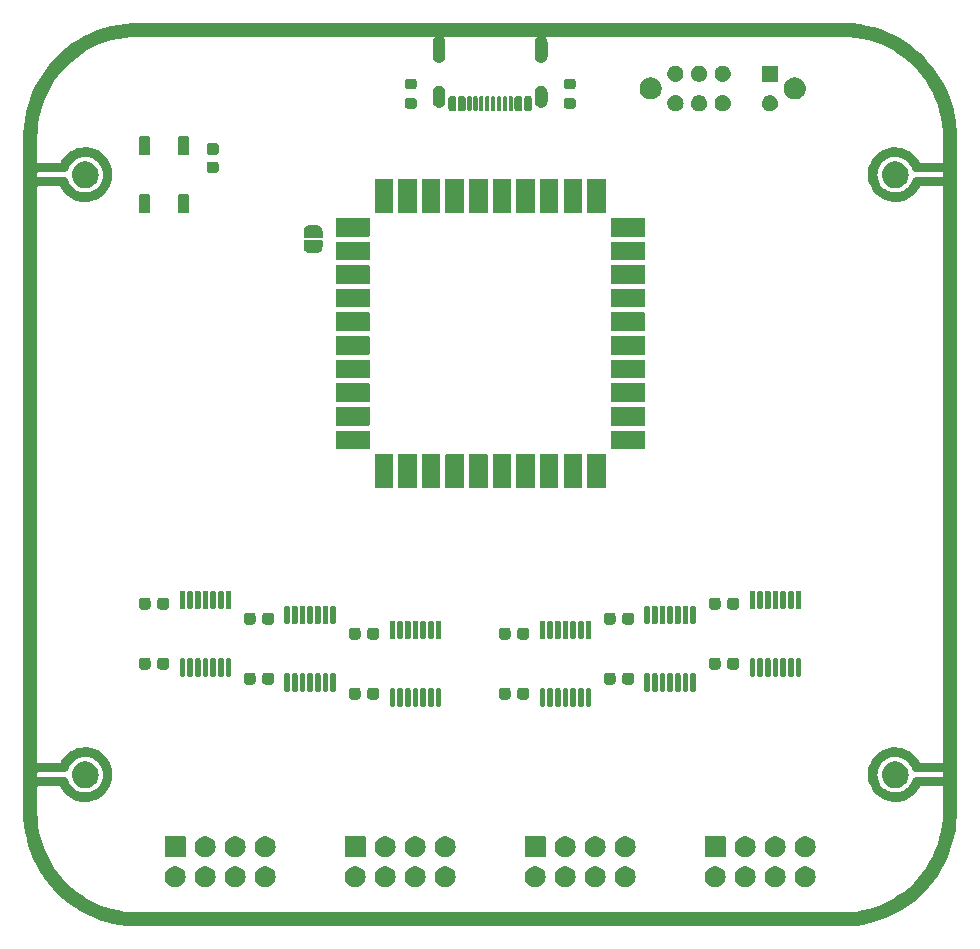
<source format=gbr>
%TF.GenerationSoftware,KiCad,Pcbnew,8.0.6*%
%TF.CreationDate,2024-12-18T16:17:06-08:00*%
%TF.ProjectId,pico-analyzer,7069636f-2d61-46e6-916c-797a65722e6b,1.0*%
%TF.SameCoordinates,Original*%
%TF.FileFunction,Soldermask,Top*%
%TF.FilePolarity,Negative*%
%FSLAX46Y46*%
G04 Gerber Fmt 4.6, Leading zero omitted, Abs format (unit mm)*
G04 Created by KiCad (PCBNEW 8.0.6) date 2024-12-18 16:17:06*
%MOMM*%
%LPD*%
G01*
G04 APERTURE LIST*
G04 APERTURE END LIST*
G36*
X89164407Y-122091462D02*
G01*
X89334000Y-122166969D01*
X89484188Y-122276087D01*
X89608407Y-122414047D01*
X89701228Y-122574818D01*
X89758595Y-122751374D01*
X89778000Y-122936000D01*
X89758595Y-123120626D01*
X89701228Y-123297182D01*
X89608407Y-123457953D01*
X89484188Y-123595913D01*
X89334000Y-123705031D01*
X89164407Y-123780538D01*
X88982821Y-123819135D01*
X88797179Y-123819135D01*
X88615593Y-123780538D01*
X88446000Y-123705031D01*
X88295812Y-123595913D01*
X88171593Y-123457953D01*
X88078772Y-123297182D01*
X88021405Y-123120626D01*
X88002000Y-122936000D01*
X88021405Y-122751374D01*
X88078772Y-122574818D01*
X88171593Y-122414047D01*
X88295812Y-122276087D01*
X88446000Y-122166969D01*
X88615593Y-122091462D01*
X88797179Y-122052865D01*
X88982821Y-122052865D01*
X89164407Y-122091462D01*
G37*
G36*
X91704407Y-122091462D02*
G01*
X91874000Y-122166969D01*
X92024188Y-122276087D01*
X92148407Y-122414047D01*
X92241228Y-122574818D01*
X92298595Y-122751374D01*
X92318000Y-122936000D01*
X92298595Y-123120626D01*
X92241228Y-123297182D01*
X92148407Y-123457953D01*
X92024188Y-123595913D01*
X91874000Y-123705031D01*
X91704407Y-123780538D01*
X91522821Y-123819135D01*
X91337179Y-123819135D01*
X91155593Y-123780538D01*
X90986000Y-123705031D01*
X90835812Y-123595913D01*
X90711593Y-123457953D01*
X90618772Y-123297182D01*
X90561405Y-123120626D01*
X90542000Y-122936000D01*
X90561405Y-122751374D01*
X90618772Y-122574818D01*
X90711593Y-122414047D01*
X90835812Y-122276087D01*
X90986000Y-122166969D01*
X91155593Y-122091462D01*
X91337179Y-122052865D01*
X91522821Y-122052865D01*
X91704407Y-122091462D01*
G37*
G36*
X94244407Y-122091462D02*
G01*
X94414000Y-122166969D01*
X94564188Y-122276087D01*
X94688407Y-122414047D01*
X94781228Y-122574818D01*
X94838595Y-122751374D01*
X94858000Y-122936000D01*
X94838595Y-123120626D01*
X94781228Y-123297182D01*
X94688407Y-123457953D01*
X94564188Y-123595913D01*
X94414000Y-123705031D01*
X94244407Y-123780538D01*
X94062821Y-123819135D01*
X93877179Y-123819135D01*
X93695593Y-123780538D01*
X93526000Y-123705031D01*
X93375812Y-123595913D01*
X93251593Y-123457953D01*
X93158772Y-123297182D01*
X93101405Y-123120626D01*
X93082000Y-122936000D01*
X93101405Y-122751374D01*
X93158772Y-122574818D01*
X93251593Y-122414047D01*
X93375812Y-122276087D01*
X93526000Y-122166969D01*
X93695593Y-122091462D01*
X93877179Y-122052865D01*
X94062821Y-122052865D01*
X94244407Y-122091462D01*
G37*
G36*
X96784407Y-122091462D02*
G01*
X96954000Y-122166969D01*
X97104188Y-122276087D01*
X97228407Y-122414047D01*
X97321228Y-122574818D01*
X97378595Y-122751374D01*
X97398000Y-122936000D01*
X97378595Y-123120626D01*
X97321228Y-123297182D01*
X97228407Y-123457953D01*
X97104188Y-123595913D01*
X96954000Y-123705031D01*
X96784407Y-123780538D01*
X96602821Y-123819135D01*
X96417179Y-123819135D01*
X96235593Y-123780538D01*
X96066000Y-123705031D01*
X95915812Y-123595913D01*
X95791593Y-123457953D01*
X95698772Y-123297182D01*
X95641405Y-123120626D01*
X95622000Y-122936000D01*
X95641405Y-122751374D01*
X95698772Y-122574818D01*
X95791593Y-122414047D01*
X95915812Y-122276087D01*
X96066000Y-122166969D01*
X96235593Y-122091462D01*
X96417179Y-122052865D01*
X96602821Y-122052865D01*
X96784407Y-122091462D01*
G37*
G36*
X104404407Y-122091462D02*
G01*
X104574000Y-122166969D01*
X104724188Y-122276087D01*
X104848407Y-122414047D01*
X104941228Y-122574818D01*
X104998595Y-122751374D01*
X105018000Y-122936000D01*
X104998595Y-123120626D01*
X104941228Y-123297182D01*
X104848407Y-123457953D01*
X104724188Y-123595913D01*
X104574000Y-123705031D01*
X104404407Y-123780538D01*
X104222821Y-123819135D01*
X104037179Y-123819135D01*
X103855593Y-123780538D01*
X103686000Y-123705031D01*
X103535812Y-123595913D01*
X103411593Y-123457953D01*
X103318772Y-123297182D01*
X103261405Y-123120626D01*
X103242000Y-122936000D01*
X103261405Y-122751374D01*
X103318772Y-122574818D01*
X103411593Y-122414047D01*
X103535812Y-122276087D01*
X103686000Y-122166969D01*
X103855593Y-122091462D01*
X104037179Y-122052865D01*
X104222821Y-122052865D01*
X104404407Y-122091462D01*
G37*
G36*
X106944407Y-122091462D02*
G01*
X107114000Y-122166969D01*
X107264188Y-122276087D01*
X107388407Y-122414047D01*
X107481228Y-122574818D01*
X107538595Y-122751374D01*
X107558000Y-122936000D01*
X107538595Y-123120626D01*
X107481228Y-123297182D01*
X107388407Y-123457953D01*
X107264188Y-123595913D01*
X107114000Y-123705031D01*
X106944407Y-123780538D01*
X106762821Y-123819135D01*
X106577179Y-123819135D01*
X106395593Y-123780538D01*
X106226000Y-123705031D01*
X106075812Y-123595913D01*
X105951593Y-123457953D01*
X105858772Y-123297182D01*
X105801405Y-123120626D01*
X105782000Y-122936000D01*
X105801405Y-122751374D01*
X105858772Y-122574818D01*
X105951593Y-122414047D01*
X106075812Y-122276087D01*
X106226000Y-122166969D01*
X106395593Y-122091462D01*
X106577179Y-122052865D01*
X106762821Y-122052865D01*
X106944407Y-122091462D01*
G37*
G36*
X109484407Y-122091462D02*
G01*
X109654000Y-122166969D01*
X109804188Y-122276087D01*
X109928407Y-122414047D01*
X110021228Y-122574818D01*
X110078595Y-122751374D01*
X110098000Y-122936000D01*
X110078595Y-123120626D01*
X110021228Y-123297182D01*
X109928407Y-123457953D01*
X109804188Y-123595913D01*
X109654000Y-123705031D01*
X109484407Y-123780538D01*
X109302821Y-123819135D01*
X109117179Y-123819135D01*
X108935593Y-123780538D01*
X108766000Y-123705031D01*
X108615812Y-123595913D01*
X108491593Y-123457953D01*
X108398772Y-123297182D01*
X108341405Y-123120626D01*
X108322000Y-122936000D01*
X108341405Y-122751374D01*
X108398772Y-122574818D01*
X108491593Y-122414047D01*
X108615812Y-122276087D01*
X108766000Y-122166969D01*
X108935593Y-122091462D01*
X109117179Y-122052865D01*
X109302821Y-122052865D01*
X109484407Y-122091462D01*
G37*
G36*
X112024407Y-122091462D02*
G01*
X112194000Y-122166969D01*
X112344188Y-122276087D01*
X112468407Y-122414047D01*
X112561228Y-122574818D01*
X112618595Y-122751374D01*
X112638000Y-122936000D01*
X112618595Y-123120626D01*
X112561228Y-123297182D01*
X112468407Y-123457953D01*
X112344188Y-123595913D01*
X112194000Y-123705031D01*
X112024407Y-123780538D01*
X111842821Y-123819135D01*
X111657179Y-123819135D01*
X111475593Y-123780538D01*
X111306000Y-123705031D01*
X111155812Y-123595913D01*
X111031593Y-123457953D01*
X110938772Y-123297182D01*
X110881405Y-123120626D01*
X110862000Y-122936000D01*
X110881405Y-122751374D01*
X110938772Y-122574818D01*
X111031593Y-122414047D01*
X111155812Y-122276087D01*
X111306000Y-122166969D01*
X111475593Y-122091462D01*
X111657179Y-122052865D01*
X111842821Y-122052865D01*
X112024407Y-122091462D01*
G37*
G36*
X119644407Y-122091462D02*
G01*
X119814000Y-122166969D01*
X119964188Y-122276087D01*
X120088407Y-122414047D01*
X120181228Y-122574818D01*
X120238595Y-122751374D01*
X120258000Y-122936000D01*
X120238595Y-123120626D01*
X120181228Y-123297182D01*
X120088407Y-123457953D01*
X119964188Y-123595913D01*
X119814000Y-123705031D01*
X119644407Y-123780538D01*
X119462821Y-123819135D01*
X119277179Y-123819135D01*
X119095593Y-123780538D01*
X118926000Y-123705031D01*
X118775812Y-123595913D01*
X118651593Y-123457953D01*
X118558772Y-123297182D01*
X118501405Y-123120626D01*
X118482000Y-122936000D01*
X118501405Y-122751374D01*
X118558772Y-122574818D01*
X118651593Y-122414047D01*
X118775812Y-122276087D01*
X118926000Y-122166969D01*
X119095593Y-122091462D01*
X119277179Y-122052865D01*
X119462821Y-122052865D01*
X119644407Y-122091462D01*
G37*
G36*
X122184407Y-122091462D02*
G01*
X122354000Y-122166969D01*
X122504188Y-122276087D01*
X122628407Y-122414047D01*
X122721228Y-122574818D01*
X122778595Y-122751374D01*
X122798000Y-122936000D01*
X122778595Y-123120626D01*
X122721228Y-123297182D01*
X122628407Y-123457953D01*
X122504188Y-123595913D01*
X122354000Y-123705031D01*
X122184407Y-123780538D01*
X122002821Y-123819135D01*
X121817179Y-123819135D01*
X121635593Y-123780538D01*
X121466000Y-123705031D01*
X121315812Y-123595913D01*
X121191593Y-123457953D01*
X121098772Y-123297182D01*
X121041405Y-123120626D01*
X121022000Y-122936000D01*
X121041405Y-122751374D01*
X121098772Y-122574818D01*
X121191593Y-122414047D01*
X121315812Y-122276087D01*
X121466000Y-122166969D01*
X121635593Y-122091462D01*
X121817179Y-122052865D01*
X122002821Y-122052865D01*
X122184407Y-122091462D01*
G37*
G36*
X124724407Y-122091462D02*
G01*
X124894000Y-122166969D01*
X125044188Y-122276087D01*
X125168407Y-122414047D01*
X125261228Y-122574818D01*
X125318595Y-122751374D01*
X125338000Y-122936000D01*
X125318595Y-123120626D01*
X125261228Y-123297182D01*
X125168407Y-123457953D01*
X125044188Y-123595913D01*
X124894000Y-123705031D01*
X124724407Y-123780538D01*
X124542821Y-123819135D01*
X124357179Y-123819135D01*
X124175593Y-123780538D01*
X124006000Y-123705031D01*
X123855812Y-123595913D01*
X123731593Y-123457953D01*
X123638772Y-123297182D01*
X123581405Y-123120626D01*
X123562000Y-122936000D01*
X123581405Y-122751374D01*
X123638772Y-122574818D01*
X123731593Y-122414047D01*
X123855812Y-122276087D01*
X124006000Y-122166969D01*
X124175593Y-122091462D01*
X124357179Y-122052865D01*
X124542821Y-122052865D01*
X124724407Y-122091462D01*
G37*
G36*
X127264407Y-122091462D02*
G01*
X127434000Y-122166969D01*
X127584188Y-122276087D01*
X127708407Y-122414047D01*
X127801228Y-122574818D01*
X127858595Y-122751374D01*
X127878000Y-122936000D01*
X127858595Y-123120626D01*
X127801228Y-123297182D01*
X127708407Y-123457953D01*
X127584188Y-123595913D01*
X127434000Y-123705031D01*
X127264407Y-123780538D01*
X127082821Y-123819135D01*
X126897179Y-123819135D01*
X126715593Y-123780538D01*
X126546000Y-123705031D01*
X126395812Y-123595913D01*
X126271593Y-123457953D01*
X126178772Y-123297182D01*
X126121405Y-123120626D01*
X126102000Y-122936000D01*
X126121405Y-122751374D01*
X126178772Y-122574818D01*
X126271593Y-122414047D01*
X126395812Y-122276087D01*
X126546000Y-122166969D01*
X126715593Y-122091462D01*
X126897179Y-122052865D01*
X127082821Y-122052865D01*
X127264407Y-122091462D01*
G37*
G36*
X134884407Y-122091462D02*
G01*
X135054000Y-122166969D01*
X135204188Y-122276087D01*
X135328407Y-122414047D01*
X135421228Y-122574818D01*
X135478595Y-122751374D01*
X135498000Y-122936000D01*
X135478595Y-123120626D01*
X135421228Y-123297182D01*
X135328407Y-123457953D01*
X135204188Y-123595913D01*
X135054000Y-123705031D01*
X134884407Y-123780538D01*
X134702821Y-123819135D01*
X134517179Y-123819135D01*
X134335593Y-123780538D01*
X134166000Y-123705031D01*
X134015812Y-123595913D01*
X133891593Y-123457953D01*
X133798772Y-123297182D01*
X133741405Y-123120626D01*
X133722000Y-122936000D01*
X133741405Y-122751374D01*
X133798772Y-122574818D01*
X133891593Y-122414047D01*
X134015812Y-122276087D01*
X134166000Y-122166969D01*
X134335593Y-122091462D01*
X134517179Y-122052865D01*
X134702821Y-122052865D01*
X134884407Y-122091462D01*
G37*
G36*
X137424407Y-122091462D02*
G01*
X137594000Y-122166969D01*
X137744188Y-122276087D01*
X137868407Y-122414047D01*
X137961228Y-122574818D01*
X138018595Y-122751374D01*
X138038000Y-122936000D01*
X138018595Y-123120626D01*
X137961228Y-123297182D01*
X137868407Y-123457953D01*
X137744188Y-123595913D01*
X137594000Y-123705031D01*
X137424407Y-123780538D01*
X137242821Y-123819135D01*
X137057179Y-123819135D01*
X136875593Y-123780538D01*
X136706000Y-123705031D01*
X136555812Y-123595913D01*
X136431593Y-123457953D01*
X136338772Y-123297182D01*
X136281405Y-123120626D01*
X136262000Y-122936000D01*
X136281405Y-122751374D01*
X136338772Y-122574818D01*
X136431593Y-122414047D01*
X136555812Y-122276087D01*
X136706000Y-122166969D01*
X136875593Y-122091462D01*
X137057179Y-122052865D01*
X137242821Y-122052865D01*
X137424407Y-122091462D01*
G37*
G36*
X139964407Y-122091462D02*
G01*
X140134000Y-122166969D01*
X140284188Y-122276087D01*
X140408407Y-122414047D01*
X140501228Y-122574818D01*
X140558595Y-122751374D01*
X140578000Y-122936000D01*
X140558595Y-123120626D01*
X140501228Y-123297182D01*
X140408407Y-123457953D01*
X140284188Y-123595913D01*
X140134000Y-123705031D01*
X139964407Y-123780538D01*
X139782821Y-123819135D01*
X139597179Y-123819135D01*
X139415593Y-123780538D01*
X139246000Y-123705031D01*
X139095812Y-123595913D01*
X138971593Y-123457953D01*
X138878772Y-123297182D01*
X138821405Y-123120626D01*
X138802000Y-122936000D01*
X138821405Y-122751374D01*
X138878772Y-122574818D01*
X138971593Y-122414047D01*
X139095812Y-122276087D01*
X139246000Y-122166969D01*
X139415593Y-122091462D01*
X139597179Y-122052865D01*
X139782821Y-122052865D01*
X139964407Y-122091462D01*
G37*
G36*
X142504407Y-122091462D02*
G01*
X142674000Y-122166969D01*
X142824188Y-122276087D01*
X142948407Y-122414047D01*
X143041228Y-122574818D01*
X143098595Y-122751374D01*
X143118000Y-122936000D01*
X143098595Y-123120626D01*
X143041228Y-123297182D01*
X142948407Y-123457953D01*
X142824188Y-123595913D01*
X142674000Y-123705031D01*
X142504407Y-123780538D01*
X142322821Y-123819135D01*
X142137179Y-123819135D01*
X141955593Y-123780538D01*
X141786000Y-123705031D01*
X141635812Y-123595913D01*
X141511593Y-123457953D01*
X141418772Y-123297182D01*
X141361405Y-123120626D01*
X141342000Y-122936000D01*
X141361405Y-122751374D01*
X141418772Y-122574818D01*
X141511593Y-122414047D01*
X141635812Y-122276087D01*
X141786000Y-122166969D01*
X141955593Y-122091462D01*
X142137179Y-122052865D01*
X142322821Y-122052865D01*
X142504407Y-122091462D01*
G37*
G36*
X89754542Y-119510893D02*
G01*
X89766870Y-119519130D01*
X89775107Y-119531458D01*
X89778000Y-119546000D01*
X89778000Y-121246000D01*
X89775107Y-121260542D01*
X89766870Y-121272870D01*
X89754542Y-121281107D01*
X89740000Y-121284000D01*
X88040000Y-121284000D01*
X88025458Y-121281107D01*
X88013130Y-121272870D01*
X88004893Y-121260542D01*
X88002000Y-121246000D01*
X88002000Y-119546000D01*
X88004893Y-119531458D01*
X88013130Y-119519130D01*
X88025458Y-119510893D01*
X88040000Y-119508000D01*
X89740000Y-119508000D01*
X89754542Y-119510893D01*
G37*
G36*
X104994542Y-119510893D02*
G01*
X105006870Y-119519130D01*
X105015107Y-119531458D01*
X105018000Y-119546000D01*
X105018000Y-121246000D01*
X105015107Y-121260542D01*
X105006870Y-121272870D01*
X104994542Y-121281107D01*
X104980000Y-121284000D01*
X103280000Y-121284000D01*
X103265458Y-121281107D01*
X103253130Y-121272870D01*
X103244893Y-121260542D01*
X103242000Y-121246000D01*
X103242000Y-119546000D01*
X103244893Y-119531458D01*
X103253130Y-119519130D01*
X103265458Y-119510893D01*
X103280000Y-119508000D01*
X104980000Y-119508000D01*
X104994542Y-119510893D01*
G37*
G36*
X120234542Y-119510893D02*
G01*
X120246870Y-119519130D01*
X120255107Y-119531458D01*
X120258000Y-119546000D01*
X120258000Y-121246000D01*
X120255107Y-121260542D01*
X120246870Y-121272870D01*
X120234542Y-121281107D01*
X120220000Y-121284000D01*
X118520000Y-121284000D01*
X118505458Y-121281107D01*
X118493130Y-121272870D01*
X118484893Y-121260542D01*
X118482000Y-121246000D01*
X118482000Y-119546000D01*
X118484893Y-119531458D01*
X118493130Y-119519130D01*
X118505458Y-119510893D01*
X118520000Y-119508000D01*
X120220000Y-119508000D01*
X120234542Y-119510893D01*
G37*
G36*
X135474542Y-119510893D02*
G01*
X135486870Y-119519130D01*
X135495107Y-119531458D01*
X135498000Y-119546000D01*
X135498000Y-121246000D01*
X135495107Y-121260542D01*
X135486870Y-121272870D01*
X135474542Y-121281107D01*
X135460000Y-121284000D01*
X133760000Y-121284000D01*
X133745458Y-121281107D01*
X133733130Y-121272870D01*
X133724893Y-121260542D01*
X133722000Y-121246000D01*
X133722000Y-119546000D01*
X133724893Y-119531458D01*
X133733130Y-119519130D01*
X133745458Y-119510893D01*
X133760000Y-119508000D01*
X135460000Y-119508000D01*
X135474542Y-119510893D01*
G37*
G36*
X91704407Y-119551462D02*
G01*
X91874000Y-119626969D01*
X92024188Y-119736087D01*
X92148407Y-119874047D01*
X92241228Y-120034818D01*
X92298595Y-120211374D01*
X92318000Y-120396000D01*
X92298595Y-120580626D01*
X92241228Y-120757182D01*
X92148407Y-120917953D01*
X92024188Y-121055913D01*
X91874000Y-121165031D01*
X91704407Y-121240538D01*
X91522821Y-121279135D01*
X91337179Y-121279135D01*
X91155593Y-121240538D01*
X90986000Y-121165031D01*
X90835812Y-121055913D01*
X90711593Y-120917953D01*
X90618772Y-120757182D01*
X90561405Y-120580626D01*
X90542000Y-120396000D01*
X90561405Y-120211374D01*
X90618772Y-120034818D01*
X90711593Y-119874047D01*
X90835812Y-119736087D01*
X90986000Y-119626969D01*
X91155593Y-119551462D01*
X91337179Y-119512865D01*
X91522821Y-119512865D01*
X91704407Y-119551462D01*
G37*
G36*
X94244407Y-119551462D02*
G01*
X94414000Y-119626969D01*
X94564188Y-119736087D01*
X94688407Y-119874047D01*
X94781228Y-120034818D01*
X94838595Y-120211374D01*
X94858000Y-120396000D01*
X94838595Y-120580626D01*
X94781228Y-120757182D01*
X94688407Y-120917953D01*
X94564188Y-121055913D01*
X94414000Y-121165031D01*
X94244407Y-121240538D01*
X94062821Y-121279135D01*
X93877179Y-121279135D01*
X93695593Y-121240538D01*
X93526000Y-121165031D01*
X93375812Y-121055913D01*
X93251593Y-120917953D01*
X93158772Y-120757182D01*
X93101405Y-120580626D01*
X93082000Y-120396000D01*
X93101405Y-120211374D01*
X93158772Y-120034818D01*
X93251593Y-119874047D01*
X93375812Y-119736087D01*
X93526000Y-119626969D01*
X93695593Y-119551462D01*
X93877179Y-119512865D01*
X94062821Y-119512865D01*
X94244407Y-119551462D01*
G37*
G36*
X96784407Y-119551462D02*
G01*
X96954000Y-119626969D01*
X97104188Y-119736087D01*
X97228407Y-119874047D01*
X97321228Y-120034818D01*
X97378595Y-120211374D01*
X97398000Y-120396000D01*
X97378595Y-120580626D01*
X97321228Y-120757182D01*
X97228407Y-120917953D01*
X97104188Y-121055913D01*
X96954000Y-121165031D01*
X96784407Y-121240538D01*
X96602821Y-121279135D01*
X96417179Y-121279135D01*
X96235593Y-121240538D01*
X96066000Y-121165031D01*
X95915812Y-121055913D01*
X95791593Y-120917953D01*
X95698772Y-120757182D01*
X95641405Y-120580626D01*
X95622000Y-120396000D01*
X95641405Y-120211374D01*
X95698772Y-120034818D01*
X95791593Y-119874047D01*
X95915812Y-119736087D01*
X96066000Y-119626969D01*
X96235593Y-119551462D01*
X96417179Y-119512865D01*
X96602821Y-119512865D01*
X96784407Y-119551462D01*
G37*
G36*
X106944407Y-119551462D02*
G01*
X107114000Y-119626969D01*
X107264188Y-119736087D01*
X107388407Y-119874047D01*
X107481228Y-120034818D01*
X107538595Y-120211374D01*
X107558000Y-120396000D01*
X107538595Y-120580626D01*
X107481228Y-120757182D01*
X107388407Y-120917953D01*
X107264188Y-121055913D01*
X107114000Y-121165031D01*
X106944407Y-121240538D01*
X106762821Y-121279135D01*
X106577179Y-121279135D01*
X106395593Y-121240538D01*
X106226000Y-121165031D01*
X106075812Y-121055913D01*
X105951593Y-120917953D01*
X105858772Y-120757182D01*
X105801405Y-120580626D01*
X105782000Y-120396000D01*
X105801405Y-120211374D01*
X105858772Y-120034818D01*
X105951593Y-119874047D01*
X106075812Y-119736087D01*
X106226000Y-119626969D01*
X106395593Y-119551462D01*
X106577179Y-119512865D01*
X106762821Y-119512865D01*
X106944407Y-119551462D01*
G37*
G36*
X109484407Y-119551462D02*
G01*
X109654000Y-119626969D01*
X109804188Y-119736087D01*
X109928407Y-119874047D01*
X110021228Y-120034818D01*
X110078595Y-120211374D01*
X110098000Y-120396000D01*
X110078595Y-120580626D01*
X110021228Y-120757182D01*
X109928407Y-120917953D01*
X109804188Y-121055913D01*
X109654000Y-121165031D01*
X109484407Y-121240538D01*
X109302821Y-121279135D01*
X109117179Y-121279135D01*
X108935593Y-121240538D01*
X108766000Y-121165031D01*
X108615812Y-121055913D01*
X108491593Y-120917953D01*
X108398772Y-120757182D01*
X108341405Y-120580626D01*
X108322000Y-120396000D01*
X108341405Y-120211374D01*
X108398772Y-120034818D01*
X108491593Y-119874047D01*
X108615812Y-119736087D01*
X108766000Y-119626969D01*
X108935593Y-119551462D01*
X109117179Y-119512865D01*
X109302821Y-119512865D01*
X109484407Y-119551462D01*
G37*
G36*
X112024407Y-119551462D02*
G01*
X112194000Y-119626969D01*
X112344188Y-119736087D01*
X112468407Y-119874047D01*
X112561228Y-120034818D01*
X112618595Y-120211374D01*
X112638000Y-120396000D01*
X112618595Y-120580626D01*
X112561228Y-120757182D01*
X112468407Y-120917953D01*
X112344188Y-121055913D01*
X112194000Y-121165031D01*
X112024407Y-121240538D01*
X111842821Y-121279135D01*
X111657179Y-121279135D01*
X111475593Y-121240538D01*
X111306000Y-121165031D01*
X111155812Y-121055913D01*
X111031593Y-120917953D01*
X110938772Y-120757182D01*
X110881405Y-120580626D01*
X110862000Y-120396000D01*
X110881405Y-120211374D01*
X110938772Y-120034818D01*
X111031593Y-119874047D01*
X111155812Y-119736087D01*
X111306000Y-119626969D01*
X111475593Y-119551462D01*
X111657179Y-119512865D01*
X111842821Y-119512865D01*
X112024407Y-119551462D01*
G37*
G36*
X122184407Y-119551462D02*
G01*
X122354000Y-119626969D01*
X122504188Y-119736087D01*
X122628407Y-119874047D01*
X122721228Y-120034818D01*
X122778595Y-120211374D01*
X122798000Y-120396000D01*
X122778595Y-120580626D01*
X122721228Y-120757182D01*
X122628407Y-120917953D01*
X122504188Y-121055913D01*
X122354000Y-121165031D01*
X122184407Y-121240538D01*
X122002821Y-121279135D01*
X121817179Y-121279135D01*
X121635593Y-121240538D01*
X121466000Y-121165031D01*
X121315812Y-121055913D01*
X121191593Y-120917953D01*
X121098772Y-120757182D01*
X121041405Y-120580626D01*
X121022000Y-120396000D01*
X121041405Y-120211374D01*
X121098772Y-120034818D01*
X121191593Y-119874047D01*
X121315812Y-119736087D01*
X121466000Y-119626969D01*
X121635593Y-119551462D01*
X121817179Y-119512865D01*
X122002821Y-119512865D01*
X122184407Y-119551462D01*
G37*
G36*
X124724407Y-119551462D02*
G01*
X124894000Y-119626969D01*
X125044188Y-119736087D01*
X125168407Y-119874047D01*
X125261228Y-120034818D01*
X125318595Y-120211374D01*
X125338000Y-120396000D01*
X125318595Y-120580626D01*
X125261228Y-120757182D01*
X125168407Y-120917953D01*
X125044188Y-121055913D01*
X124894000Y-121165031D01*
X124724407Y-121240538D01*
X124542821Y-121279135D01*
X124357179Y-121279135D01*
X124175593Y-121240538D01*
X124006000Y-121165031D01*
X123855812Y-121055913D01*
X123731593Y-120917953D01*
X123638772Y-120757182D01*
X123581405Y-120580626D01*
X123562000Y-120396000D01*
X123581405Y-120211374D01*
X123638772Y-120034818D01*
X123731593Y-119874047D01*
X123855812Y-119736087D01*
X124006000Y-119626969D01*
X124175593Y-119551462D01*
X124357179Y-119512865D01*
X124542821Y-119512865D01*
X124724407Y-119551462D01*
G37*
G36*
X127264407Y-119551462D02*
G01*
X127434000Y-119626969D01*
X127584188Y-119736087D01*
X127708407Y-119874047D01*
X127801228Y-120034818D01*
X127858595Y-120211374D01*
X127878000Y-120396000D01*
X127858595Y-120580626D01*
X127801228Y-120757182D01*
X127708407Y-120917953D01*
X127584188Y-121055913D01*
X127434000Y-121165031D01*
X127264407Y-121240538D01*
X127082821Y-121279135D01*
X126897179Y-121279135D01*
X126715593Y-121240538D01*
X126546000Y-121165031D01*
X126395812Y-121055913D01*
X126271593Y-120917953D01*
X126178772Y-120757182D01*
X126121405Y-120580626D01*
X126102000Y-120396000D01*
X126121405Y-120211374D01*
X126178772Y-120034818D01*
X126271593Y-119874047D01*
X126395812Y-119736087D01*
X126546000Y-119626969D01*
X126715593Y-119551462D01*
X126897179Y-119512865D01*
X127082821Y-119512865D01*
X127264407Y-119551462D01*
G37*
G36*
X137424407Y-119551462D02*
G01*
X137594000Y-119626969D01*
X137744188Y-119736087D01*
X137868407Y-119874047D01*
X137961228Y-120034818D01*
X138018595Y-120211374D01*
X138038000Y-120396000D01*
X138018595Y-120580626D01*
X137961228Y-120757182D01*
X137868407Y-120917953D01*
X137744188Y-121055913D01*
X137594000Y-121165031D01*
X137424407Y-121240538D01*
X137242821Y-121279135D01*
X137057179Y-121279135D01*
X136875593Y-121240538D01*
X136706000Y-121165031D01*
X136555812Y-121055913D01*
X136431593Y-120917953D01*
X136338772Y-120757182D01*
X136281405Y-120580626D01*
X136262000Y-120396000D01*
X136281405Y-120211374D01*
X136338772Y-120034818D01*
X136431593Y-119874047D01*
X136555812Y-119736087D01*
X136706000Y-119626969D01*
X136875593Y-119551462D01*
X137057179Y-119512865D01*
X137242821Y-119512865D01*
X137424407Y-119551462D01*
G37*
G36*
X139964407Y-119551462D02*
G01*
X140134000Y-119626969D01*
X140284188Y-119736087D01*
X140408407Y-119874047D01*
X140501228Y-120034818D01*
X140558595Y-120211374D01*
X140578000Y-120396000D01*
X140558595Y-120580626D01*
X140501228Y-120757182D01*
X140408407Y-120917953D01*
X140284188Y-121055913D01*
X140134000Y-121165031D01*
X139964407Y-121240538D01*
X139782821Y-121279135D01*
X139597179Y-121279135D01*
X139415593Y-121240538D01*
X139246000Y-121165031D01*
X139095812Y-121055913D01*
X138971593Y-120917953D01*
X138878772Y-120757182D01*
X138821405Y-120580626D01*
X138802000Y-120396000D01*
X138821405Y-120211374D01*
X138878772Y-120034818D01*
X138971593Y-119874047D01*
X139095812Y-119736087D01*
X139246000Y-119626969D01*
X139415593Y-119551462D01*
X139597179Y-119512865D01*
X139782821Y-119512865D01*
X139964407Y-119551462D01*
G37*
G36*
X142504407Y-119551462D02*
G01*
X142674000Y-119626969D01*
X142824188Y-119736087D01*
X142948407Y-119874047D01*
X143041228Y-120034818D01*
X143098595Y-120211374D01*
X143118000Y-120396000D01*
X143098595Y-120580626D01*
X143041228Y-120757182D01*
X142948407Y-120917953D01*
X142824188Y-121055913D01*
X142674000Y-121165031D01*
X142504407Y-121240538D01*
X142322821Y-121279135D01*
X142137179Y-121279135D01*
X141955593Y-121240538D01*
X141786000Y-121165031D01*
X141635812Y-121055913D01*
X141511593Y-120917953D01*
X141418772Y-120757182D01*
X141361405Y-120580626D01*
X141342000Y-120396000D01*
X141361405Y-120211374D01*
X141418772Y-120034818D01*
X141511593Y-119874047D01*
X141635812Y-119736087D01*
X141786000Y-119626969D01*
X141955593Y-119551462D01*
X142137179Y-119512865D01*
X142322821Y-119512865D01*
X142504407Y-119551462D01*
G37*
G36*
X107452810Y-106999505D02*
G01*
X107497581Y-107029419D01*
X107527495Y-107074190D01*
X107538000Y-107127000D01*
X107538000Y-108402000D01*
X107527495Y-108454810D01*
X107497581Y-108499581D01*
X107452810Y-108529495D01*
X107400000Y-108540000D01*
X107200000Y-108540000D01*
X107147190Y-108529495D01*
X107102419Y-108499581D01*
X107072505Y-108454810D01*
X107062000Y-108402000D01*
X107062000Y-107127000D01*
X107072505Y-107074190D01*
X107102419Y-107029419D01*
X107147190Y-106999505D01*
X107200000Y-106989000D01*
X107400000Y-106989000D01*
X107452810Y-106999505D01*
G37*
G36*
X108102810Y-106999505D02*
G01*
X108147581Y-107029419D01*
X108177495Y-107074190D01*
X108188000Y-107127000D01*
X108188000Y-108402000D01*
X108177495Y-108454810D01*
X108147581Y-108499581D01*
X108102810Y-108529495D01*
X108050000Y-108540000D01*
X107850000Y-108540000D01*
X107797190Y-108529495D01*
X107752419Y-108499581D01*
X107722505Y-108454810D01*
X107712000Y-108402000D01*
X107712000Y-107127000D01*
X107722505Y-107074190D01*
X107752419Y-107029419D01*
X107797190Y-106999505D01*
X107850000Y-106989000D01*
X108050000Y-106989000D01*
X108102810Y-106999505D01*
G37*
G36*
X108752810Y-106999505D02*
G01*
X108797581Y-107029419D01*
X108827495Y-107074190D01*
X108838000Y-107127000D01*
X108838000Y-108402000D01*
X108827495Y-108454810D01*
X108797581Y-108499581D01*
X108752810Y-108529495D01*
X108700000Y-108540000D01*
X108500000Y-108540000D01*
X108447190Y-108529495D01*
X108402419Y-108499581D01*
X108372505Y-108454810D01*
X108362000Y-108402000D01*
X108362000Y-107127000D01*
X108372505Y-107074190D01*
X108402419Y-107029419D01*
X108447190Y-106999505D01*
X108500000Y-106989000D01*
X108700000Y-106989000D01*
X108752810Y-106999505D01*
G37*
G36*
X109402810Y-106999505D02*
G01*
X109447581Y-107029419D01*
X109477495Y-107074190D01*
X109488000Y-107127000D01*
X109488000Y-108402000D01*
X109477495Y-108454810D01*
X109447581Y-108499581D01*
X109402810Y-108529495D01*
X109350000Y-108540000D01*
X109150000Y-108540000D01*
X109097190Y-108529495D01*
X109052419Y-108499581D01*
X109022505Y-108454810D01*
X109012000Y-108402000D01*
X109012000Y-107127000D01*
X109022505Y-107074190D01*
X109052419Y-107029419D01*
X109097190Y-106999505D01*
X109150000Y-106989000D01*
X109350000Y-106989000D01*
X109402810Y-106999505D01*
G37*
G36*
X110052810Y-106999505D02*
G01*
X110097581Y-107029419D01*
X110127495Y-107074190D01*
X110138000Y-107127000D01*
X110138000Y-108402000D01*
X110127495Y-108454810D01*
X110097581Y-108499581D01*
X110052810Y-108529495D01*
X110000000Y-108540000D01*
X109800000Y-108540000D01*
X109747190Y-108529495D01*
X109702419Y-108499581D01*
X109672505Y-108454810D01*
X109662000Y-108402000D01*
X109662000Y-107127000D01*
X109672505Y-107074190D01*
X109702419Y-107029419D01*
X109747190Y-106999505D01*
X109800000Y-106989000D01*
X110000000Y-106989000D01*
X110052810Y-106999505D01*
G37*
G36*
X110702810Y-106999505D02*
G01*
X110747581Y-107029419D01*
X110777495Y-107074190D01*
X110788000Y-107127000D01*
X110788000Y-108402000D01*
X110777495Y-108454810D01*
X110747581Y-108499581D01*
X110702810Y-108529495D01*
X110650000Y-108540000D01*
X110450000Y-108540000D01*
X110397190Y-108529495D01*
X110352419Y-108499581D01*
X110322505Y-108454810D01*
X110312000Y-108402000D01*
X110312000Y-107127000D01*
X110322505Y-107074190D01*
X110352419Y-107029419D01*
X110397190Y-106999505D01*
X110450000Y-106989000D01*
X110650000Y-106989000D01*
X110702810Y-106999505D01*
G37*
G36*
X111352810Y-106999505D02*
G01*
X111397581Y-107029419D01*
X111427495Y-107074190D01*
X111438000Y-107127000D01*
X111438000Y-108402000D01*
X111427495Y-108454810D01*
X111397581Y-108499581D01*
X111352810Y-108529495D01*
X111300000Y-108540000D01*
X111100000Y-108540000D01*
X111047190Y-108529495D01*
X111002419Y-108499581D01*
X110972505Y-108454810D01*
X110962000Y-108402000D01*
X110962000Y-107127000D01*
X110972505Y-107074190D01*
X111002419Y-107029419D01*
X111047190Y-106999505D01*
X111100000Y-106989000D01*
X111300000Y-106989000D01*
X111352810Y-106999505D01*
G37*
G36*
X120152810Y-106999505D02*
G01*
X120197581Y-107029419D01*
X120227495Y-107074190D01*
X120238000Y-107127000D01*
X120238000Y-108402000D01*
X120227495Y-108454810D01*
X120197581Y-108499581D01*
X120152810Y-108529495D01*
X120100000Y-108540000D01*
X119900000Y-108540000D01*
X119847190Y-108529495D01*
X119802419Y-108499581D01*
X119772505Y-108454810D01*
X119762000Y-108402000D01*
X119762000Y-107127000D01*
X119772505Y-107074190D01*
X119802419Y-107029419D01*
X119847190Y-106999505D01*
X119900000Y-106989000D01*
X120100000Y-106989000D01*
X120152810Y-106999505D01*
G37*
G36*
X120802810Y-106999505D02*
G01*
X120847581Y-107029419D01*
X120877495Y-107074190D01*
X120888000Y-107127000D01*
X120888000Y-108402000D01*
X120877495Y-108454810D01*
X120847581Y-108499581D01*
X120802810Y-108529495D01*
X120750000Y-108540000D01*
X120550000Y-108540000D01*
X120497190Y-108529495D01*
X120452419Y-108499581D01*
X120422505Y-108454810D01*
X120412000Y-108402000D01*
X120412000Y-107127000D01*
X120422505Y-107074190D01*
X120452419Y-107029419D01*
X120497190Y-106999505D01*
X120550000Y-106989000D01*
X120750000Y-106989000D01*
X120802810Y-106999505D01*
G37*
G36*
X121452810Y-106999505D02*
G01*
X121497581Y-107029419D01*
X121527495Y-107074190D01*
X121538000Y-107127000D01*
X121538000Y-108402000D01*
X121527495Y-108454810D01*
X121497581Y-108499581D01*
X121452810Y-108529495D01*
X121400000Y-108540000D01*
X121200000Y-108540000D01*
X121147190Y-108529495D01*
X121102419Y-108499581D01*
X121072505Y-108454810D01*
X121062000Y-108402000D01*
X121062000Y-107127000D01*
X121072505Y-107074190D01*
X121102419Y-107029419D01*
X121147190Y-106999505D01*
X121200000Y-106989000D01*
X121400000Y-106989000D01*
X121452810Y-106999505D01*
G37*
G36*
X122102810Y-106999505D02*
G01*
X122147581Y-107029419D01*
X122177495Y-107074190D01*
X122188000Y-107127000D01*
X122188000Y-108402000D01*
X122177495Y-108454810D01*
X122147581Y-108499581D01*
X122102810Y-108529495D01*
X122050000Y-108540000D01*
X121850000Y-108540000D01*
X121797190Y-108529495D01*
X121752419Y-108499581D01*
X121722505Y-108454810D01*
X121712000Y-108402000D01*
X121712000Y-107127000D01*
X121722505Y-107074190D01*
X121752419Y-107029419D01*
X121797190Y-106999505D01*
X121850000Y-106989000D01*
X122050000Y-106989000D01*
X122102810Y-106999505D01*
G37*
G36*
X122752810Y-106999505D02*
G01*
X122797581Y-107029419D01*
X122827495Y-107074190D01*
X122838000Y-107127000D01*
X122838000Y-108402000D01*
X122827495Y-108454810D01*
X122797581Y-108499581D01*
X122752810Y-108529495D01*
X122700000Y-108540000D01*
X122500000Y-108540000D01*
X122447190Y-108529495D01*
X122402419Y-108499581D01*
X122372505Y-108454810D01*
X122362000Y-108402000D01*
X122362000Y-107127000D01*
X122372505Y-107074190D01*
X122402419Y-107029419D01*
X122447190Y-106999505D01*
X122500000Y-106989000D01*
X122700000Y-106989000D01*
X122752810Y-106999505D01*
G37*
G36*
X123402810Y-106999505D02*
G01*
X123447581Y-107029419D01*
X123477495Y-107074190D01*
X123488000Y-107127000D01*
X123488000Y-108402000D01*
X123477495Y-108454810D01*
X123447581Y-108499581D01*
X123402810Y-108529495D01*
X123350000Y-108540000D01*
X123150000Y-108540000D01*
X123097190Y-108529495D01*
X123052419Y-108499581D01*
X123022505Y-108454810D01*
X123012000Y-108402000D01*
X123012000Y-107127000D01*
X123022505Y-107074190D01*
X123052419Y-107029419D01*
X123097190Y-106999505D01*
X123150000Y-106989000D01*
X123350000Y-106989000D01*
X123402810Y-106999505D01*
G37*
G36*
X124052810Y-106999505D02*
G01*
X124097581Y-107029419D01*
X124127495Y-107074190D01*
X124138000Y-107127000D01*
X124138000Y-108402000D01*
X124127495Y-108454810D01*
X124097581Y-108499581D01*
X124052810Y-108529495D01*
X124000000Y-108540000D01*
X123800000Y-108540000D01*
X123747190Y-108529495D01*
X123702419Y-108499581D01*
X123672505Y-108454810D01*
X123662000Y-108402000D01*
X123662000Y-107127000D01*
X123672505Y-107074190D01*
X123702419Y-107029419D01*
X123747190Y-106999505D01*
X123800000Y-106989000D01*
X124000000Y-106989000D01*
X124052810Y-106999505D01*
G37*
G36*
X104345409Y-106930274D02*
G01*
X104405852Y-106938232D01*
X104421057Y-106945322D01*
X104439646Y-106949020D01*
X104464266Y-106965470D01*
X104489407Y-106977194D01*
X104504702Y-106992489D01*
X104524969Y-107006031D01*
X104538510Y-107026297D01*
X104553805Y-107041592D01*
X104565527Y-107066730D01*
X104581980Y-107091354D01*
X104585677Y-107109944D01*
X104592767Y-107125147D01*
X104600722Y-107185577D01*
X104602000Y-107192000D01*
X104602000Y-107692000D01*
X104600722Y-107698424D01*
X104592767Y-107758852D01*
X104585678Y-107774054D01*
X104581980Y-107792646D01*
X104565525Y-107817271D01*
X104553805Y-107842407D01*
X104538512Y-107857699D01*
X104524969Y-107877969D01*
X104504699Y-107891512D01*
X104489407Y-107906805D01*
X104464271Y-107918525D01*
X104439646Y-107934980D01*
X104421054Y-107938678D01*
X104405852Y-107945767D01*
X104345424Y-107953722D01*
X104339000Y-107955000D01*
X103889000Y-107955000D01*
X103882577Y-107953722D01*
X103822147Y-107945767D01*
X103806944Y-107938677D01*
X103788354Y-107934980D01*
X103763730Y-107918527D01*
X103738592Y-107906805D01*
X103723297Y-107891510D01*
X103703031Y-107877969D01*
X103689489Y-107857702D01*
X103674194Y-107842407D01*
X103662470Y-107817266D01*
X103646020Y-107792646D01*
X103642322Y-107774057D01*
X103635232Y-107758852D01*
X103627274Y-107698409D01*
X103626000Y-107692000D01*
X103626000Y-107192000D01*
X103627274Y-107185592D01*
X103635232Y-107125147D01*
X103642322Y-107109940D01*
X103646020Y-107091354D01*
X103662469Y-107066735D01*
X103674194Y-107041592D01*
X103689491Y-107026294D01*
X103703031Y-107006031D01*
X103723294Y-106992491D01*
X103738592Y-106977194D01*
X103763735Y-106965469D01*
X103788354Y-106949020D01*
X103806940Y-106945322D01*
X103822147Y-106938232D01*
X103882592Y-106930274D01*
X103889000Y-106929000D01*
X104339000Y-106929000D01*
X104345409Y-106930274D01*
G37*
G36*
X105895409Y-106930274D02*
G01*
X105955852Y-106938232D01*
X105971057Y-106945322D01*
X105989646Y-106949020D01*
X106014266Y-106965470D01*
X106039407Y-106977194D01*
X106054702Y-106992489D01*
X106074969Y-107006031D01*
X106088510Y-107026297D01*
X106103805Y-107041592D01*
X106115527Y-107066730D01*
X106131980Y-107091354D01*
X106135677Y-107109944D01*
X106142767Y-107125147D01*
X106150722Y-107185577D01*
X106152000Y-107192000D01*
X106152000Y-107692000D01*
X106150722Y-107698424D01*
X106142767Y-107758852D01*
X106135678Y-107774054D01*
X106131980Y-107792646D01*
X106115525Y-107817271D01*
X106103805Y-107842407D01*
X106088512Y-107857699D01*
X106074969Y-107877969D01*
X106054699Y-107891512D01*
X106039407Y-107906805D01*
X106014271Y-107918525D01*
X105989646Y-107934980D01*
X105971054Y-107938678D01*
X105955852Y-107945767D01*
X105895424Y-107953722D01*
X105889000Y-107955000D01*
X105439000Y-107955000D01*
X105432577Y-107953722D01*
X105372147Y-107945767D01*
X105356944Y-107938677D01*
X105338354Y-107934980D01*
X105313730Y-107918527D01*
X105288592Y-107906805D01*
X105273297Y-107891510D01*
X105253031Y-107877969D01*
X105239489Y-107857702D01*
X105224194Y-107842407D01*
X105212470Y-107817266D01*
X105196020Y-107792646D01*
X105192322Y-107774057D01*
X105185232Y-107758852D01*
X105177274Y-107698409D01*
X105176000Y-107692000D01*
X105176000Y-107192000D01*
X105177274Y-107185592D01*
X105185232Y-107125147D01*
X105192322Y-107109940D01*
X105196020Y-107091354D01*
X105212469Y-107066735D01*
X105224194Y-107041592D01*
X105239491Y-107026294D01*
X105253031Y-107006031D01*
X105273294Y-106992491D01*
X105288592Y-106977194D01*
X105313735Y-106965469D01*
X105338354Y-106949020D01*
X105356940Y-106945322D01*
X105372147Y-106938232D01*
X105432592Y-106930274D01*
X105439000Y-106929000D01*
X105889000Y-106929000D01*
X105895409Y-106930274D01*
G37*
G36*
X117045409Y-106930274D02*
G01*
X117105852Y-106938232D01*
X117121057Y-106945322D01*
X117139646Y-106949020D01*
X117164266Y-106965470D01*
X117189407Y-106977194D01*
X117204702Y-106992489D01*
X117224969Y-107006031D01*
X117238510Y-107026297D01*
X117253805Y-107041592D01*
X117265527Y-107066730D01*
X117281980Y-107091354D01*
X117285677Y-107109944D01*
X117292767Y-107125147D01*
X117300722Y-107185577D01*
X117302000Y-107192000D01*
X117302000Y-107692000D01*
X117300722Y-107698424D01*
X117292767Y-107758852D01*
X117285678Y-107774054D01*
X117281980Y-107792646D01*
X117265525Y-107817271D01*
X117253805Y-107842407D01*
X117238512Y-107857699D01*
X117224969Y-107877969D01*
X117204699Y-107891512D01*
X117189407Y-107906805D01*
X117164271Y-107918525D01*
X117139646Y-107934980D01*
X117121054Y-107938678D01*
X117105852Y-107945767D01*
X117045424Y-107953722D01*
X117039000Y-107955000D01*
X116589000Y-107955000D01*
X116582577Y-107953722D01*
X116522147Y-107945767D01*
X116506944Y-107938677D01*
X116488354Y-107934980D01*
X116463730Y-107918527D01*
X116438592Y-107906805D01*
X116423297Y-107891510D01*
X116403031Y-107877969D01*
X116389489Y-107857702D01*
X116374194Y-107842407D01*
X116362470Y-107817266D01*
X116346020Y-107792646D01*
X116342322Y-107774057D01*
X116335232Y-107758852D01*
X116327274Y-107698409D01*
X116326000Y-107692000D01*
X116326000Y-107192000D01*
X116327274Y-107185592D01*
X116335232Y-107125147D01*
X116342322Y-107109940D01*
X116346020Y-107091354D01*
X116362469Y-107066735D01*
X116374194Y-107041592D01*
X116389491Y-107026294D01*
X116403031Y-107006031D01*
X116423294Y-106992491D01*
X116438592Y-106977194D01*
X116463735Y-106965469D01*
X116488354Y-106949020D01*
X116506940Y-106945322D01*
X116522147Y-106938232D01*
X116582592Y-106930274D01*
X116589000Y-106929000D01*
X117039000Y-106929000D01*
X117045409Y-106930274D01*
G37*
G36*
X118595409Y-106930274D02*
G01*
X118655852Y-106938232D01*
X118671057Y-106945322D01*
X118689646Y-106949020D01*
X118714266Y-106965470D01*
X118739407Y-106977194D01*
X118754702Y-106992489D01*
X118774969Y-107006031D01*
X118788510Y-107026297D01*
X118803805Y-107041592D01*
X118815527Y-107066730D01*
X118831980Y-107091354D01*
X118835677Y-107109944D01*
X118842767Y-107125147D01*
X118850722Y-107185577D01*
X118852000Y-107192000D01*
X118852000Y-107692000D01*
X118850722Y-107698424D01*
X118842767Y-107758852D01*
X118835678Y-107774054D01*
X118831980Y-107792646D01*
X118815525Y-107817271D01*
X118803805Y-107842407D01*
X118788512Y-107857699D01*
X118774969Y-107877969D01*
X118754699Y-107891512D01*
X118739407Y-107906805D01*
X118714271Y-107918525D01*
X118689646Y-107934980D01*
X118671054Y-107938678D01*
X118655852Y-107945767D01*
X118595424Y-107953722D01*
X118589000Y-107955000D01*
X118139000Y-107955000D01*
X118132577Y-107953722D01*
X118072147Y-107945767D01*
X118056944Y-107938677D01*
X118038354Y-107934980D01*
X118013730Y-107918527D01*
X117988592Y-107906805D01*
X117973297Y-107891510D01*
X117953031Y-107877969D01*
X117939489Y-107857702D01*
X117924194Y-107842407D01*
X117912470Y-107817266D01*
X117896020Y-107792646D01*
X117892322Y-107774057D01*
X117885232Y-107758852D01*
X117877274Y-107698409D01*
X117876000Y-107692000D01*
X117876000Y-107192000D01*
X117877274Y-107185592D01*
X117885232Y-107125147D01*
X117892322Y-107109940D01*
X117896020Y-107091354D01*
X117912469Y-107066735D01*
X117924194Y-107041592D01*
X117939491Y-107026294D01*
X117953031Y-107006031D01*
X117973294Y-106992491D01*
X117988592Y-106977194D01*
X118013735Y-106965469D01*
X118038354Y-106949020D01*
X118056940Y-106945322D01*
X118072147Y-106938232D01*
X118132592Y-106930274D01*
X118139000Y-106929000D01*
X118589000Y-106929000D01*
X118595409Y-106930274D01*
G37*
G36*
X98532810Y-105729505D02*
G01*
X98577581Y-105759419D01*
X98607495Y-105804190D01*
X98618000Y-105857000D01*
X98618000Y-107132000D01*
X98607495Y-107184810D01*
X98577581Y-107229581D01*
X98532810Y-107259495D01*
X98480000Y-107270000D01*
X98280000Y-107270000D01*
X98227190Y-107259495D01*
X98182419Y-107229581D01*
X98152505Y-107184810D01*
X98142000Y-107132000D01*
X98142000Y-105857000D01*
X98152505Y-105804190D01*
X98182419Y-105759419D01*
X98227190Y-105729505D01*
X98280000Y-105719000D01*
X98480000Y-105719000D01*
X98532810Y-105729505D01*
G37*
G36*
X99182810Y-105729505D02*
G01*
X99227581Y-105759419D01*
X99257495Y-105804190D01*
X99268000Y-105857000D01*
X99268000Y-107132000D01*
X99257495Y-107184810D01*
X99227581Y-107229581D01*
X99182810Y-107259495D01*
X99130000Y-107270000D01*
X98930000Y-107270000D01*
X98877190Y-107259495D01*
X98832419Y-107229581D01*
X98802505Y-107184810D01*
X98792000Y-107132000D01*
X98792000Y-105857000D01*
X98802505Y-105804190D01*
X98832419Y-105759419D01*
X98877190Y-105729505D01*
X98930000Y-105719000D01*
X99130000Y-105719000D01*
X99182810Y-105729505D01*
G37*
G36*
X99832810Y-105729505D02*
G01*
X99877581Y-105759419D01*
X99907495Y-105804190D01*
X99918000Y-105857000D01*
X99918000Y-107132000D01*
X99907495Y-107184810D01*
X99877581Y-107229581D01*
X99832810Y-107259495D01*
X99780000Y-107270000D01*
X99580000Y-107270000D01*
X99527190Y-107259495D01*
X99482419Y-107229581D01*
X99452505Y-107184810D01*
X99442000Y-107132000D01*
X99442000Y-105857000D01*
X99452505Y-105804190D01*
X99482419Y-105759419D01*
X99527190Y-105729505D01*
X99580000Y-105719000D01*
X99780000Y-105719000D01*
X99832810Y-105729505D01*
G37*
G36*
X100482810Y-105729505D02*
G01*
X100527581Y-105759419D01*
X100557495Y-105804190D01*
X100568000Y-105857000D01*
X100568000Y-107132000D01*
X100557495Y-107184810D01*
X100527581Y-107229581D01*
X100482810Y-107259495D01*
X100430000Y-107270000D01*
X100230000Y-107270000D01*
X100177190Y-107259495D01*
X100132419Y-107229581D01*
X100102505Y-107184810D01*
X100092000Y-107132000D01*
X100092000Y-105857000D01*
X100102505Y-105804190D01*
X100132419Y-105759419D01*
X100177190Y-105729505D01*
X100230000Y-105719000D01*
X100430000Y-105719000D01*
X100482810Y-105729505D01*
G37*
G36*
X101132810Y-105729505D02*
G01*
X101177581Y-105759419D01*
X101207495Y-105804190D01*
X101218000Y-105857000D01*
X101218000Y-107132000D01*
X101207495Y-107184810D01*
X101177581Y-107229581D01*
X101132810Y-107259495D01*
X101080000Y-107270000D01*
X100880000Y-107270000D01*
X100827190Y-107259495D01*
X100782419Y-107229581D01*
X100752505Y-107184810D01*
X100742000Y-107132000D01*
X100742000Y-105857000D01*
X100752505Y-105804190D01*
X100782419Y-105759419D01*
X100827190Y-105729505D01*
X100880000Y-105719000D01*
X101080000Y-105719000D01*
X101132810Y-105729505D01*
G37*
G36*
X101782810Y-105729505D02*
G01*
X101827581Y-105759419D01*
X101857495Y-105804190D01*
X101868000Y-105857000D01*
X101868000Y-107132000D01*
X101857495Y-107184810D01*
X101827581Y-107229581D01*
X101782810Y-107259495D01*
X101730000Y-107270000D01*
X101530000Y-107270000D01*
X101477190Y-107259495D01*
X101432419Y-107229581D01*
X101402505Y-107184810D01*
X101392000Y-107132000D01*
X101392000Y-105857000D01*
X101402505Y-105804190D01*
X101432419Y-105759419D01*
X101477190Y-105729505D01*
X101530000Y-105719000D01*
X101730000Y-105719000D01*
X101782810Y-105729505D01*
G37*
G36*
X102432810Y-105729505D02*
G01*
X102477581Y-105759419D01*
X102507495Y-105804190D01*
X102518000Y-105857000D01*
X102518000Y-107132000D01*
X102507495Y-107184810D01*
X102477581Y-107229581D01*
X102432810Y-107259495D01*
X102380000Y-107270000D01*
X102180000Y-107270000D01*
X102127190Y-107259495D01*
X102082419Y-107229581D01*
X102052505Y-107184810D01*
X102042000Y-107132000D01*
X102042000Y-105857000D01*
X102052505Y-105804190D01*
X102082419Y-105759419D01*
X102127190Y-105729505D01*
X102180000Y-105719000D01*
X102380000Y-105719000D01*
X102432810Y-105729505D01*
G37*
G36*
X129012810Y-105729505D02*
G01*
X129057581Y-105759419D01*
X129087495Y-105804190D01*
X129098000Y-105857000D01*
X129098000Y-107132000D01*
X129087495Y-107184810D01*
X129057581Y-107229581D01*
X129012810Y-107259495D01*
X128960000Y-107270000D01*
X128760000Y-107270000D01*
X128707190Y-107259495D01*
X128662419Y-107229581D01*
X128632505Y-107184810D01*
X128622000Y-107132000D01*
X128622000Y-105857000D01*
X128632505Y-105804190D01*
X128662419Y-105759419D01*
X128707190Y-105729505D01*
X128760000Y-105719000D01*
X128960000Y-105719000D01*
X129012810Y-105729505D01*
G37*
G36*
X129662810Y-105729505D02*
G01*
X129707581Y-105759419D01*
X129737495Y-105804190D01*
X129748000Y-105857000D01*
X129748000Y-107132000D01*
X129737495Y-107184810D01*
X129707581Y-107229581D01*
X129662810Y-107259495D01*
X129610000Y-107270000D01*
X129410000Y-107270000D01*
X129357190Y-107259495D01*
X129312419Y-107229581D01*
X129282505Y-107184810D01*
X129272000Y-107132000D01*
X129272000Y-105857000D01*
X129282505Y-105804190D01*
X129312419Y-105759419D01*
X129357190Y-105729505D01*
X129410000Y-105719000D01*
X129610000Y-105719000D01*
X129662810Y-105729505D01*
G37*
G36*
X130312810Y-105729505D02*
G01*
X130357581Y-105759419D01*
X130387495Y-105804190D01*
X130398000Y-105857000D01*
X130398000Y-107132000D01*
X130387495Y-107184810D01*
X130357581Y-107229581D01*
X130312810Y-107259495D01*
X130260000Y-107270000D01*
X130060000Y-107270000D01*
X130007190Y-107259495D01*
X129962419Y-107229581D01*
X129932505Y-107184810D01*
X129922000Y-107132000D01*
X129922000Y-105857000D01*
X129932505Y-105804190D01*
X129962419Y-105759419D01*
X130007190Y-105729505D01*
X130060000Y-105719000D01*
X130260000Y-105719000D01*
X130312810Y-105729505D01*
G37*
G36*
X130962810Y-105729505D02*
G01*
X131007581Y-105759419D01*
X131037495Y-105804190D01*
X131048000Y-105857000D01*
X131048000Y-107132000D01*
X131037495Y-107184810D01*
X131007581Y-107229581D01*
X130962810Y-107259495D01*
X130910000Y-107270000D01*
X130710000Y-107270000D01*
X130657190Y-107259495D01*
X130612419Y-107229581D01*
X130582505Y-107184810D01*
X130572000Y-107132000D01*
X130572000Y-105857000D01*
X130582505Y-105804190D01*
X130612419Y-105759419D01*
X130657190Y-105729505D01*
X130710000Y-105719000D01*
X130910000Y-105719000D01*
X130962810Y-105729505D01*
G37*
G36*
X131612810Y-105729505D02*
G01*
X131657581Y-105759419D01*
X131687495Y-105804190D01*
X131698000Y-105857000D01*
X131698000Y-107132000D01*
X131687495Y-107184810D01*
X131657581Y-107229581D01*
X131612810Y-107259495D01*
X131560000Y-107270000D01*
X131360000Y-107270000D01*
X131307190Y-107259495D01*
X131262419Y-107229581D01*
X131232505Y-107184810D01*
X131222000Y-107132000D01*
X131222000Y-105857000D01*
X131232505Y-105804190D01*
X131262419Y-105759419D01*
X131307190Y-105729505D01*
X131360000Y-105719000D01*
X131560000Y-105719000D01*
X131612810Y-105729505D01*
G37*
G36*
X132262810Y-105729505D02*
G01*
X132307581Y-105759419D01*
X132337495Y-105804190D01*
X132348000Y-105857000D01*
X132348000Y-107132000D01*
X132337495Y-107184810D01*
X132307581Y-107229581D01*
X132262810Y-107259495D01*
X132210000Y-107270000D01*
X132010000Y-107270000D01*
X131957190Y-107259495D01*
X131912419Y-107229581D01*
X131882505Y-107184810D01*
X131872000Y-107132000D01*
X131872000Y-105857000D01*
X131882505Y-105804190D01*
X131912419Y-105759419D01*
X131957190Y-105729505D01*
X132010000Y-105719000D01*
X132210000Y-105719000D01*
X132262810Y-105729505D01*
G37*
G36*
X132912810Y-105729505D02*
G01*
X132957581Y-105759419D01*
X132987495Y-105804190D01*
X132998000Y-105857000D01*
X132998000Y-107132000D01*
X132987495Y-107184810D01*
X132957581Y-107229581D01*
X132912810Y-107259495D01*
X132860000Y-107270000D01*
X132660000Y-107270000D01*
X132607190Y-107259495D01*
X132562419Y-107229581D01*
X132532505Y-107184810D01*
X132522000Y-107132000D01*
X132522000Y-105857000D01*
X132532505Y-105804190D01*
X132562419Y-105759419D01*
X132607190Y-105729505D01*
X132660000Y-105719000D01*
X132860000Y-105719000D01*
X132912810Y-105729505D01*
G37*
G36*
X95455409Y-105660274D02*
G01*
X95515852Y-105668232D01*
X95531057Y-105675322D01*
X95549646Y-105679020D01*
X95574266Y-105695470D01*
X95599407Y-105707194D01*
X95614702Y-105722489D01*
X95634969Y-105736031D01*
X95648510Y-105756297D01*
X95663805Y-105771592D01*
X95675527Y-105796730D01*
X95691980Y-105821354D01*
X95695677Y-105839944D01*
X95702767Y-105855147D01*
X95710722Y-105915577D01*
X95712000Y-105922000D01*
X95712000Y-106422000D01*
X95710722Y-106428424D01*
X95702767Y-106488852D01*
X95695678Y-106504054D01*
X95691980Y-106522646D01*
X95675525Y-106547271D01*
X95663805Y-106572407D01*
X95648512Y-106587699D01*
X95634969Y-106607969D01*
X95614699Y-106621512D01*
X95599407Y-106636805D01*
X95574271Y-106648525D01*
X95549646Y-106664980D01*
X95531054Y-106668678D01*
X95515852Y-106675767D01*
X95455424Y-106683722D01*
X95449000Y-106685000D01*
X94999000Y-106685000D01*
X94992577Y-106683722D01*
X94932147Y-106675767D01*
X94916944Y-106668677D01*
X94898354Y-106664980D01*
X94873730Y-106648527D01*
X94848592Y-106636805D01*
X94833297Y-106621510D01*
X94813031Y-106607969D01*
X94799489Y-106587702D01*
X94784194Y-106572407D01*
X94772470Y-106547266D01*
X94756020Y-106522646D01*
X94752322Y-106504057D01*
X94745232Y-106488852D01*
X94737274Y-106428409D01*
X94736000Y-106422000D01*
X94736000Y-105922000D01*
X94737274Y-105915592D01*
X94745232Y-105855147D01*
X94752322Y-105839940D01*
X94756020Y-105821354D01*
X94772469Y-105796735D01*
X94784194Y-105771592D01*
X94799491Y-105756294D01*
X94813031Y-105736031D01*
X94833294Y-105722491D01*
X94848592Y-105707194D01*
X94873735Y-105695469D01*
X94898354Y-105679020D01*
X94916940Y-105675322D01*
X94932147Y-105668232D01*
X94992592Y-105660274D01*
X94999000Y-105659000D01*
X95449000Y-105659000D01*
X95455409Y-105660274D01*
G37*
G36*
X97005409Y-105660274D02*
G01*
X97065852Y-105668232D01*
X97081057Y-105675322D01*
X97099646Y-105679020D01*
X97124266Y-105695470D01*
X97149407Y-105707194D01*
X97164702Y-105722489D01*
X97184969Y-105736031D01*
X97198510Y-105756297D01*
X97213805Y-105771592D01*
X97225527Y-105796730D01*
X97241980Y-105821354D01*
X97245677Y-105839944D01*
X97252767Y-105855147D01*
X97260722Y-105915577D01*
X97262000Y-105922000D01*
X97262000Y-106422000D01*
X97260722Y-106428424D01*
X97252767Y-106488852D01*
X97245678Y-106504054D01*
X97241980Y-106522646D01*
X97225525Y-106547271D01*
X97213805Y-106572407D01*
X97198512Y-106587699D01*
X97184969Y-106607969D01*
X97164699Y-106621512D01*
X97149407Y-106636805D01*
X97124271Y-106648525D01*
X97099646Y-106664980D01*
X97081054Y-106668678D01*
X97065852Y-106675767D01*
X97005424Y-106683722D01*
X96999000Y-106685000D01*
X96549000Y-106685000D01*
X96542577Y-106683722D01*
X96482147Y-106675767D01*
X96466944Y-106668677D01*
X96448354Y-106664980D01*
X96423730Y-106648527D01*
X96398592Y-106636805D01*
X96383297Y-106621510D01*
X96363031Y-106607969D01*
X96349489Y-106587702D01*
X96334194Y-106572407D01*
X96322470Y-106547266D01*
X96306020Y-106522646D01*
X96302322Y-106504057D01*
X96295232Y-106488852D01*
X96287274Y-106428409D01*
X96286000Y-106422000D01*
X96286000Y-105922000D01*
X96287274Y-105915592D01*
X96295232Y-105855147D01*
X96302322Y-105839940D01*
X96306020Y-105821354D01*
X96322469Y-105796735D01*
X96334194Y-105771592D01*
X96349491Y-105756294D01*
X96363031Y-105736031D01*
X96383294Y-105722491D01*
X96398592Y-105707194D01*
X96423735Y-105695469D01*
X96448354Y-105679020D01*
X96466940Y-105675322D01*
X96482147Y-105668232D01*
X96542592Y-105660274D01*
X96549000Y-105659000D01*
X96999000Y-105659000D01*
X97005409Y-105660274D01*
G37*
G36*
X125935409Y-105660274D02*
G01*
X125995852Y-105668232D01*
X126011057Y-105675322D01*
X126029646Y-105679020D01*
X126054266Y-105695470D01*
X126079407Y-105707194D01*
X126094702Y-105722489D01*
X126114969Y-105736031D01*
X126128510Y-105756297D01*
X126143805Y-105771592D01*
X126155527Y-105796730D01*
X126171980Y-105821354D01*
X126175677Y-105839944D01*
X126182767Y-105855147D01*
X126190722Y-105915577D01*
X126192000Y-105922000D01*
X126192000Y-106422000D01*
X126190722Y-106428424D01*
X126182767Y-106488852D01*
X126175678Y-106504054D01*
X126171980Y-106522646D01*
X126155525Y-106547271D01*
X126143805Y-106572407D01*
X126128512Y-106587699D01*
X126114969Y-106607969D01*
X126094699Y-106621512D01*
X126079407Y-106636805D01*
X126054271Y-106648525D01*
X126029646Y-106664980D01*
X126011054Y-106668678D01*
X125995852Y-106675767D01*
X125935424Y-106683722D01*
X125929000Y-106685000D01*
X125479000Y-106685000D01*
X125472577Y-106683722D01*
X125412147Y-106675767D01*
X125396944Y-106668677D01*
X125378354Y-106664980D01*
X125353730Y-106648527D01*
X125328592Y-106636805D01*
X125313297Y-106621510D01*
X125293031Y-106607969D01*
X125279489Y-106587702D01*
X125264194Y-106572407D01*
X125252470Y-106547266D01*
X125236020Y-106522646D01*
X125232322Y-106504057D01*
X125225232Y-106488852D01*
X125217274Y-106428409D01*
X125216000Y-106422000D01*
X125216000Y-105922000D01*
X125217274Y-105915592D01*
X125225232Y-105855147D01*
X125232322Y-105839940D01*
X125236020Y-105821354D01*
X125252469Y-105796735D01*
X125264194Y-105771592D01*
X125279491Y-105756294D01*
X125293031Y-105736031D01*
X125313294Y-105722491D01*
X125328592Y-105707194D01*
X125353735Y-105695469D01*
X125378354Y-105679020D01*
X125396940Y-105675322D01*
X125412147Y-105668232D01*
X125472592Y-105660274D01*
X125479000Y-105659000D01*
X125929000Y-105659000D01*
X125935409Y-105660274D01*
G37*
G36*
X127485409Y-105660274D02*
G01*
X127545852Y-105668232D01*
X127561057Y-105675322D01*
X127579646Y-105679020D01*
X127604266Y-105695470D01*
X127629407Y-105707194D01*
X127644702Y-105722489D01*
X127664969Y-105736031D01*
X127678510Y-105756297D01*
X127693805Y-105771592D01*
X127705527Y-105796730D01*
X127721980Y-105821354D01*
X127725677Y-105839944D01*
X127732767Y-105855147D01*
X127740722Y-105915577D01*
X127742000Y-105922000D01*
X127742000Y-106422000D01*
X127740722Y-106428424D01*
X127732767Y-106488852D01*
X127725678Y-106504054D01*
X127721980Y-106522646D01*
X127705525Y-106547271D01*
X127693805Y-106572407D01*
X127678512Y-106587699D01*
X127664969Y-106607969D01*
X127644699Y-106621512D01*
X127629407Y-106636805D01*
X127604271Y-106648525D01*
X127579646Y-106664980D01*
X127561054Y-106668678D01*
X127545852Y-106675767D01*
X127485424Y-106683722D01*
X127479000Y-106685000D01*
X127029000Y-106685000D01*
X127022577Y-106683722D01*
X126962147Y-106675767D01*
X126946944Y-106668677D01*
X126928354Y-106664980D01*
X126903730Y-106648527D01*
X126878592Y-106636805D01*
X126863297Y-106621510D01*
X126843031Y-106607969D01*
X126829489Y-106587702D01*
X126814194Y-106572407D01*
X126802470Y-106547266D01*
X126786020Y-106522646D01*
X126782322Y-106504057D01*
X126775232Y-106488852D01*
X126767274Y-106428409D01*
X126766000Y-106422000D01*
X126766000Y-105922000D01*
X126767274Y-105915592D01*
X126775232Y-105855147D01*
X126782322Y-105839940D01*
X126786020Y-105821354D01*
X126802469Y-105796735D01*
X126814194Y-105771592D01*
X126829491Y-105756294D01*
X126843031Y-105736031D01*
X126863294Y-105722491D01*
X126878592Y-105707194D01*
X126903735Y-105695469D01*
X126928354Y-105679020D01*
X126946940Y-105675322D01*
X126962147Y-105668232D01*
X127022592Y-105660274D01*
X127029000Y-105659000D01*
X127479000Y-105659000D01*
X127485409Y-105660274D01*
G37*
G36*
X89672810Y-104459505D02*
G01*
X89717581Y-104489419D01*
X89747495Y-104534190D01*
X89758000Y-104587000D01*
X89758000Y-105862000D01*
X89747495Y-105914810D01*
X89717581Y-105959581D01*
X89672810Y-105989495D01*
X89620000Y-106000000D01*
X89420000Y-106000000D01*
X89367190Y-105989495D01*
X89322419Y-105959581D01*
X89292505Y-105914810D01*
X89282000Y-105862000D01*
X89282000Y-104587000D01*
X89292505Y-104534190D01*
X89322419Y-104489419D01*
X89367190Y-104459505D01*
X89420000Y-104449000D01*
X89620000Y-104449000D01*
X89672810Y-104459505D01*
G37*
G36*
X90322810Y-104459505D02*
G01*
X90367581Y-104489419D01*
X90397495Y-104534190D01*
X90408000Y-104587000D01*
X90408000Y-105862000D01*
X90397495Y-105914810D01*
X90367581Y-105959581D01*
X90322810Y-105989495D01*
X90270000Y-106000000D01*
X90070000Y-106000000D01*
X90017190Y-105989495D01*
X89972419Y-105959581D01*
X89942505Y-105914810D01*
X89932000Y-105862000D01*
X89932000Y-104587000D01*
X89942505Y-104534190D01*
X89972419Y-104489419D01*
X90017190Y-104459505D01*
X90070000Y-104449000D01*
X90270000Y-104449000D01*
X90322810Y-104459505D01*
G37*
G36*
X90972810Y-104459505D02*
G01*
X91017581Y-104489419D01*
X91047495Y-104534190D01*
X91058000Y-104587000D01*
X91058000Y-105862000D01*
X91047495Y-105914810D01*
X91017581Y-105959581D01*
X90972810Y-105989495D01*
X90920000Y-106000000D01*
X90720000Y-106000000D01*
X90667190Y-105989495D01*
X90622419Y-105959581D01*
X90592505Y-105914810D01*
X90582000Y-105862000D01*
X90582000Y-104587000D01*
X90592505Y-104534190D01*
X90622419Y-104489419D01*
X90667190Y-104459505D01*
X90720000Y-104449000D01*
X90920000Y-104449000D01*
X90972810Y-104459505D01*
G37*
G36*
X91622810Y-104459505D02*
G01*
X91667581Y-104489419D01*
X91697495Y-104534190D01*
X91708000Y-104587000D01*
X91708000Y-105862000D01*
X91697495Y-105914810D01*
X91667581Y-105959581D01*
X91622810Y-105989495D01*
X91570000Y-106000000D01*
X91370000Y-106000000D01*
X91317190Y-105989495D01*
X91272419Y-105959581D01*
X91242505Y-105914810D01*
X91232000Y-105862000D01*
X91232000Y-104587000D01*
X91242505Y-104534190D01*
X91272419Y-104489419D01*
X91317190Y-104459505D01*
X91370000Y-104449000D01*
X91570000Y-104449000D01*
X91622810Y-104459505D01*
G37*
G36*
X92272810Y-104459505D02*
G01*
X92317581Y-104489419D01*
X92347495Y-104534190D01*
X92358000Y-104587000D01*
X92358000Y-105862000D01*
X92347495Y-105914810D01*
X92317581Y-105959581D01*
X92272810Y-105989495D01*
X92220000Y-106000000D01*
X92020000Y-106000000D01*
X91967190Y-105989495D01*
X91922419Y-105959581D01*
X91892505Y-105914810D01*
X91882000Y-105862000D01*
X91882000Y-104587000D01*
X91892505Y-104534190D01*
X91922419Y-104489419D01*
X91967190Y-104459505D01*
X92020000Y-104449000D01*
X92220000Y-104449000D01*
X92272810Y-104459505D01*
G37*
G36*
X92922810Y-104459505D02*
G01*
X92967581Y-104489419D01*
X92997495Y-104534190D01*
X93008000Y-104587000D01*
X93008000Y-105862000D01*
X92997495Y-105914810D01*
X92967581Y-105959581D01*
X92922810Y-105989495D01*
X92870000Y-106000000D01*
X92670000Y-106000000D01*
X92617190Y-105989495D01*
X92572419Y-105959581D01*
X92542505Y-105914810D01*
X92532000Y-105862000D01*
X92532000Y-104587000D01*
X92542505Y-104534190D01*
X92572419Y-104489419D01*
X92617190Y-104459505D01*
X92670000Y-104449000D01*
X92870000Y-104449000D01*
X92922810Y-104459505D01*
G37*
G36*
X93572810Y-104459505D02*
G01*
X93617581Y-104489419D01*
X93647495Y-104534190D01*
X93658000Y-104587000D01*
X93658000Y-105862000D01*
X93647495Y-105914810D01*
X93617581Y-105959581D01*
X93572810Y-105989495D01*
X93520000Y-106000000D01*
X93320000Y-106000000D01*
X93267190Y-105989495D01*
X93222419Y-105959581D01*
X93192505Y-105914810D01*
X93182000Y-105862000D01*
X93182000Y-104587000D01*
X93192505Y-104534190D01*
X93222419Y-104489419D01*
X93267190Y-104459505D01*
X93320000Y-104449000D01*
X93520000Y-104449000D01*
X93572810Y-104459505D01*
G37*
G36*
X137932810Y-104459505D02*
G01*
X137977581Y-104489419D01*
X138007495Y-104534190D01*
X138018000Y-104587000D01*
X138018000Y-105862000D01*
X138007495Y-105914810D01*
X137977581Y-105959581D01*
X137932810Y-105989495D01*
X137880000Y-106000000D01*
X137680000Y-106000000D01*
X137627190Y-105989495D01*
X137582419Y-105959581D01*
X137552505Y-105914810D01*
X137542000Y-105862000D01*
X137542000Y-104587000D01*
X137552505Y-104534190D01*
X137582419Y-104489419D01*
X137627190Y-104459505D01*
X137680000Y-104449000D01*
X137880000Y-104449000D01*
X137932810Y-104459505D01*
G37*
G36*
X138582810Y-104459505D02*
G01*
X138627581Y-104489419D01*
X138657495Y-104534190D01*
X138668000Y-104587000D01*
X138668000Y-105862000D01*
X138657495Y-105914810D01*
X138627581Y-105959581D01*
X138582810Y-105989495D01*
X138530000Y-106000000D01*
X138330000Y-106000000D01*
X138277190Y-105989495D01*
X138232419Y-105959581D01*
X138202505Y-105914810D01*
X138192000Y-105862000D01*
X138192000Y-104587000D01*
X138202505Y-104534190D01*
X138232419Y-104489419D01*
X138277190Y-104459505D01*
X138330000Y-104449000D01*
X138530000Y-104449000D01*
X138582810Y-104459505D01*
G37*
G36*
X139232810Y-104459505D02*
G01*
X139277581Y-104489419D01*
X139307495Y-104534190D01*
X139318000Y-104587000D01*
X139318000Y-105862000D01*
X139307495Y-105914810D01*
X139277581Y-105959581D01*
X139232810Y-105989495D01*
X139180000Y-106000000D01*
X138980000Y-106000000D01*
X138927190Y-105989495D01*
X138882419Y-105959581D01*
X138852505Y-105914810D01*
X138842000Y-105862000D01*
X138842000Y-104587000D01*
X138852505Y-104534190D01*
X138882419Y-104489419D01*
X138927190Y-104459505D01*
X138980000Y-104449000D01*
X139180000Y-104449000D01*
X139232810Y-104459505D01*
G37*
G36*
X139882810Y-104459505D02*
G01*
X139927581Y-104489419D01*
X139957495Y-104534190D01*
X139968000Y-104587000D01*
X139968000Y-105862000D01*
X139957495Y-105914810D01*
X139927581Y-105959581D01*
X139882810Y-105989495D01*
X139830000Y-106000000D01*
X139630000Y-106000000D01*
X139577190Y-105989495D01*
X139532419Y-105959581D01*
X139502505Y-105914810D01*
X139492000Y-105862000D01*
X139492000Y-104587000D01*
X139502505Y-104534190D01*
X139532419Y-104489419D01*
X139577190Y-104459505D01*
X139630000Y-104449000D01*
X139830000Y-104449000D01*
X139882810Y-104459505D01*
G37*
G36*
X140532810Y-104459505D02*
G01*
X140577581Y-104489419D01*
X140607495Y-104534190D01*
X140618000Y-104587000D01*
X140618000Y-105862000D01*
X140607495Y-105914810D01*
X140577581Y-105959581D01*
X140532810Y-105989495D01*
X140480000Y-106000000D01*
X140280000Y-106000000D01*
X140227190Y-105989495D01*
X140182419Y-105959581D01*
X140152505Y-105914810D01*
X140142000Y-105862000D01*
X140142000Y-104587000D01*
X140152505Y-104534190D01*
X140182419Y-104489419D01*
X140227190Y-104459505D01*
X140280000Y-104449000D01*
X140480000Y-104449000D01*
X140532810Y-104459505D01*
G37*
G36*
X141182810Y-104459505D02*
G01*
X141227581Y-104489419D01*
X141257495Y-104534190D01*
X141268000Y-104587000D01*
X141268000Y-105862000D01*
X141257495Y-105914810D01*
X141227581Y-105959581D01*
X141182810Y-105989495D01*
X141130000Y-106000000D01*
X140930000Y-106000000D01*
X140877190Y-105989495D01*
X140832419Y-105959581D01*
X140802505Y-105914810D01*
X140792000Y-105862000D01*
X140792000Y-104587000D01*
X140802505Y-104534190D01*
X140832419Y-104489419D01*
X140877190Y-104459505D01*
X140930000Y-104449000D01*
X141130000Y-104449000D01*
X141182810Y-104459505D01*
G37*
G36*
X141832810Y-104459505D02*
G01*
X141877581Y-104489419D01*
X141907495Y-104534190D01*
X141918000Y-104587000D01*
X141918000Y-105862000D01*
X141907495Y-105914810D01*
X141877581Y-105959581D01*
X141832810Y-105989495D01*
X141780000Y-106000000D01*
X141580000Y-106000000D01*
X141527190Y-105989495D01*
X141482419Y-105959581D01*
X141452505Y-105914810D01*
X141442000Y-105862000D01*
X141442000Y-104587000D01*
X141452505Y-104534190D01*
X141482419Y-104489419D01*
X141527190Y-104459505D01*
X141580000Y-104449000D01*
X141780000Y-104449000D01*
X141832810Y-104459505D01*
G37*
G36*
X86565409Y-104390274D02*
G01*
X86625852Y-104398232D01*
X86641057Y-104405322D01*
X86659646Y-104409020D01*
X86684266Y-104425470D01*
X86709407Y-104437194D01*
X86724702Y-104452489D01*
X86744969Y-104466031D01*
X86758510Y-104486297D01*
X86773805Y-104501592D01*
X86785527Y-104526730D01*
X86801980Y-104551354D01*
X86805677Y-104569944D01*
X86812767Y-104585147D01*
X86820722Y-104645577D01*
X86822000Y-104652000D01*
X86822000Y-105152000D01*
X86820722Y-105158424D01*
X86812767Y-105218852D01*
X86805678Y-105234054D01*
X86801980Y-105252646D01*
X86785525Y-105277271D01*
X86773805Y-105302407D01*
X86758512Y-105317699D01*
X86744969Y-105337969D01*
X86724699Y-105351512D01*
X86709407Y-105366805D01*
X86684271Y-105378525D01*
X86659646Y-105394980D01*
X86641054Y-105398678D01*
X86625852Y-105405767D01*
X86565424Y-105413722D01*
X86559000Y-105415000D01*
X86109000Y-105415000D01*
X86102577Y-105413722D01*
X86042147Y-105405767D01*
X86026944Y-105398677D01*
X86008354Y-105394980D01*
X85983730Y-105378527D01*
X85958592Y-105366805D01*
X85943297Y-105351510D01*
X85923031Y-105337969D01*
X85909489Y-105317702D01*
X85894194Y-105302407D01*
X85882470Y-105277266D01*
X85866020Y-105252646D01*
X85862322Y-105234057D01*
X85855232Y-105218852D01*
X85847274Y-105158409D01*
X85846000Y-105152000D01*
X85846000Y-104652000D01*
X85847274Y-104645592D01*
X85855232Y-104585147D01*
X85862322Y-104569940D01*
X85866020Y-104551354D01*
X85882469Y-104526735D01*
X85894194Y-104501592D01*
X85909491Y-104486294D01*
X85923031Y-104466031D01*
X85943294Y-104452491D01*
X85958592Y-104437194D01*
X85983735Y-104425469D01*
X86008354Y-104409020D01*
X86026940Y-104405322D01*
X86042147Y-104398232D01*
X86102592Y-104390274D01*
X86109000Y-104389000D01*
X86559000Y-104389000D01*
X86565409Y-104390274D01*
G37*
G36*
X88115409Y-104390274D02*
G01*
X88175852Y-104398232D01*
X88191057Y-104405322D01*
X88209646Y-104409020D01*
X88234266Y-104425470D01*
X88259407Y-104437194D01*
X88274702Y-104452489D01*
X88294969Y-104466031D01*
X88308510Y-104486297D01*
X88323805Y-104501592D01*
X88335527Y-104526730D01*
X88351980Y-104551354D01*
X88355677Y-104569944D01*
X88362767Y-104585147D01*
X88370722Y-104645577D01*
X88372000Y-104652000D01*
X88372000Y-105152000D01*
X88370722Y-105158424D01*
X88362767Y-105218852D01*
X88355678Y-105234054D01*
X88351980Y-105252646D01*
X88335525Y-105277271D01*
X88323805Y-105302407D01*
X88308512Y-105317699D01*
X88294969Y-105337969D01*
X88274699Y-105351512D01*
X88259407Y-105366805D01*
X88234271Y-105378525D01*
X88209646Y-105394980D01*
X88191054Y-105398678D01*
X88175852Y-105405767D01*
X88115424Y-105413722D01*
X88109000Y-105415000D01*
X87659000Y-105415000D01*
X87652577Y-105413722D01*
X87592147Y-105405767D01*
X87576944Y-105398677D01*
X87558354Y-105394980D01*
X87533730Y-105378527D01*
X87508592Y-105366805D01*
X87493297Y-105351510D01*
X87473031Y-105337969D01*
X87459489Y-105317702D01*
X87444194Y-105302407D01*
X87432470Y-105277266D01*
X87416020Y-105252646D01*
X87412322Y-105234057D01*
X87405232Y-105218852D01*
X87397274Y-105158409D01*
X87396000Y-105152000D01*
X87396000Y-104652000D01*
X87397274Y-104645592D01*
X87405232Y-104585147D01*
X87412322Y-104569940D01*
X87416020Y-104551354D01*
X87432469Y-104526735D01*
X87444194Y-104501592D01*
X87459491Y-104486294D01*
X87473031Y-104466031D01*
X87493294Y-104452491D01*
X87508592Y-104437194D01*
X87533735Y-104425469D01*
X87558354Y-104409020D01*
X87576940Y-104405322D01*
X87592147Y-104398232D01*
X87652592Y-104390274D01*
X87659000Y-104389000D01*
X88109000Y-104389000D01*
X88115409Y-104390274D01*
G37*
G36*
X134825409Y-104390274D02*
G01*
X134885852Y-104398232D01*
X134901057Y-104405322D01*
X134919646Y-104409020D01*
X134944266Y-104425470D01*
X134969407Y-104437194D01*
X134984702Y-104452489D01*
X135004969Y-104466031D01*
X135018510Y-104486297D01*
X135033805Y-104501592D01*
X135045527Y-104526730D01*
X135061980Y-104551354D01*
X135065677Y-104569944D01*
X135072767Y-104585147D01*
X135080722Y-104645577D01*
X135082000Y-104652000D01*
X135082000Y-105152000D01*
X135080722Y-105158424D01*
X135072767Y-105218852D01*
X135065678Y-105234054D01*
X135061980Y-105252646D01*
X135045525Y-105277271D01*
X135033805Y-105302407D01*
X135018512Y-105317699D01*
X135004969Y-105337969D01*
X134984699Y-105351512D01*
X134969407Y-105366805D01*
X134944271Y-105378525D01*
X134919646Y-105394980D01*
X134901054Y-105398678D01*
X134885852Y-105405767D01*
X134825424Y-105413722D01*
X134819000Y-105415000D01*
X134369000Y-105415000D01*
X134362577Y-105413722D01*
X134302147Y-105405767D01*
X134286944Y-105398677D01*
X134268354Y-105394980D01*
X134243730Y-105378527D01*
X134218592Y-105366805D01*
X134203297Y-105351510D01*
X134183031Y-105337969D01*
X134169489Y-105317702D01*
X134154194Y-105302407D01*
X134142470Y-105277266D01*
X134126020Y-105252646D01*
X134122322Y-105234057D01*
X134115232Y-105218852D01*
X134107274Y-105158409D01*
X134106000Y-105152000D01*
X134106000Y-104652000D01*
X134107274Y-104645592D01*
X134115232Y-104585147D01*
X134122322Y-104569940D01*
X134126020Y-104551354D01*
X134142469Y-104526735D01*
X134154194Y-104501592D01*
X134169491Y-104486294D01*
X134183031Y-104466031D01*
X134203294Y-104452491D01*
X134218592Y-104437194D01*
X134243735Y-104425469D01*
X134268354Y-104409020D01*
X134286940Y-104405322D01*
X134302147Y-104398232D01*
X134362592Y-104390274D01*
X134369000Y-104389000D01*
X134819000Y-104389000D01*
X134825409Y-104390274D01*
G37*
G36*
X136375409Y-104390274D02*
G01*
X136435852Y-104398232D01*
X136451057Y-104405322D01*
X136469646Y-104409020D01*
X136494266Y-104425470D01*
X136519407Y-104437194D01*
X136534702Y-104452489D01*
X136554969Y-104466031D01*
X136568510Y-104486297D01*
X136583805Y-104501592D01*
X136595527Y-104526730D01*
X136611980Y-104551354D01*
X136615677Y-104569944D01*
X136622767Y-104585147D01*
X136630722Y-104645577D01*
X136632000Y-104652000D01*
X136632000Y-105152000D01*
X136630722Y-105158424D01*
X136622767Y-105218852D01*
X136615678Y-105234054D01*
X136611980Y-105252646D01*
X136595525Y-105277271D01*
X136583805Y-105302407D01*
X136568512Y-105317699D01*
X136554969Y-105337969D01*
X136534699Y-105351512D01*
X136519407Y-105366805D01*
X136494271Y-105378525D01*
X136469646Y-105394980D01*
X136451054Y-105398678D01*
X136435852Y-105405767D01*
X136375424Y-105413722D01*
X136369000Y-105415000D01*
X135919000Y-105415000D01*
X135912577Y-105413722D01*
X135852147Y-105405767D01*
X135836944Y-105398677D01*
X135818354Y-105394980D01*
X135793730Y-105378527D01*
X135768592Y-105366805D01*
X135753297Y-105351510D01*
X135733031Y-105337969D01*
X135719489Y-105317702D01*
X135704194Y-105302407D01*
X135692470Y-105277266D01*
X135676020Y-105252646D01*
X135672322Y-105234057D01*
X135665232Y-105218852D01*
X135657274Y-105158409D01*
X135656000Y-105152000D01*
X135656000Y-104652000D01*
X135657274Y-104645592D01*
X135665232Y-104585147D01*
X135672322Y-104569940D01*
X135676020Y-104551354D01*
X135692469Y-104526735D01*
X135704194Y-104501592D01*
X135719491Y-104486294D01*
X135733031Y-104466031D01*
X135753294Y-104452491D01*
X135768592Y-104437194D01*
X135793735Y-104425469D01*
X135818354Y-104409020D01*
X135836940Y-104405322D01*
X135852147Y-104398232D01*
X135912592Y-104390274D01*
X135919000Y-104389000D01*
X136369000Y-104389000D01*
X136375409Y-104390274D01*
G37*
G36*
X104345409Y-101850274D02*
G01*
X104405852Y-101858232D01*
X104421057Y-101865322D01*
X104439646Y-101869020D01*
X104464266Y-101885470D01*
X104489407Y-101897194D01*
X104504702Y-101912489D01*
X104524969Y-101926031D01*
X104538510Y-101946297D01*
X104553805Y-101961592D01*
X104565527Y-101986730D01*
X104581980Y-102011354D01*
X104585677Y-102029944D01*
X104592767Y-102045147D01*
X104600722Y-102105577D01*
X104602000Y-102112000D01*
X104602000Y-102612000D01*
X104600722Y-102618424D01*
X104592767Y-102678852D01*
X104585678Y-102694054D01*
X104581980Y-102712646D01*
X104565525Y-102737271D01*
X104553805Y-102762407D01*
X104538512Y-102777699D01*
X104524969Y-102797969D01*
X104504699Y-102811512D01*
X104489407Y-102826805D01*
X104464271Y-102838525D01*
X104439646Y-102854980D01*
X104421054Y-102858678D01*
X104405852Y-102865767D01*
X104345424Y-102873722D01*
X104339000Y-102875000D01*
X103889000Y-102875000D01*
X103882577Y-102873722D01*
X103822147Y-102865767D01*
X103806944Y-102858677D01*
X103788354Y-102854980D01*
X103763730Y-102838527D01*
X103738592Y-102826805D01*
X103723297Y-102811510D01*
X103703031Y-102797969D01*
X103689489Y-102777702D01*
X103674194Y-102762407D01*
X103662470Y-102737266D01*
X103646020Y-102712646D01*
X103642322Y-102694057D01*
X103635232Y-102678852D01*
X103627274Y-102618409D01*
X103626000Y-102612000D01*
X103626000Y-102112000D01*
X103627274Y-102105592D01*
X103635232Y-102045147D01*
X103642322Y-102029940D01*
X103646020Y-102011354D01*
X103662469Y-101986735D01*
X103674194Y-101961592D01*
X103689491Y-101946294D01*
X103703031Y-101926031D01*
X103723294Y-101912491D01*
X103738592Y-101897194D01*
X103763735Y-101885469D01*
X103788354Y-101869020D01*
X103806940Y-101865322D01*
X103822147Y-101858232D01*
X103882592Y-101850274D01*
X103889000Y-101849000D01*
X104339000Y-101849000D01*
X104345409Y-101850274D01*
G37*
G36*
X105895409Y-101850274D02*
G01*
X105955852Y-101858232D01*
X105971057Y-101865322D01*
X105989646Y-101869020D01*
X106014266Y-101885470D01*
X106039407Y-101897194D01*
X106054702Y-101912489D01*
X106074969Y-101926031D01*
X106088510Y-101946297D01*
X106103805Y-101961592D01*
X106115527Y-101986730D01*
X106131980Y-102011354D01*
X106135677Y-102029944D01*
X106142767Y-102045147D01*
X106150722Y-102105577D01*
X106152000Y-102112000D01*
X106152000Y-102612000D01*
X106150722Y-102618424D01*
X106142767Y-102678852D01*
X106135678Y-102694054D01*
X106131980Y-102712646D01*
X106115525Y-102737271D01*
X106103805Y-102762407D01*
X106088512Y-102777699D01*
X106074969Y-102797969D01*
X106054699Y-102811512D01*
X106039407Y-102826805D01*
X106014271Y-102838525D01*
X105989646Y-102854980D01*
X105971054Y-102858678D01*
X105955852Y-102865767D01*
X105895424Y-102873722D01*
X105889000Y-102875000D01*
X105439000Y-102875000D01*
X105432577Y-102873722D01*
X105372147Y-102865767D01*
X105356944Y-102858677D01*
X105338354Y-102854980D01*
X105313730Y-102838527D01*
X105288592Y-102826805D01*
X105273297Y-102811510D01*
X105253031Y-102797969D01*
X105239489Y-102777702D01*
X105224194Y-102762407D01*
X105212470Y-102737266D01*
X105196020Y-102712646D01*
X105192322Y-102694057D01*
X105185232Y-102678852D01*
X105177274Y-102618409D01*
X105176000Y-102612000D01*
X105176000Y-102112000D01*
X105177274Y-102105592D01*
X105185232Y-102045147D01*
X105192322Y-102029940D01*
X105196020Y-102011354D01*
X105212469Y-101986735D01*
X105224194Y-101961592D01*
X105239491Y-101946294D01*
X105253031Y-101926031D01*
X105273294Y-101912491D01*
X105288592Y-101897194D01*
X105313735Y-101885469D01*
X105338354Y-101869020D01*
X105356940Y-101865322D01*
X105372147Y-101858232D01*
X105432592Y-101850274D01*
X105439000Y-101849000D01*
X105889000Y-101849000D01*
X105895409Y-101850274D01*
G37*
G36*
X117045409Y-101850274D02*
G01*
X117105852Y-101858232D01*
X117121057Y-101865322D01*
X117139646Y-101869020D01*
X117164266Y-101885470D01*
X117189407Y-101897194D01*
X117204702Y-101912489D01*
X117224969Y-101926031D01*
X117238510Y-101946297D01*
X117253805Y-101961592D01*
X117265527Y-101986730D01*
X117281980Y-102011354D01*
X117285677Y-102029944D01*
X117292767Y-102045147D01*
X117300722Y-102105577D01*
X117302000Y-102112000D01*
X117302000Y-102612000D01*
X117300722Y-102618424D01*
X117292767Y-102678852D01*
X117285678Y-102694054D01*
X117281980Y-102712646D01*
X117265525Y-102737271D01*
X117253805Y-102762407D01*
X117238512Y-102777699D01*
X117224969Y-102797969D01*
X117204699Y-102811512D01*
X117189407Y-102826805D01*
X117164271Y-102838525D01*
X117139646Y-102854980D01*
X117121054Y-102858678D01*
X117105852Y-102865767D01*
X117045424Y-102873722D01*
X117039000Y-102875000D01*
X116589000Y-102875000D01*
X116582577Y-102873722D01*
X116522147Y-102865767D01*
X116506944Y-102858677D01*
X116488354Y-102854980D01*
X116463730Y-102838527D01*
X116438592Y-102826805D01*
X116423297Y-102811510D01*
X116403031Y-102797969D01*
X116389489Y-102777702D01*
X116374194Y-102762407D01*
X116362470Y-102737266D01*
X116346020Y-102712646D01*
X116342322Y-102694057D01*
X116335232Y-102678852D01*
X116327274Y-102618409D01*
X116326000Y-102612000D01*
X116326000Y-102112000D01*
X116327274Y-102105592D01*
X116335232Y-102045147D01*
X116342322Y-102029940D01*
X116346020Y-102011354D01*
X116362469Y-101986735D01*
X116374194Y-101961592D01*
X116389491Y-101946294D01*
X116403031Y-101926031D01*
X116423294Y-101912491D01*
X116438592Y-101897194D01*
X116463735Y-101885469D01*
X116488354Y-101869020D01*
X116506940Y-101865322D01*
X116522147Y-101858232D01*
X116582592Y-101850274D01*
X116589000Y-101849000D01*
X117039000Y-101849000D01*
X117045409Y-101850274D01*
G37*
G36*
X118595409Y-101850274D02*
G01*
X118655852Y-101858232D01*
X118671057Y-101865322D01*
X118689646Y-101869020D01*
X118714266Y-101885470D01*
X118739407Y-101897194D01*
X118754702Y-101912489D01*
X118774969Y-101926031D01*
X118788510Y-101946297D01*
X118803805Y-101961592D01*
X118815527Y-101986730D01*
X118831980Y-102011354D01*
X118835677Y-102029944D01*
X118842767Y-102045147D01*
X118850722Y-102105577D01*
X118852000Y-102112000D01*
X118852000Y-102612000D01*
X118850722Y-102618424D01*
X118842767Y-102678852D01*
X118835678Y-102694054D01*
X118831980Y-102712646D01*
X118815525Y-102737271D01*
X118803805Y-102762407D01*
X118788512Y-102777699D01*
X118774969Y-102797969D01*
X118754699Y-102811512D01*
X118739407Y-102826805D01*
X118714271Y-102838525D01*
X118689646Y-102854980D01*
X118671054Y-102858678D01*
X118655852Y-102865767D01*
X118595424Y-102873722D01*
X118589000Y-102875000D01*
X118139000Y-102875000D01*
X118132577Y-102873722D01*
X118072147Y-102865767D01*
X118056944Y-102858677D01*
X118038354Y-102854980D01*
X118013730Y-102838527D01*
X117988592Y-102826805D01*
X117973297Y-102811510D01*
X117953031Y-102797969D01*
X117939489Y-102777702D01*
X117924194Y-102762407D01*
X117912470Y-102737266D01*
X117896020Y-102712646D01*
X117892322Y-102694057D01*
X117885232Y-102678852D01*
X117877274Y-102618409D01*
X117876000Y-102612000D01*
X117876000Y-102112000D01*
X117877274Y-102105592D01*
X117885232Y-102045147D01*
X117892322Y-102029940D01*
X117896020Y-102011354D01*
X117912469Y-101986735D01*
X117924194Y-101961592D01*
X117939491Y-101946294D01*
X117953031Y-101926031D01*
X117973294Y-101912491D01*
X117988592Y-101897194D01*
X118013735Y-101885469D01*
X118038354Y-101869020D01*
X118056940Y-101865322D01*
X118072147Y-101858232D01*
X118132592Y-101850274D01*
X118139000Y-101849000D01*
X118589000Y-101849000D01*
X118595409Y-101850274D01*
G37*
G36*
X107452810Y-101274505D02*
G01*
X107497581Y-101304419D01*
X107527495Y-101349190D01*
X107538000Y-101402000D01*
X107538000Y-102677000D01*
X107527495Y-102729810D01*
X107497581Y-102774581D01*
X107452810Y-102804495D01*
X107400000Y-102815000D01*
X107200000Y-102815000D01*
X107147190Y-102804495D01*
X107102419Y-102774581D01*
X107072505Y-102729810D01*
X107062000Y-102677000D01*
X107062000Y-101402000D01*
X107072505Y-101349190D01*
X107102419Y-101304419D01*
X107147190Y-101274505D01*
X107200000Y-101264000D01*
X107400000Y-101264000D01*
X107452810Y-101274505D01*
G37*
G36*
X108102810Y-101274505D02*
G01*
X108147581Y-101304419D01*
X108177495Y-101349190D01*
X108188000Y-101402000D01*
X108188000Y-102677000D01*
X108177495Y-102729810D01*
X108147581Y-102774581D01*
X108102810Y-102804495D01*
X108050000Y-102815000D01*
X107850000Y-102815000D01*
X107797190Y-102804495D01*
X107752419Y-102774581D01*
X107722505Y-102729810D01*
X107712000Y-102677000D01*
X107712000Y-101402000D01*
X107722505Y-101349190D01*
X107752419Y-101304419D01*
X107797190Y-101274505D01*
X107850000Y-101264000D01*
X108050000Y-101264000D01*
X108102810Y-101274505D01*
G37*
G36*
X108752810Y-101274505D02*
G01*
X108797581Y-101304419D01*
X108827495Y-101349190D01*
X108838000Y-101402000D01*
X108838000Y-102677000D01*
X108827495Y-102729810D01*
X108797581Y-102774581D01*
X108752810Y-102804495D01*
X108700000Y-102815000D01*
X108500000Y-102815000D01*
X108447190Y-102804495D01*
X108402419Y-102774581D01*
X108372505Y-102729810D01*
X108362000Y-102677000D01*
X108362000Y-101402000D01*
X108372505Y-101349190D01*
X108402419Y-101304419D01*
X108447190Y-101274505D01*
X108500000Y-101264000D01*
X108700000Y-101264000D01*
X108752810Y-101274505D01*
G37*
G36*
X109402810Y-101274505D02*
G01*
X109447581Y-101304419D01*
X109477495Y-101349190D01*
X109488000Y-101402000D01*
X109488000Y-102677000D01*
X109477495Y-102729810D01*
X109447581Y-102774581D01*
X109402810Y-102804495D01*
X109350000Y-102815000D01*
X109150000Y-102815000D01*
X109097190Y-102804495D01*
X109052419Y-102774581D01*
X109022505Y-102729810D01*
X109012000Y-102677000D01*
X109012000Y-101402000D01*
X109022505Y-101349190D01*
X109052419Y-101304419D01*
X109097190Y-101274505D01*
X109150000Y-101264000D01*
X109350000Y-101264000D01*
X109402810Y-101274505D01*
G37*
G36*
X110052810Y-101274505D02*
G01*
X110097581Y-101304419D01*
X110127495Y-101349190D01*
X110138000Y-101402000D01*
X110138000Y-102677000D01*
X110127495Y-102729810D01*
X110097581Y-102774581D01*
X110052810Y-102804495D01*
X110000000Y-102815000D01*
X109800000Y-102815000D01*
X109747190Y-102804495D01*
X109702419Y-102774581D01*
X109672505Y-102729810D01*
X109662000Y-102677000D01*
X109662000Y-101402000D01*
X109672505Y-101349190D01*
X109702419Y-101304419D01*
X109747190Y-101274505D01*
X109800000Y-101264000D01*
X110000000Y-101264000D01*
X110052810Y-101274505D01*
G37*
G36*
X110702810Y-101274505D02*
G01*
X110747581Y-101304419D01*
X110777495Y-101349190D01*
X110788000Y-101402000D01*
X110788000Y-102677000D01*
X110777495Y-102729810D01*
X110747581Y-102774581D01*
X110702810Y-102804495D01*
X110650000Y-102815000D01*
X110450000Y-102815000D01*
X110397190Y-102804495D01*
X110352419Y-102774581D01*
X110322505Y-102729810D01*
X110312000Y-102677000D01*
X110312000Y-101402000D01*
X110322505Y-101349190D01*
X110352419Y-101304419D01*
X110397190Y-101274505D01*
X110450000Y-101264000D01*
X110650000Y-101264000D01*
X110702810Y-101274505D01*
G37*
G36*
X111352810Y-101274505D02*
G01*
X111397581Y-101304419D01*
X111427495Y-101349190D01*
X111438000Y-101402000D01*
X111438000Y-102677000D01*
X111427495Y-102729810D01*
X111397581Y-102774581D01*
X111352810Y-102804495D01*
X111300000Y-102815000D01*
X111100000Y-102815000D01*
X111047190Y-102804495D01*
X111002419Y-102774581D01*
X110972505Y-102729810D01*
X110962000Y-102677000D01*
X110962000Y-101402000D01*
X110972505Y-101349190D01*
X111002419Y-101304419D01*
X111047190Y-101274505D01*
X111100000Y-101264000D01*
X111300000Y-101264000D01*
X111352810Y-101274505D01*
G37*
G36*
X120152810Y-101274505D02*
G01*
X120197581Y-101304419D01*
X120227495Y-101349190D01*
X120238000Y-101402000D01*
X120238000Y-102677000D01*
X120227495Y-102729810D01*
X120197581Y-102774581D01*
X120152810Y-102804495D01*
X120100000Y-102815000D01*
X119900000Y-102815000D01*
X119847190Y-102804495D01*
X119802419Y-102774581D01*
X119772505Y-102729810D01*
X119762000Y-102677000D01*
X119762000Y-101402000D01*
X119772505Y-101349190D01*
X119802419Y-101304419D01*
X119847190Y-101274505D01*
X119900000Y-101264000D01*
X120100000Y-101264000D01*
X120152810Y-101274505D01*
G37*
G36*
X120802810Y-101274505D02*
G01*
X120847581Y-101304419D01*
X120877495Y-101349190D01*
X120888000Y-101402000D01*
X120888000Y-102677000D01*
X120877495Y-102729810D01*
X120847581Y-102774581D01*
X120802810Y-102804495D01*
X120750000Y-102815000D01*
X120550000Y-102815000D01*
X120497190Y-102804495D01*
X120452419Y-102774581D01*
X120422505Y-102729810D01*
X120412000Y-102677000D01*
X120412000Y-101402000D01*
X120422505Y-101349190D01*
X120452419Y-101304419D01*
X120497190Y-101274505D01*
X120550000Y-101264000D01*
X120750000Y-101264000D01*
X120802810Y-101274505D01*
G37*
G36*
X121452810Y-101274505D02*
G01*
X121497581Y-101304419D01*
X121527495Y-101349190D01*
X121538000Y-101402000D01*
X121538000Y-102677000D01*
X121527495Y-102729810D01*
X121497581Y-102774581D01*
X121452810Y-102804495D01*
X121400000Y-102815000D01*
X121200000Y-102815000D01*
X121147190Y-102804495D01*
X121102419Y-102774581D01*
X121072505Y-102729810D01*
X121062000Y-102677000D01*
X121062000Y-101402000D01*
X121072505Y-101349190D01*
X121102419Y-101304419D01*
X121147190Y-101274505D01*
X121200000Y-101264000D01*
X121400000Y-101264000D01*
X121452810Y-101274505D01*
G37*
G36*
X122102810Y-101274505D02*
G01*
X122147581Y-101304419D01*
X122177495Y-101349190D01*
X122188000Y-101402000D01*
X122188000Y-102677000D01*
X122177495Y-102729810D01*
X122147581Y-102774581D01*
X122102810Y-102804495D01*
X122050000Y-102815000D01*
X121850000Y-102815000D01*
X121797190Y-102804495D01*
X121752419Y-102774581D01*
X121722505Y-102729810D01*
X121712000Y-102677000D01*
X121712000Y-101402000D01*
X121722505Y-101349190D01*
X121752419Y-101304419D01*
X121797190Y-101274505D01*
X121850000Y-101264000D01*
X122050000Y-101264000D01*
X122102810Y-101274505D01*
G37*
G36*
X122752810Y-101274505D02*
G01*
X122797581Y-101304419D01*
X122827495Y-101349190D01*
X122838000Y-101402000D01*
X122838000Y-102677000D01*
X122827495Y-102729810D01*
X122797581Y-102774581D01*
X122752810Y-102804495D01*
X122700000Y-102815000D01*
X122500000Y-102815000D01*
X122447190Y-102804495D01*
X122402419Y-102774581D01*
X122372505Y-102729810D01*
X122362000Y-102677000D01*
X122362000Y-101402000D01*
X122372505Y-101349190D01*
X122402419Y-101304419D01*
X122447190Y-101274505D01*
X122500000Y-101264000D01*
X122700000Y-101264000D01*
X122752810Y-101274505D01*
G37*
G36*
X123402810Y-101274505D02*
G01*
X123447581Y-101304419D01*
X123477495Y-101349190D01*
X123488000Y-101402000D01*
X123488000Y-102677000D01*
X123477495Y-102729810D01*
X123447581Y-102774581D01*
X123402810Y-102804495D01*
X123350000Y-102815000D01*
X123150000Y-102815000D01*
X123097190Y-102804495D01*
X123052419Y-102774581D01*
X123022505Y-102729810D01*
X123012000Y-102677000D01*
X123012000Y-101402000D01*
X123022505Y-101349190D01*
X123052419Y-101304419D01*
X123097190Y-101274505D01*
X123150000Y-101264000D01*
X123350000Y-101264000D01*
X123402810Y-101274505D01*
G37*
G36*
X124052810Y-101274505D02*
G01*
X124097581Y-101304419D01*
X124127495Y-101349190D01*
X124138000Y-101402000D01*
X124138000Y-102677000D01*
X124127495Y-102729810D01*
X124097581Y-102774581D01*
X124052810Y-102804495D01*
X124000000Y-102815000D01*
X123800000Y-102815000D01*
X123747190Y-102804495D01*
X123702419Y-102774581D01*
X123672505Y-102729810D01*
X123662000Y-102677000D01*
X123662000Y-101402000D01*
X123672505Y-101349190D01*
X123702419Y-101304419D01*
X123747190Y-101274505D01*
X123800000Y-101264000D01*
X124000000Y-101264000D01*
X124052810Y-101274505D01*
G37*
G36*
X95455409Y-100580274D02*
G01*
X95515852Y-100588232D01*
X95531057Y-100595322D01*
X95549646Y-100599020D01*
X95574266Y-100615470D01*
X95599407Y-100627194D01*
X95614702Y-100642489D01*
X95634969Y-100656031D01*
X95648510Y-100676297D01*
X95663805Y-100691592D01*
X95675527Y-100716730D01*
X95691980Y-100741354D01*
X95695677Y-100759944D01*
X95702767Y-100775147D01*
X95710722Y-100835577D01*
X95712000Y-100842000D01*
X95712000Y-101342000D01*
X95710722Y-101348424D01*
X95702767Y-101408852D01*
X95695678Y-101424054D01*
X95691980Y-101442646D01*
X95675525Y-101467271D01*
X95663805Y-101492407D01*
X95648512Y-101507699D01*
X95634969Y-101527969D01*
X95614699Y-101541512D01*
X95599407Y-101556805D01*
X95574271Y-101568525D01*
X95549646Y-101584980D01*
X95531054Y-101588678D01*
X95515852Y-101595767D01*
X95455424Y-101603722D01*
X95449000Y-101605000D01*
X94999000Y-101605000D01*
X94992577Y-101603722D01*
X94932147Y-101595767D01*
X94916944Y-101588677D01*
X94898354Y-101584980D01*
X94873730Y-101568527D01*
X94848592Y-101556805D01*
X94833297Y-101541510D01*
X94813031Y-101527969D01*
X94799489Y-101507702D01*
X94784194Y-101492407D01*
X94772470Y-101467266D01*
X94756020Y-101442646D01*
X94752322Y-101424057D01*
X94745232Y-101408852D01*
X94737274Y-101348409D01*
X94736000Y-101342000D01*
X94736000Y-100842000D01*
X94737274Y-100835592D01*
X94745232Y-100775147D01*
X94752322Y-100759940D01*
X94756020Y-100741354D01*
X94772469Y-100716735D01*
X94784194Y-100691592D01*
X94799491Y-100676294D01*
X94813031Y-100656031D01*
X94833294Y-100642491D01*
X94848592Y-100627194D01*
X94873735Y-100615469D01*
X94898354Y-100599020D01*
X94916940Y-100595322D01*
X94932147Y-100588232D01*
X94992592Y-100580274D01*
X94999000Y-100579000D01*
X95449000Y-100579000D01*
X95455409Y-100580274D01*
G37*
G36*
X97005409Y-100580274D02*
G01*
X97065852Y-100588232D01*
X97081057Y-100595322D01*
X97099646Y-100599020D01*
X97124266Y-100615470D01*
X97149407Y-100627194D01*
X97164702Y-100642489D01*
X97184969Y-100656031D01*
X97198510Y-100676297D01*
X97213805Y-100691592D01*
X97225527Y-100716730D01*
X97241980Y-100741354D01*
X97245677Y-100759944D01*
X97252767Y-100775147D01*
X97260722Y-100835577D01*
X97262000Y-100842000D01*
X97262000Y-101342000D01*
X97260722Y-101348424D01*
X97252767Y-101408852D01*
X97245678Y-101424054D01*
X97241980Y-101442646D01*
X97225525Y-101467271D01*
X97213805Y-101492407D01*
X97198512Y-101507699D01*
X97184969Y-101527969D01*
X97164699Y-101541512D01*
X97149407Y-101556805D01*
X97124271Y-101568525D01*
X97099646Y-101584980D01*
X97081054Y-101588678D01*
X97065852Y-101595767D01*
X97005424Y-101603722D01*
X96999000Y-101605000D01*
X96549000Y-101605000D01*
X96542577Y-101603722D01*
X96482147Y-101595767D01*
X96466944Y-101588677D01*
X96448354Y-101584980D01*
X96423730Y-101568527D01*
X96398592Y-101556805D01*
X96383297Y-101541510D01*
X96363031Y-101527969D01*
X96349489Y-101507702D01*
X96334194Y-101492407D01*
X96322470Y-101467266D01*
X96306020Y-101442646D01*
X96302322Y-101424057D01*
X96295232Y-101408852D01*
X96287274Y-101348409D01*
X96286000Y-101342000D01*
X96286000Y-100842000D01*
X96287274Y-100835592D01*
X96295232Y-100775147D01*
X96302322Y-100759940D01*
X96306020Y-100741354D01*
X96322469Y-100716735D01*
X96334194Y-100691592D01*
X96349491Y-100676294D01*
X96363031Y-100656031D01*
X96383294Y-100642491D01*
X96398592Y-100627194D01*
X96423735Y-100615469D01*
X96448354Y-100599020D01*
X96466940Y-100595322D01*
X96482147Y-100588232D01*
X96542592Y-100580274D01*
X96549000Y-100579000D01*
X96999000Y-100579000D01*
X97005409Y-100580274D01*
G37*
G36*
X125935409Y-100580274D02*
G01*
X125995852Y-100588232D01*
X126011057Y-100595322D01*
X126029646Y-100599020D01*
X126054266Y-100615470D01*
X126079407Y-100627194D01*
X126094702Y-100642489D01*
X126114969Y-100656031D01*
X126128510Y-100676297D01*
X126143805Y-100691592D01*
X126155527Y-100716730D01*
X126171980Y-100741354D01*
X126175677Y-100759944D01*
X126182767Y-100775147D01*
X126190722Y-100835577D01*
X126192000Y-100842000D01*
X126192000Y-101342000D01*
X126190722Y-101348424D01*
X126182767Y-101408852D01*
X126175678Y-101424054D01*
X126171980Y-101442646D01*
X126155525Y-101467271D01*
X126143805Y-101492407D01*
X126128512Y-101507699D01*
X126114969Y-101527969D01*
X126094699Y-101541512D01*
X126079407Y-101556805D01*
X126054271Y-101568525D01*
X126029646Y-101584980D01*
X126011054Y-101588678D01*
X125995852Y-101595767D01*
X125935424Y-101603722D01*
X125929000Y-101605000D01*
X125479000Y-101605000D01*
X125472577Y-101603722D01*
X125412147Y-101595767D01*
X125396944Y-101588677D01*
X125378354Y-101584980D01*
X125353730Y-101568527D01*
X125328592Y-101556805D01*
X125313297Y-101541510D01*
X125293031Y-101527969D01*
X125279489Y-101507702D01*
X125264194Y-101492407D01*
X125252470Y-101467266D01*
X125236020Y-101442646D01*
X125232322Y-101424057D01*
X125225232Y-101408852D01*
X125217274Y-101348409D01*
X125216000Y-101342000D01*
X125216000Y-100842000D01*
X125217274Y-100835592D01*
X125225232Y-100775147D01*
X125232322Y-100759940D01*
X125236020Y-100741354D01*
X125252469Y-100716735D01*
X125264194Y-100691592D01*
X125279491Y-100676294D01*
X125293031Y-100656031D01*
X125313294Y-100642491D01*
X125328592Y-100627194D01*
X125353735Y-100615469D01*
X125378354Y-100599020D01*
X125396940Y-100595322D01*
X125412147Y-100588232D01*
X125472592Y-100580274D01*
X125479000Y-100579000D01*
X125929000Y-100579000D01*
X125935409Y-100580274D01*
G37*
G36*
X127485409Y-100580274D02*
G01*
X127545852Y-100588232D01*
X127561057Y-100595322D01*
X127579646Y-100599020D01*
X127604266Y-100615470D01*
X127629407Y-100627194D01*
X127644702Y-100642489D01*
X127664969Y-100656031D01*
X127678510Y-100676297D01*
X127693805Y-100691592D01*
X127705527Y-100716730D01*
X127721980Y-100741354D01*
X127725677Y-100759944D01*
X127732767Y-100775147D01*
X127740722Y-100835577D01*
X127742000Y-100842000D01*
X127742000Y-101342000D01*
X127740722Y-101348424D01*
X127732767Y-101408852D01*
X127725678Y-101424054D01*
X127721980Y-101442646D01*
X127705525Y-101467271D01*
X127693805Y-101492407D01*
X127678512Y-101507699D01*
X127664969Y-101527969D01*
X127644699Y-101541512D01*
X127629407Y-101556805D01*
X127604271Y-101568525D01*
X127579646Y-101584980D01*
X127561054Y-101588678D01*
X127545852Y-101595767D01*
X127485424Y-101603722D01*
X127479000Y-101605000D01*
X127029000Y-101605000D01*
X127022577Y-101603722D01*
X126962147Y-101595767D01*
X126946944Y-101588677D01*
X126928354Y-101584980D01*
X126903730Y-101568527D01*
X126878592Y-101556805D01*
X126863297Y-101541510D01*
X126843031Y-101527969D01*
X126829489Y-101507702D01*
X126814194Y-101492407D01*
X126802470Y-101467266D01*
X126786020Y-101442646D01*
X126782322Y-101424057D01*
X126775232Y-101408852D01*
X126767274Y-101348409D01*
X126766000Y-101342000D01*
X126766000Y-100842000D01*
X126767274Y-100835592D01*
X126775232Y-100775147D01*
X126782322Y-100759940D01*
X126786020Y-100741354D01*
X126802469Y-100716735D01*
X126814194Y-100691592D01*
X126829491Y-100676294D01*
X126843031Y-100656031D01*
X126863294Y-100642491D01*
X126878592Y-100627194D01*
X126903735Y-100615469D01*
X126928354Y-100599020D01*
X126946940Y-100595322D01*
X126962147Y-100588232D01*
X127022592Y-100580274D01*
X127029000Y-100579000D01*
X127479000Y-100579000D01*
X127485409Y-100580274D01*
G37*
G36*
X98532810Y-100004505D02*
G01*
X98577581Y-100034419D01*
X98607495Y-100079190D01*
X98618000Y-100132000D01*
X98618000Y-101407000D01*
X98607495Y-101459810D01*
X98577581Y-101504581D01*
X98532810Y-101534495D01*
X98480000Y-101545000D01*
X98280000Y-101545000D01*
X98227190Y-101534495D01*
X98182419Y-101504581D01*
X98152505Y-101459810D01*
X98142000Y-101407000D01*
X98142000Y-100132000D01*
X98152505Y-100079190D01*
X98182419Y-100034419D01*
X98227190Y-100004505D01*
X98280000Y-99994000D01*
X98480000Y-99994000D01*
X98532810Y-100004505D01*
G37*
G36*
X99182810Y-100004505D02*
G01*
X99227581Y-100034419D01*
X99257495Y-100079190D01*
X99268000Y-100132000D01*
X99268000Y-101407000D01*
X99257495Y-101459810D01*
X99227581Y-101504581D01*
X99182810Y-101534495D01*
X99130000Y-101545000D01*
X98930000Y-101545000D01*
X98877190Y-101534495D01*
X98832419Y-101504581D01*
X98802505Y-101459810D01*
X98792000Y-101407000D01*
X98792000Y-100132000D01*
X98802505Y-100079190D01*
X98832419Y-100034419D01*
X98877190Y-100004505D01*
X98930000Y-99994000D01*
X99130000Y-99994000D01*
X99182810Y-100004505D01*
G37*
G36*
X99832810Y-100004505D02*
G01*
X99877581Y-100034419D01*
X99907495Y-100079190D01*
X99918000Y-100132000D01*
X99918000Y-101407000D01*
X99907495Y-101459810D01*
X99877581Y-101504581D01*
X99832810Y-101534495D01*
X99780000Y-101545000D01*
X99580000Y-101545000D01*
X99527190Y-101534495D01*
X99482419Y-101504581D01*
X99452505Y-101459810D01*
X99442000Y-101407000D01*
X99442000Y-100132000D01*
X99452505Y-100079190D01*
X99482419Y-100034419D01*
X99527190Y-100004505D01*
X99580000Y-99994000D01*
X99780000Y-99994000D01*
X99832810Y-100004505D01*
G37*
G36*
X100482810Y-100004505D02*
G01*
X100527581Y-100034419D01*
X100557495Y-100079190D01*
X100568000Y-100132000D01*
X100568000Y-101407000D01*
X100557495Y-101459810D01*
X100527581Y-101504581D01*
X100482810Y-101534495D01*
X100430000Y-101545000D01*
X100230000Y-101545000D01*
X100177190Y-101534495D01*
X100132419Y-101504581D01*
X100102505Y-101459810D01*
X100092000Y-101407000D01*
X100092000Y-100132000D01*
X100102505Y-100079190D01*
X100132419Y-100034419D01*
X100177190Y-100004505D01*
X100230000Y-99994000D01*
X100430000Y-99994000D01*
X100482810Y-100004505D01*
G37*
G36*
X101132810Y-100004505D02*
G01*
X101177581Y-100034419D01*
X101207495Y-100079190D01*
X101218000Y-100132000D01*
X101218000Y-101407000D01*
X101207495Y-101459810D01*
X101177581Y-101504581D01*
X101132810Y-101534495D01*
X101080000Y-101545000D01*
X100880000Y-101545000D01*
X100827190Y-101534495D01*
X100782419Y-101504581D01*
X100752505Y-101459810D01*
X100742000Y-101407000D01*
X100742000Y-100132000D01*
X100752505Y-100079190D01*
X100782419Y-100034419D01*
X100827190Y-100004505D01*
X100880000Y-99994000D01*
X101080000Y-99994000D01*
X101132810Y-100004505D01*
G37*
G36*
X101782810Y-100004505D02*
G01*
X101827581Y-100034419D01*
X101857495Y-100079190D01*
X101868000Y-100132000D01*
X101868000Y-101407000D01*
X101857495Y-101459810D01*
X101827581Y-101504581D01*
X101782810Y-101534495D01*
X101730000Y-101545000D01*
X101530000Y-101545000D01*
X101477190Y-101534495D01*
X101432419Y-101504581D01*
X101402505Y-101459810D01*
X101392000Y-101407000D01*
X101392000Y-100132000D01*
X101402505Y-100079190D01*
X101432419Y-100034419D01*
X101477190Y-100004505D01*
X101530000Y-99994000D01*
X101730000Y-99994000D01*
X101782810Y-100004505D01*
G37*
G36*
X102432810Y-100004505D02*
G01*
X102477581Y-100034419D01*
X102507495Y-100079190D01*
X102518000Y-100132000D01*
X102518000Y-101407000D01*
X102507495Y-101459810D01*
X102477581Y-101504581D01*
X102432810Y-101534495D01*
X102380000Y-101545000D01*
X102180000Y-101545000D01*
X102127190Y-101534495D01*
X102082419Y-101504581D01*
X102052505Y-101459810D01*
X102042000Y-101407000D01*
X102042000Y-100132000D01*
X102052505Y-100079190D01*
X102082419Y-100034419D01*
X102127190Y-100004505D01*
X102180000Y-99994000D01*
X102380000Y-99994000D01*
X102432810Y-100004505D01*
G37*
G36*
X129012810Y-100004505D02*
G01*
X129057581Y-100034419D01*
X129087495Y-100079190D01*
X129098000Y-100132000D01*
X129098000Y-101407000D01*
X129087495Y-101459810D01*
X129057581Y-101504581D01*
X129012810Y-101534495D01*
X128960000Y-101545000D01*
X128760000Y-101545000D01*
X128707190Y-101534495D01*
X128662419Y-101504581D01*
X128632505Y-101459810D01*
X128622000Y-101407000D01*
X128622000Y-100132000D01*
X128632505Y-100079190D01*
X128662419Y-100034419D01*
X128707190Y-100004505D01*
X128760000Y-99994000D01*
X128960000Y-99994000D01*
X129012810Y-100004505D01*
G37*
G36*
X129662810Y-100004505D02*
G01*
X129707581Y-100034419D01*
X129737495Y-100079190D01*
X129748000Y-100132000D01*
X129748000Y-101407000D01*
X129737495Y-101459810D01*
X129707581Y-101504581D01*
X129662810Y-101534495D01*
X129610000Y-101545000D01*
X129410000Y-101545000D01*
X129357190Y-101534495D01*
X129312419Y-101504581D01*
X129282505Y-101459810D01*
X129272000Y-101407000D01*
X129272000Y-100132000D01*
X129282505Y-100079190D01*
X129312419Y-100034419D01*
X129357190Y-100004505D01*
X129410000Y-99994000D01*
X129610000Y-99994000D01*
X129662810Y-100004505D01*
G37*
G36*
X130312810Y-100004505D02*
G01*
X130357581Y-100034419D01*
X130387495Y-100079190D01*
X130398000Y-100132000D01*
X130398000Y-101407000D01*
X130387495Y-101459810D01*
X130357581Y-101504581D01*
X130312810Y-101534495D01*
X130260000Y-101545000D01*
X130060000Y-101545000D01*
X130007190Y-101534495D01*
X129962419Y-101504581D01*
X129932505Y-101459810D01*
X129922000Y-101407000D01*
X129922000Y-100132000D01*
X129932505Y-100079190D01*
X129962419Y-100034419D01*
X130007190Y-100004505D01*
X130060000Y-99994000D01*
X130260000Y-99994000D01*
X130312810Y-100004505D01*
G37*
G36*
X130962810Y-100004505D02*
G01*
X131007581Y-100034419D01*
X131037495Y-100079190D01*
X131048000Y-100132000D01*
X131048000Y-101407000D01*
X131037495Y-101459810D01*
X131007581Y-101504581D01*
X130962810Y-101534495D01*
X130910000Y-101545000D01*
X130710000Y-101545000D01*
X130657190Y-101534495D01*
X130612419Y-101504581D01*
X130582505Y-101459810D01*
X130572000Y-101407000D01*
X130572000Y-100132000D01*
X130582505Y-100079190D01*
X130612419Y-100034419D01*
X130657190Y-100004505D01*
X130710000Y-99994000D01*
X130910000Y-99994000D01*
X130962810Y-100004505D01*
G37*
G36*
X131612810Y-100004505D02*
G01*
X131657581Y-100034419D01*
X131687495Y-100079190D01*
X131698000Y-100132000D01*
X131698000Y-101407000D01*
X131687495Y-101459810D01*
X131657581Y-101504581D01*
X131612810Y-101534495D01*
X131560000Y-101545000D01*
X131360000Y-101545000D01*
X131307190Y-101534495D01*
X131262419Y-101504581D01*
X131232505Y-101459810D01*
X131222000Y-101407000D01*
X131222000Y-100132000D01*
X131232505Y-100079190D01*
X131262419Y-100034419D01*
X131307190Y-100004505D01*
X131360000Y-99994000D01*
X131560000Y-99994000D01*
X131612810Y-100004505D01*
G37*
G36*
X132262810Y-100004505D02*
G01*
X132307581Y-100034419D01*
X132337495Y-100079190D01*
X132348000Y-100132000D01*
X132348000Y-101407000D01*
X132337495Y-101459810D01*
X132307581Y-101504581D01*
X132262810Y-101534495D01*
X132210000Y-101545000D01*
X132010000Y-101545000D01*
X131957190Y-101534495D01*
X131912419Y-101504581D01*
X131882505Y-101459810D01*
X131872000Y-101407000D01*
X131872000Y-100132000D01*
X131882505Y-100079190D01*
X131912419Y-100034419D01*
X131957190Y-100004505D01*
X132010000Y-99994000D01*
X132210000Y-99994000D01*
X132262810Y-100004505D01*
G37*
G36*
X132912810Y-100004505D02*
G01*
X132957581Y-100034419D01*
X132987495Y-100079190D01*
X132998000Y-100132000D01*
X132998000Y-101407000D01*
X132987495Y-101459810D01*
X132957581Y-101504581D01*
X132912810Y-101534495D01*
X132860000Y-101545000D01*
X132660000Y-101545000D01*
X132607190Y-101534495D01*
X132562419Y-101504581D01*
X132532505Y-101459810D01*
X132522000Y-101407000D01*
X132522000Y-100132000D01*
X132532505Y-100079190D01*
X132562419Y-100034419D01*
X132607190Y-100004505D01*
X132660000Y-99994000D01*
X132860000Y-99994000D01*
X132912810Y-100004505D01*
G37*
G36*
X86565409Y-99310274D02*
G01*
X86625852Y-99318232D01*
X86641057Y-99325322D01*
X86659646Y-99329020D01*
X86684266Y-99345470D01*
X86709407Y-99357194D01*
X86724702Y-99372489D01*
X86744969Y-99386031D01*
X86758510Y-99406297D01*
X86773805Y-99421592D01*
X86785527Y-99446730D01*
X86801980Y-99471354D01*
X86805677Y-99489944D01*
X86812767Y-99505147D01*
X86820722Y-99565577D01*
X86822000Y-99572000D01*
X86822000Y-100072000D01*
X86820722Y-100078424D01*
X86812767Y-100138852D01*
X86805678Y-100154054D01*
X86801980Y-100172646D01*
X86785525Y-100197271D01*
X86773805Y-100222407D01*
X86758512Y-100237699D01*
X86744969Y-100257969D01*
X86724699Y-100271512D01*
X86709407Y-100286805D01*
X86684271Y-100298525D01*
X86659646Y-100314980D01*
X86641054Y-100318678D01*
X86625852Y-100325767D01*
X86565424Y-100333722D01*
X86559000Y-100335000D01*
X86109000Y-100335000D01*
X86102577Y-100333722D01*
X86042147Y-100325767D01*
X86026944Y-100318677D01*
X86008354Y-100314980D01*
X85983730Y-100298527D01*
X85958592Y-100286805D01*
X85943297Y-100271510D01*
X85923031Y-100257969D01*
X85909489Y-100237702D01*
X85894194Y-100222407D01*
X85882470Y-100197266D01*
X85866020Y-100172646D01*
X85862322Y-100154057D01*
X85855232Y-100138852D01*
X85847274Y-100078409D01*
X85846000Y-100072000D01*
X85846000Y-99572000D01*
X85847274Y-99565592D01*
X85855232Y-99505147D01*
X85862322Y-99489940D01*
X85866020Y-99471354D01*
X85882469Y-99446735D01*
X85894194Y-99421592D01*
X85909491Y-99406294D01*
X85923031Y-99386031D01*
X85943294Y-99372491D01*
X85958592Y-99357194D01*
X85983735Y-99345469D01*
X86008354Y-99329020D01*
X86026940Y-99325322D01*
X86042147Y-99318232D01*
X86102592Y-99310274D01*
X86109000Y-99309000D01*
X86559000Y-99309000D01*
X86565409Y-99310274D01*
G37*
G36*
X88115409Y-99310274D02*
G01*
X88175852Y-99318232D01*
X88191057Y-99325322D01*
X88209646Y-99329020D01*
X88234266Y-99345470D01*
X88259407Y-99357194D01*
X88274702Y-99372489D01*
X88294969Y-99386031D01*
X88308510Y-99406297D01*
X88323805Y-99421592D01*
X88335527Y-99446730D01*
X88351980Y-99471354D01*
X88355677Y-99489944D01*
X88362767Y-99505147D01*
X88370722Y-99565577D01*
X88372000Y-99572000D01*
X88372000Y-100072000D01*
X88370722Y-100078424D01*
X88362767Y-100138852D01*
X88355678Y-100154054D01*
X88351980Y-100172646D01*
X88335525Y-100197271D01*
X88323805Y-100222407D01*
X88308512Y-100237699D01*
X88294969Y-100257969D01*
X88274699Y-100271512D01*
X88259407Y-100286805D01*
X88234271Y-100298525D01*
X88209646Y-100314980D01*
X88191054Y-100318678D01*
X88175852Y-100325767D01*
X88115424Y-100333722D01*
X88109000Y-100335000D01*
X87659000Y-100335000D01*
X87652577Y-100333722D01*
X87592147Y-100325767D01*
X87576944Y-100318677D01*
X87558354Y-100314980D01*
X87533730Y-100298527D01*
X87508592Y-100286805D01*
X87493297Y-100271510D01*
X87473031Y-100257969D01*
X87459489Y-100237702D01*
X87444194Y-100222407D01*
X87432470Y-100197266D01*
X87416020Y-100172646D01*
X87412322Y-100154057D01*
X87405232Y-100138852D01*
X87397274Y-100078409D01*
X87396000Y-100072000D01*
X87396000Y-99572000D01*
X87397274Y-99565592D01*
X87405232Y-99505147D01*
X87412322Y-99489940D01*
X87416020Y-99471354D01*
X87432469Y-99446735D01*
X87444194Y-99421592D01*
X87459491Y-99406294D01*
X87473031Y-99386031D01*
X87493294Y-99372491D01*
X87508592Y-99357194D01*
X87533735Y-99345469D01*
X87558354Y-99329020D01*
X87576940Y-99325322D01*
X87592147Y-99318232D01*
X87652592Y-99310274D01*
X87659000Y-99309000D01*
X88109000Y-99309000D01*
X88115409Y-99310274D01*
G37*
G36*
X134825409Y-99310274D02*
G01*
X134885852Y-99318232D01*
X134901057Y-99325322D01*
X134919646Y-99329020D01*
X134944266Y-99345470D01*
X134969407Y-99357194D01*
X134984702Y-99372489D01*
X135004969Y-99386031D01*
X135018510Y-99406297D01*
X135033805Y-99421592D01*
X135045527Y-99446730D01*
X135061980Y-99471354D01*
X135065677Y-99489944D01*
X135072767Y-99505147D01*
X135080722Y-99565577D01*
X135082000Y-99572000D01*
X135082000Y-100072000D01*
X135080722Y-100078424D01*
X135072767Y-100138852D01*
X135065678Y-100154054D01*
X135061980Y-100172646D01*
X135045525Y-100197271D01*
X135033805Y-100222407D01*
X135018512Y-100237699D01*
X135004969Y-100257969D01*
X134984699Y-100271512D01*
X134969407Y-100286805D01*
X134944271Y-100298525D01*
X134919646Y-100314980D01*
X134901054Y-100318678D01*
X134885852Y-100325767D01*
X134825424Y-100333722D01*
X134819000Y-100335000D01*
X134369000Y-100335000D01*
X134362577Y-100333722D01*
X134302147Y-100325767D01*
X134286944Y-100318677D01*
X134268354Y-100314980D01*
X134243730Y-100298527D01*
X134218592Y-100286805D01*
X134203297Y-100271510D01*
X134183031Y-100257969D01*
X134169489Y-100237702D01*
X134154194Y-100222407D01*
X134142470Y-100197266D01*
X134126020Y-100172646D01*
X134122322Y-100154057D01*
X134115232Y-100138852D01*
X134107274Y-100078409D01*
X134106000Y-100072000D01*
X134106000Y-99572000D01*
X134107274Y-99565592D01*
X134115232Y-99505147D01*
X134122322Y-99489940D01*
X134126020Y-99471354D01*
X134142469Y-99446735D01*
X134154194Y-99421592D01*
X134169491Y-99406294D01*
X134183031Y-99386031D01*
X134203294Y-99372491D01*
X134218592Y-99357194D01*
X134243735Y-99345469D01*
X134268354Y-99329020D01*
X134286940Y-99325322D01*
X134302147Y-99318232D01*
X134362592Y-99310274D01*
X134369000Y-99309000D01*
X134819000Y-99309000D01*
X134825409Y-99310274D01*
G37*
G36*
X136375409Y-99310274D02*
G01*
X136435852Y-99318232D01*
X136451057Y-99325322D01*
X136469646Y-99329020D01*
X136494266Y-99345470D01*
X136519407Y-99357194D01*
X136534702Y-99372489D01*
X136554969Y-99386031D01*
X136568510Y-99406297D01*
X136583805Y-99421592D01*
X136595527Y-99446730D01*
X136611980Y-99471354D01*
X136615677Y-99489944D01*
X136622767Y-99505147D01*
X136630722Y-99565577D01*
X136632000Y-99572000D01*
X136632000Y-100072000D01*
X136630722Y-100078424D01*
X136622767Y-100138852D01*
X136615678Y-100154054D01*
X136611980Y-100172646D01*
X136595525Y-100197271D01*
X136583805Y-100222407D01*
X136568512Y-100237699D01*
X136554969Y-100257969D01*
X136534699Y-100271512D01*
X136519407Y-100286805D01*
X136494271Y-100298525D01*
X136469646Y-100314980D01*
X136451054Y-100318678D01*
X136435852Y-100325767D01*
X136375424Y-100333722D01*
X136369000Y-100335000D01*
X135919000Y-100335000D01*
X135912577Y-100333722D01*
X135852147Y-100325767D01*
X135836944Y-100318677D01*
X135818354Y-100314980D01*
X135793730Y-100298527D01*
X135768592Y-100286805D01*
X135753297Y-100271510D01*
X135733031Y-100257969D01*
X135719489Y-100237702D01*
X135704194Y-100222407D01*
X135692470Y-100197266D01*
X135676020Y-100172646D01*
X135672322Y-100154057D01*
X135665232Y-100138852D01*
X135657274Y-100078409D01*
X135656000Y-100072000D01*
X135656000Y-99572000D01*
X135657274Y-99565592D01*
X135665232Y-99505147D01*
X135672322Y-99489940D01*
X135676020Y-99471354D01*
X135692469Y-99446735D01*
X135704194Y-99421592D01*
X135719491Y-99406294D01*
X135733031Y-99386031D01*
X135753294Y-99372491D01*
X135768592Y-99357194D01*
X135793735Y-99345469D01*
X135818354Y-99329020D01*
X135836940Y-99325322D01*
X135852147Y-99318232D01*
X135912592Y-99310274D01*
X135919000Y-99309000D01*
X136369000Y-99309000D01*
X136375409Y-99310274D01*
G37*
G36*
X89672810Y-98734505D02*
G01*
X89717581Y-98764419D01*
X89747495Y-98809190D01*
X89758000Y-98862000D01*
X89758000Y-100137000D01*
X89747495Y-100189810D01*
X89717581Y-100234581D01*
X89672810Y-100264495D01*
X89620000Y-100275000D01*
X89420000Y-100275000D01*
X89367190Y-100264495D01*
X89322419Y-100234581D01*
X89292505Y-100189810D01*
X89282000Y-100137000D01*
X89282000Y-98862000D01*
X89292505Y-98809190D01*
X89322419Y-98764419D01*
X89367190Y-98734505D01*
X89420000Y-98724000D01*
X89620000Y-98724000D01*
X89672810Y-98734505D01*
G37*
G36*
X90322810Y-98734505D02*
G01*
X90367581Y-98764419D01*
X90397495Y-98809190D01*
X90408000Y-98862000D01*
X90408000Y-100137000D01*
X90397495Y-100189810D01*
X90367581Y-100234581D01*
X90322810Y-100264495D01*
X90270000Y-100275000D01*
X90070000Y-100275000D01*
X90017190Y-100264495D01*
X89972419Y-100234581D01*
X89942505Y-100189810D01*
X89932000Y-100137000D01*
X89932000Y-98862000D01*
X89942505Y-98809190D01*
X89972419Y-98764419D01*
X90017190Y-98734505D01*
X90070000Y-98724000D01*
X90270000Y-98724000D01*
X90322810Y-98734505D01*
G37*
G36*
X90972810Y-98734505D02*
G01*
X91017581Y-98764419D01*
X91047495Y-98809190D01*
X91058000Y-98862000D01*
X91058000Y-100137000D01*
X91047495Y-100189810D01*
X91017581Y-100234581D01*
X90972810Y-100264495D01*
X90920000Y-100275000D01*
X90720000Y-100275000D01*
X90667190Y-100264495D01*
X90622419Y-100234581D01*
X90592505Y-100189810D01*
X90582000Y-100137000D01*
X90582000Y-98862000D01*
X90592505Y-98809190D01*
X90622419Y-98764419D01*
X90667190Y-98734505D01*
X90720000Y-98724000D01*
X90920000Y-98724000D01*
X90972810Y-98734505D01*
G37*
G36*
X91622810Y-98734505D02*
G01*
X91667581Y-98764419D01*
X91697495Y-98809190D01*
X91708000Y-98862000D01*
X91708000Y-100137000D01*
X91697495Y-100189810D01*
X91667581Y-100234581D01*
X91622810Y-100264495D01*
X91570000Y-100275000D01*
X91370000Y-100275000D01*
X91317190Y-100264495D01*
X91272419Y-100234581D01*
X91242505Y-100189810D01*
X91232000Y-100137000D01*
X91232000Y-98862000D01*
X91242505Y-98809190D01*
X91272419Y-98764419D01*
X91317190Y-98734505D01*
X91370000Y-98724000D01*
X91570000Y-98724000D01*
X91622810Y-98734505D01*
G37*
G36*
X92272810Y-98734505D02*
G01*
X92317581Y-98764419D01*
X92347495Y-98809190D01*
X92358000Y-98862000D01*
X92358000Y-100137000D01*
X92347495Y-100189810D01*
X92317581Y-100234581D01*
X92272810Y-100264495D01*
X92220000Y-100275000D01*
X92020000Y-100275000D01*
X91967190Y-100264495D01*
X91922419Y-100234581D01*
X91892505Y-100189810D01*
X91882000Y-100137000D01*
X91882000Y-98862000D01*
X91892505Y-98809190D01*
X91922419Y-98764419D01*
X91967190Y-98734505D01*
X92020000Y-98724000D01*
X92220000Y-98724000D01*
X92272810Y-98734505D01*
G37*
G36*
X92922810Y-98734505D02*
G01*
X92967581Y-98764419D01*
X92997495Y-98809190D01*
X93008000Y-98862000D01*
X93008000Y-100137000D01*
X92997495Y-100189810D01*
X92967581Y-100234581D01*
X92922810Y-100264495D01*
X92870000Y-100275000D01*
X92670000Y-100275000D01*
X92617190Y-100264495D01*
X92572419Y-100234581D01*
X92542505Y-100189810D01*
X92532000Y-100137000D01*
X92532000Y-98862000D01*
X92542505Y-98809190D01*
X92572419Y-98764419D01*
X92617190Y-98734505D01*
X92670000Y-98724000D01*
X92870000Y-98724000D01*
X92922810Y-98734505D01*
G37*
G36*
X93572810Y-98734505D02*
G01*
X93617581Y-98764419D01*
X93647495Y-98809190D01*
X93658000Y-98862000D01*
X93658000Y-100137000D01*
X93647495Y-100189810D01*
X93617581Y-100234581D01*
X93572810Y-100264495D01*
X93520000Y-100275000D01*
X93320000Y-100275000D01*
X93267190Y-100264495D01*
X93222419Y-100234581D01*
X93192505Y-100189810D01*
X93182000Y-100137000D01*
X93182000Y-98862000D01*
X93192505Y-98809190D01*
X93222419Y-98764419D01*
X93267190Y-98734505D01*
X93320000Y-98724000D01*
X93520000Y-98724000D01*
X93572810Y-98734505D01*
G37*
G36*
X137932810Y-98734505D02*
G01*
X137977581Y-98764419D01*
X138007495Y-98809190D01*
X138018000Y-98862000D01*
X138018000Y-100137000D01*
X138007495Y-100189810D01*
X137977581Y-100234581D01*
X137932810Y-100264495D01*
X137880000Y-100275000D01*
X137680000Y-100275000D01*
X137627190Y-100264495D01*
X137582419Y-100234581D01*
X137552505Y-100189810D01*
X137542000Y-100137000D01*
X137542000Y-98862000D01*
X137552505Y-98809190D01*
X137582419Y-98764419D01*
X137627190Y-98734505D01*
X137680000Y-98724000D01*
X137880000Y-98724000D01*
X137932810Y-98734505D01*
G37*
G36*
X138582810Y-98734505D02*
G01*
X138627581Y-98764419D01*
X138657495Y-98809190D01*
X138668000Y-98862000D01*
X138668000Y-100137000D01*
X138657495Y-100189810D01*
X138627581Y-100234581D01*
X138582810Y-100264495D01*
X138530000Y-100275000D01*
X138330000Y-100275000D01*
X138277190Y-100264495D01*
X138232419Y-100234581D01*
X138202505Y-100189810D01*
X138192000Y-100137000D01*
X138192000Y-98862000D01*
X138202505Y-98809190D01*
X138232419Y-98764419D01*
X138277190Y-98734505D01*
X138330000Y-98724000D01*
X138530000Y-98724000D01*
X138582810Y-98734505D01*
G37*
G36*
X139232810Y-98734505D02*
G01*
X139277581Y-98764419D01*
X139307495Y-98809190D01*
X139318000Y-98862000D01*
X139318000Y-100137000D01*
X139307495Y-100189810D01*
X139277581Y-100234581D01*
X139232810Y-100264495D01*
X139180000Y-100275000D01*
X138980000Y-100275000D01*
X138927190Y-100264495D01*
X138882419Y-100234581D01*
X138852505Y-100189810D01*
X138842000Y-100137000D01*
X138842000Y-98862000D01*
X138852505Y-98809190D01*
X138882419Y-98764419D01*
X138927190Y-98734505D01*
X138980000Y-98724000D01*
X139180000Y-98724000D01*
X139232810Y-98734505D01*
G37*
G36*
X139882810Y-98734505D02*
G01*
X139927581Y-98764419D01*
X139957495Y-98809190D01*
X139968000Y-98862000D01*
X139968000Y-100137000D01*
X139957495Y-100189810D01*
X139927581Y-100234581D01*
X139882810Y-100264495D01*
X139830000Y-100275000D01*
X139630000Y-100275000D01*
X139577190Y-100264495D01*
X139532419Y-100234581D01*
X139502505Y-100189810D01*
X139492000Y-100137000D01*
X139492000Y-98862000D01*
X139502505Y-98809190D01*
X139532419Y-98764419D01*
X139577190Y-98734505D01*
X139630000Y-98724000D01*
X139830000Y-98724000D01*
X139882810Y-98734505D01*
G37*
G36*
X140532810Y-98734505D02*
G01*
X140577581Y-98764419D01*
X140607495Y-98809190D01*
X140618000Y-98862000D01*
X140618000Y-100137000D01*
X140607495Y-100189810D01*
X140577581Y-100234581D01*
X140532810Y-100264495D01*
X140480000Y-100275000D01*
X140280000Y-100275000D01*
X140227190Y-100264495D01*
X140182419Y-100234581D01*
X140152505Y-100189810D01*
X140142000Y-100137000D01*
X140142000Y-98862000D01*
X140152505Y-98809190D01*
X140182419Y-98764419D01*
X140227190Y-98734505D01*
X140280000Y-98724000D01*
X140480000Y-98724000D01*
X140532810Y-98734505D01*
G37*
G36*
X141182810Y-98734505D02*
G01*
X141227581Y-98764419D01*
X141257495Y-98809190D01*
X141268000Y-98862000D01*
X141268000Y-100137000D01*
X141257495Y-100189810D01*
X141227581Y-100234581D01*
X141182810Y-100264495D01*
X141130000Y-100275000D01*
X140930000Y-100275000D01*
X140877190Y-100264495D01*
X140832419Y-100234581D01*
X140802505Y-100189810D01*
X140792000Y-100137000D01*
X140792000Y-98862000D01*
X140802505Y-98809190D01*
X140832419Y-98764419D01*
X140877190Y-98734505D01*
X140930000Y-98724000D01*
X141130000Y-98724000D01*
X141182810Y-98734505D01*
G37*
G36*
X141832810Y-98734505D02*
G01*
X141877581Y-98764419D01*
X141907495Y-98809190D01*
X141918000Y-98862000D01*
X141918000Y-100137000D01*
X141907495Y-100189810D01*
X141877581Y-100234581D01*
X141832810Y-100264495D01*
X141780000Y-100275000D01*
X141580000Y-100275000D01*
X141527190Y-100264495D01*
X141482419Y-100234581D01*
X141452505Y-100189810D01*
X141442000Y-100137000D01*
X141442000Y-98862000D01*
X141452505Y-98809190D01*
X141482419Y-98764419D01*
X141527190Y-98734505D01*
X141580000Y-98724000D01*
X141780000Y-98724000D01*
X141832810Y-98734505D01*
G37*
G36*
X107334542Y-87176893D02*
G01*
X107346870Y-87185130D01*
X107355107Y-87197458D01*
X107358000Y-87212000D01*
X107358000Y-90012000D01*
X107355107Y-90026542D01*
X107346870Y-90038870D01*
X107334542Y-90047107D01*
X107320000Y-90050000D01*
X105820000Y-90050000D01*
X105805458Y-90047107D01*
X105793130Y-90038870D01*
X105784893Y-90026542D01*
X105782000Y-90012000D01*
X105782000Y-87212000D01*
X105784893Y-87197458D01*
X105793130Y-87185130D01*
X105805458Y-87176893D01*
X105820000Y-87174000D01*
X107320000Y-87174000D01*
X107334542Y-87176893D01*
G37*
G36*
X109334542Y-87176893D02*
G01*
X109346870Y-87185130D01*
X109355107Y-87197458D01*
X109358000Y-87212000D01*
X109358000Y-90012000D01*
X109355107Y-90026542D01*
X109346870Y-90038870D01*
X109334542Y-90047107D01*
X109320000Y-90050000D01*
X107820000Y-90050000D01*
X107805458Y-90047107D01*
X107793130Y-90038870D01*
X107784893Y-90026542D01*
X107782000Y-90012000D01*
X107782000Y-87212000D01*
X107784893Y-87197458D01*
X107793130Y-87185130D01*
X107805458Y-87176893D01*
X107820000Y-87174000D01*
X109320000Y-87174000D01*
X109334542Y-87176893D01*
G37*
G36*
X111334542Y-87176893D02*
G01*
X111346870Y-87185130D01*
X111355107Y-87197458D01*
X111358000Y-87212000D01*
X111358000Y-90012000D01*
X111355107Y-90026542D01*
X111346870Y-90038870D01*
X111334542Y-90047107D01*
X111320000Y-90050000D01*
X109820000Y-90050000D01*
X109805458Y-90047107D01*
X109793130Y-90038870D01*
X109784893Y-90026542D01*
X109782000Y-90012000D01*
X109782000Y-87212000D01*
X109784893Y-87197458D01*
X109793130Y-87185130D01*
X109805458Y-87176893D01*
X109820000Y-87174000D01*
X111320000Y-87174000D01*
X111334542Y-87176893D01*
G37*
G36*
X113334542Y-87176893D02*
G01*
X113346870Y-87185130D01*
X113355107Y-87197458D01*
X113358000Y-87212000D01*
X113358000Y-90012000D01*
X113355107Y-90026542D01*
X113346870Y-90038870D01*
X113334542Y-90047107D01*
X113320000Y-90050000D01*
X111820000Y-90050000D01*
X111805458Y-90047107D01*
X111793130Y-90038870D01*
X111784893Y-90026542D01*
X111782000Y-90012000D01*
X111782000Y-87212000D01*
X111784893Y-87197458D01*
X111793130Y-87185130D01*
X111805458Y-87176893D01*
X111820000Y-87174000D01*
X113320000Y-87174000D01*
X113334542Y-87176893D01*
G37*
G36*
X115334542Y-87176893D02*
G01*
X115346870Y-87185130D01*
X115355107Y-87197458D01*
X115358000Y-87212000D01*
X115358000Y-90012000D01*
X115355107Y-90026542D01*
X115346870Y-90038870D01*
X115334542Y-90047107D01*
X115320000Y-90050000D01*
X113820000Y-90050000D01*
X113805458Y-90047107D01*
X113793130Y-90038870D01*
X113784893Y-90026542D01*
X113782000Y-90012000D01*
X113782000Y-87212000D01*
X113784893Y-87197458D01*
X113793130Y-87185130D01*
X113805458Y-87176893D01*
X113820000Y-87174000D01*
X115320000Y-87174000D01*
X115334542Y-87176893D01*
G37*
G36*
X117334542Y-87176893D02*
G01*
X117346870Y-87185130D01*
X117355107Y-87197458D01*
X117358000Y-87212000D01*
X117358000Y-90012000D01*
X117355107Y-90026542D01*
X117346870Y-90038870D01*
X117334542Y-90047107D01*
X117320000Y-90050000D01*
X115820000Y-90050000D01*
X115805458Y-90047107D01*
X115793130Y-90038870D01*
X115784893Y-90026542D01*
X115782000Y-90012000D01*
X115782000Y-87212000D01*
X115784893Y-87197458D01*
X115793130Y-87185130D01*
X115805458Y-87176893D01*
X115820000Y-87174000D01*
X117320000Y-87174000D01*
X117334542Y-87176893D01*
G37*
G36*
X119334542Y-87176893D02*
G01*
X119346870Y-87185130D01*
X119355107Y-87197458D01*
X119358000Y-87212000D01*
X119358000Y-90012000D01*
X119355107Y-90026542D01*
X119346870Y-90038870D01*
X119334542Y-90047107D01*
X119320000Y-90050000D01*
X117820000Y-90050000D01*
X117805458Y-90047107D01*
X117793130Y-90038870D01*
X117784893Y-90026542D01*
X117782000Y-90012000D01*
X117782000Y-87212000D01*
X117784893Y-87197458D01*
X117793130Y-87185130D01*
X117805458Y-87176893D01*
X117820000Y-87174000D01*
X119320000Y-87174000D01*
X119334542Y-87176893D01*
G37*
G36*
X121334542Y-87176893D02*
G01*
X121346870Y-87185130D01*
X121355107Y-87197458D01*
X121358000Y-87212000D01*
X121358000Y-90012000D01*
X121355107Y-90026542D01*
X121346870Y-90038870D01*
X121334542Y-90047107D01*
X121320000Y-90050000D01*
X119820000Y-90050000D01*
X119805458Y-90047107D01*
X119793130Y-90038870D01*
X119784893Y-90026542D01*
X119782000Y-90012000D01*
X119782000Y-87212000D01*
X119784893Y-87197458D01*
X119793130Y-87185130D01*
X119805458Y-87176893D01*
X119820000Y-87174000D01*
X121320000Y-87174000D01*
X121334542Y-87176893D01*
G37*
G36*
X123334542Y-87176893D02*
G01*
X123346870Y-87185130D01*
X123355107Y-87197458D01*
X123358000Y-87212000D01*
X123358000Y-90012000D01*
X123355107Y-90026542D01*
X123346870Y-90038870D01*
X123334542Y-90047107D01*
X123320000Y-90050000D01*
X121820000Y-90050000D01*
X121805458Y-90047107D01*
X121793130Y-90038870D01*
X121784893Y-90026542D01*
X121782000Y-90012000D01*
X121782000Y-87212000D01*
X121784893Y-87197458D01*
X121793130Y-87185130D01*
X121805458Y-87176893D01*
X121820000Y-87174000D01*
X123320000Y-87174000D01*
X123334542Y-87176893D01*
G37*
G36*
X125334542Y-87176893D02*
G01*
X125346870Y-87185130D01*
X125355107Y-87197458D01*
X125358000Y-87212000D01*
X125358000Y-90012000D01*
X125355107Y-90026542D01*
X125346870Y-90038870D01*
X125334542Y-90047107D01*
X125320000Y-90050000D01*
X123820000Y-90050000D01*
X123805458Y-90047107D01*
X123793130Y-90038870D01*
X123784893Y-90026542D01*
X123782000Y-90012000D01*
X123782000Y-87212000D01*
X123784893Y-87197458D01*
X123793130Y-87185130D01*
X123805458Y-87176893D01*
X123820000Y-87174000D01*
X125320000Y-87174000D01*
X125334542Y-87176893D01*
G37*
G36*
X105334542Y-85176893D02*
G01*
X105346870Y-85185130D01*
X105355107Y-85197458D01*
X105358000Y-85212000D01*
X105358000Y-86712000D01*
X105355107Y-86726542D01*
X105346870Y-86738870D01*
X105334542Y-86747107D01*
X105320000Y-86750000D01*
X102520000Y-86750000D01*
X102505458Y-86747107D01*
X102493130Y-86738870D01*
X102484893Y-86726542D01*
X102482000Y-86712000D01*
X102482000Y-85212000D01*
X102484893Y-85197458D01*
X102493130Y-85185130D01*
X102505458Y-85176893D01*
X102520000Y-85174000D01*
X105320000Y-85174000D01*
X105334542Y-85176893D01*
G37*
G36*
X128634542Y-85176893D02*
G01*
X128646870Y-85185130D01*
X128655107Y-85197458D01*
X128658000Y-85212000D01*
X128658000Y-86712000D01*
X128655107Y-86726542D01*
X128646870Y-86738870D01*
X128634542Y-86747107D01*
X128620000Y-86750000D01*
X125820000Y-86750000D01*
X125805458Y-86747107D01*
X125793130Y-86738870D01*
X125784893Y-86726542D01*
X125782000Y-86712000D01*
X125782000Y-85212000D01*
X125784893Y-85197458D01*
X125793130Y-85185130D01*
X125805458Y-85176893D01*
X125820000Y-85174000D01*
X128620000Y-85174000D01*
X128634542Y-85176893D01*
G37*
G36*
X105334542Y-83176893D02*
G01*
X105346870Y-83185130D01*
X105355107Y-83197458D01*
X105358000Y-83212000D01*
X105358000Y-84712000D01*
X105355107Y-84726542D01*
X105346870Y-84738870D01*
X105334542Y-84747107D01*
X105320000Y-84750000D01*
X102520000Y-84750000D01*
X102505458Y-84747107D01*
X102493130Y-84738870D01*
X102484893Y-84726542D01*
X102482000Y-84712000D01*
X102482000Y-83212000D01*
X102484893Y-83197458D01*
X102493130Y-83185130D01*
X102505458Y-83176893D01*
X102520000Y-83174000D01*
X105320000Y-83174000D01*
X105334542Y-83176893D01*
G37*
G36*
X128634542Y-83176893D02*
G01*
X128646870Y-83185130D01*
X128655107Y-83197458D01*
X128658000Y-83212000D01*
X128658000Y-84712000D01*
X128655107Y-84726542D01*
X128646870Y-84738870D01*
X128634542Y-84747107D01*
X128620000Y-84750000D01*
X125820000Y-84750000D01*
X125805458Y-84747107D01*
X125793130Y-84738870D01*
X125784893Y-84726542D01*
X125782000Y-84712000D01*
X125782000Y-83212000D01*
X125784893Y-83197458D01*
X125793130Y-83185130D01*
X125805458Y-83176893D01*
X125820000Y-83174000D01*
X128620000Y-83174000D01*
X128634542Y-83176893D01*
G37*
G36*
X105334542Y-81176893D02*
G01*
X105346870Y-81185130D01*
X105355107Y-81197458D01*
X105358000Y-81212000D01*
X105358000Y-82712000D01*
X105355107Y-82726542D01*
X105346870Y-82738870D01*
X105334542Y-82747107D01*
X105320000Y-82750000D01*
X102520000Y-82750000D01*
X102505458Y-82747107D01*
X102493130Y-82738870D01*
X102484893Y-82726542D01*
X102482000Y-82712000D01*
X102482000Y-81212000D01*
X102484893Y-81197458D01*
X102493130Y-81185130D01*
X102505458Y-81176893D01*
X102520000Y-81174000D01*
X105320000Y-81174000D01*
X105334542Y-81176893D01*
G37*
G36*
X128634542Y-81176893D02*
G01*
X128646870Y-81185130D01*
X128655107Y-81197458D01*
X128658000Y-81212000D01*
X128658000Y-82712000D01*
X128655107Y-82726542D01*
X128646870Y-82738870D01*
X128634542Y-82747107D01*
X128620000Y-82750000D01*
X125820000Y-82750000D01*
X125805458Y-82747107D01*
X125793130Y-82738870D01*
X125784893Y-82726542D01*
X125782000Y-82712000D01*
X125782000Y-81212000D01*
X125784893Y-81197458D01*
X125793130Y-81185130D01*
X125805458Y-81176893D01*
X125820000Y-81174000D01*
X128620000Y-81174000D01*
X128634542Y-81176893D01*
G37*
G36*
X105334542Y-79176893D02*
G01*
X105346870Y-79185130D01*
X105355107Y-79197458D01*
X105358000Y-79212000D01*
X105358000Y-80712000D01*
X105355107Y-80726542D01*
X105346870Y-80738870D01*
X105334542Y-80747107D01*
X105320000Y-80750000D01*
X102520000Y-80750000D01*
X102505458Y-80747107D01*
X102493130Y-80738870D01*
X102484893Y-80726542D01*
X102482000Y-80712000D01*
X102482000Y-79212000D01*
X102484893Y-79197458D01*
X102493130Y-79185130D01*
X102505458Y-79176893D01*
X102520000Y-79174000D01*
X105320000Y-79174000D01*
X105334542Y-79176893D01*
G37*
G36*
X128634542Y-79176893D02*
G01*
X128646870Y-79185130D01*
X128655107Y-79197458D01*
X128658000Y-79212000D01*
X128658000Y-80712000D01*
X128655107Y-80726542D01*
X128646870Y-80738870D01*
X128634542Y-80747107D01*
X128620000Y-80750000D01*
X125820000Y-80750000D01*
X125805458Y-80747107D01*
X125793130Y-80738870D01*
X125784893Y-80726542D01*
X125782000Y-80712000D01*
X125782000Y-79212000D01*
X125784893Y-79197458D01*
X125793130Y-79185130D01*
X125805458Y-79176893D01*
X125820000Y-79174000D01*
X128620000Y-79174000D01*
X128634542Y-79176893D01*
G37*
G36*
X105334542Y-77176893D02*
G01*
X105346870Y-77185130D01*
X105355107Y-77197458D01*
X105358000Y-77212000D01*
X105358000Y-78712000D01*
X105355107Y-78726542D01*
X105346870Y-78738870D01*
X105334542Y-78747107D01*
X105320000Y-78750000D01*
X102520000Y-78750000D01*
X102505458Y-78747107D01*
X102493130Y-78738870D01*
X102484893Y-78726542D01*
X102482000Y-78712000D01*
X102482000Y-77212000D01*
X102484893Y-77197458D01*
X102493130Y-77185130D01*
X102505458Y-77176893D01*
X102520000Y-77174000D01*
X105320000Y-77174000D01*
X105334542Y-77176893D01*
G37*
G36*
X128634542Y-77176893D02*
G01*
X128646870Y-77185130D01*
X128655107Y-77197458D01*
X128658000Y-77212000D01*
X128658000Y-78712000D01*
X128655107Y-78726542D01*
X128646870Y-78738870D01*
X128634542Y-78747107D01*
X128620000Y-78750000D01*
X125820000Y-78750000D01*
X125805458Y-78747107D01*
X125793130Y-78738870D01*
X125784893Y-78726542D01*
X125782000Y-78712000D01*
X125782000Y-77212000D01*
X125784893Y-77197458D01*
X125793130Y-77185130D01*
X125805458Y-77176893D01*
X125820000Y-77174000D01*
X128620000Y-77174000D01*
X128634542Y-77176893D01*
G37*
G36*
X105334542Y-75176893D02*
G01*
X105346870Y-75185130D01*
X105355107Y-75197458D01*
X105358000Y-75212000D01*
X105358000Y-76712000D01*
X105355107Y-76726542D01*
X105346870Y-76738870D01*
X105334542Y-76747107D01*
X105320000Y-76750000D01*
X102520000Y-76750000D01*
X102505458Y-76747107D01*
X102493130Y-76738870D01*
X102484893Y-76726542D01*
X102482000Y-76712000D01*
X102482000Y-75212000D01*
X102484893Y-75197458D01*
X102493130Y-75185130D01*
X102505458Y-75176893D01*
X102520000Y-75174000D01*
X105320000Y-75174000D01*
X105334542Y-75176893D01*
G37*
G36*
X128634542Y-75176893D02*
G01*
X128646870Y-75185130D01*
X128655107Y-75197458D01*
X128658000Y-75212000D01*
X128658000Y-76712000D01*
X128655107Y-76726542D01*
X128646870Y-76738870D01*
X128634542Y-76747107D01*
X128620000Y-76750000D01*
X125820000Y-76750000D01*
X125805458Y-76747107D01*
X125793130Y-76738870D01*
X125784893Y-76726542D01*
X125782000Y-76712000D01*
X125782000Y-75212000D01*
X125784893Y-75197458D01*
X125793130Y-75185130D01*
X125805458Y-75176893D01*
X125820000Y-75174000D01*
X128620000Y-75174000D01*
X128634542Y-75176893D01*
G37*
G36*
X105334542Y-73176893D02*
G01*
X105346870Y-73185130D01*
X105355107Y-73197458D01*
X105358000Y-73212000D01*
X105358000Y-74712000D01*
X105355107Y-74726542D01*
X105346870Y-74738870D01*
X105334542Y-74747107D01*
X105320000Y-74750000D01*
X102520000Y-74750000D01*
X102505458Y-74747107D01*
X102493130Y-74738870D01*
X102484893Y-74726542D01*
X102482000Y-74712000D01*
X102482000Y-73212000D01*
X102484893Y-73197458D01*
X102493130Y-73185130D01*
X102505458Y-73176893D01*
X102520000Y-73174000D01*
X105320000Y-73174000D01*
X105334542Y-73176893D01*
G37*
G36*
X128634542Y-73176893D02*
G01*
X128646870Y-73185130D01*
X128655107Y-73197458D01*
X128658000Y-73212000D01*
X128658000Y-74712000D01*
X128655107Y-74726542D01*
X128646870Y-74738870D01*
X128634542Y-74747107D01*
X128620000Y-74750000D01*
X125820000Y-74750000D01*
X125805458Y-74747107D01*
X125793130Y-74738870D01*
X125784893Y-74726542D01*
X125782000Y-74712000D01*
X125782000Y-73212000D01*
X125784893Y-73197458D01*
X125793130Y-73185130D01*
X125805458Y-73176893D01*
X125820000Y-73174000D01*
X128620000Y-73174000D01*
X128634542Y-73176893D01*
G37*
G36*
X105334542Y-71176893D02*
G01*
X105346870Y-71185130D01*
X105355107Y-71197458D01*
X105358000Y-71212000D01*
X105358000Y-72712000D01*
X105355107Y-72726542D01*
X105346870Y-72738870D01*
X105334542Y-72747107D01*
X105320000Y-72750000D01*
X102520000Y-72750000D01*
X102505458Y-72747107D01*
X102493130Y-72738870D01*
X102484893Y-72726542D01*
X102482000Y-72712000D01*
X102482000Y-71212000D01*
X102484893Y-71197458D01*
X102493130Y-71185130D01*
X102505458Y-71176893D01*
X102520000Y-71174000D01*
X105320000Y-71174000D01*
X105334542Y-71176893D01*
G37*
G36*
X128634542Y-71176893D02*
G01*
X128646870Y-71185130D01*
X128655107Y-71197458D01*
X128658000Y-71212000D01*
X128658000Y-72712000D01*
X128655107Y-72726542D01*
X128646870Y-72738870D01*
X128634542Y-72747107D01*
X128620000Y-72750000D01*
X125820000Y-72750000D01*
X125805458Y-72747107D01*
X125793130Y-72738870D01*
X125784893Y-72726542D01*
X125782000Y-72712000D01*
X125782000Y-71212000D01*
X125784893Y-71197458D01*
X125793130Y-71185130D01*
X125805458Y-71176893D01*
X125820000Y-71174000D01*
X128620000Y-71174000D01*
X128634542Y-71176893D01*
G37*
G36*
X105334542Y-69176893D02*
G01*
X105346870Y-69185130D01*
X105355107Y-69197458D01*
X105358000Y-69212000D01*
X105358000Y-70712000D01*
X105355107Y-70726542D01*
X105346870Y-70738870D01*
X105334542Y-70747107D01*
X105320000Y-70750000D01*
X102520000Y-70750000D01*
X102505458Y-70747107D01*
X102493130Y-70738870D01*
X102484893Y-70726542D01*
X102482000Y-70712000D01*
X102482000Y-69212000D01*
X102484893Y-69197458D01*
X102493130Y-69185130D01*
X102505458Y-69176893D01*
X102520000Y-69174000D01*
X105320000Y-69174000D01*
X105334542Y-69176893D01*
G37*
G36*
X128634542Y-69176893D02*
G01*
X128646870Y-69185130D01*
X128655107Y-69197458D01*
X128658000Y-69212000D01*
X128658000Y-70712000D01*
X128655107Y-70726542D01*
X128646870Y-70738870D01*
X128634542Y-70747107D01*
X128620000Y-70750000D01*
X125820000Y-70750000D01*
X125805458Y-70747107D01*
X125793130Y-70738870D01*
X125784893Y-70726542D01*
X125782000Y-70712000D01*
X125782000Y-69212000D01*
X125784893Y-69197458D01*
X125793130Y-69185130D01*
X125805458Y-69176893D01*
X125820000Y-69174000D01*
X128620000Y-69174000D01*
X128634542Y-69176893D01*
G37*
G36*
X101364406Y-69080594D02*
G01*
X101371000Y-69096514D01*
X101374942Y-69101940D01*
X101375991Y-69108564D01*
X101377000Y-69111000D01*
X101377000Y-69611000D01*
X101371911Y-69623286D01*
X101371911Y-69682157D01*
X101370169Y-69694272D01*
X101330074Y-69830823D01*
X101324990Y-69841956D01*
X101248049Y-69961678D01*
X101240034Y-69970927D01*
X101132479Y-70064124D01*
X101122183Y-70070741D01*
X100992729Y-70129860D01*
X100980986Y-70133308D01*
X100840120Y-70153562D01*
X100834000Y-70154000D01*
X100832221Y-70154000D01*
X100335779Y-70154000D01*
X100334000Y-70154000D01*
X100327880Y-70153562D01*
X100187014Y-70133308D01*
X100175271Y-70129860D01*
X100045817Y-70070741D01*
X100035521Y-70064124D01*
X99927966Y-69970927D01*
X99919951Y-69961678D01*
X99843010Y-69841956D01*
X99837926Y-69830823D01*
X99836918Y-69827391D01*
X99798837Y-69697700D01*
X99798836Y-69697696D01*
X99797831Y-69694272D01*
X99796089Y-69682157D01*
X99796089Y-69632557D01*
X99794037Y-69626242D01*
X99792008Y-69613435D01*
X99791000Y-69611000D01*
X99791000Y-69111000D01*
X99803594Y-69080594D01*
X99819511Y-69074000D01*
X99824940Y-69070057D01*
X99831566Y-69069007D01*
X99834000Y-69068000D01*
X101334000Y-69068000D01*
X101364406Y-69080594D01*
G37*
G36*
X100840120Y-67768438D02*
G01*
X100980986Y-67788692D01*
X100992729Y-67792140D01*
X100995975Y-67793622D01*
X100995980Y-67793624D01*
X101118927Y-67849772D01*
X101122183Y-67851259D01*
X101132479Y-67857876D01*
X101240034Y-67951073D01*
X101248049Y-67960322D01*
X101324990Y-68080044D01*
X101330074Y-68091177D01*
X101370169Y-68227728D01*
X101371911Y-68239843D01*
X101371911Y-68243417D01*
X101371911Y-68289434D01*
X101373961Y-68295752D01*
X101375990Y-68308563D01*
X101377000Y-68311000D01*
X101377000Y-68811000D01*
X101364406Y-68841406D01*
X101348482Y-68848001D01*
X101343059Y-68851942D01*
X101336435Y-68852991D01*
X101334000Y-68854000D01*
X101330067Y-68854000D01*
X99841919Y-68854000D01*
X99834000Y-68854000D01*
X99803594Y-68841406D01*
X99796999Y-68825485D01*
X99793057Y-68820059D01*
X99792008Y-68813434D01*
X99791000Y-68811000D01*
X99791000Y-68311000D01*
X99796089Y-68298713D01*
X99796089Y-68239843D01*
X99797831Y-68227728D01*
X99798836Y-68224304D01*
X99798837Y-68224299D01*
X99836918Y-68094608D01*
X99836919Y-68094604D01*
X99837926Y-68091177D01*
X99843010Y-68080044D01*
X99919951Y-67960322D01*
X99927966Y-67951073D01*
X99930665Y-67948733D01*
X99930668Y-67948731D01*
X100032816Y-67860219D01*
X100032820Y-67860216D01*
X100035521Y-67857876D01*
X100045817Y-67851259D01*
X100049069Y-67849773D01*
X100049072Y-67849772D01*
X100172019Y-67793624D01*
X100172025Y-67793621D01*
X100175271Y-67792140D01*
X100187014Y-67788692D01*
X100190551Y-67788183D01*
X100190553Y-67788183D01*
X100326120Y-67768691D01*
X100326120Y-67768690D01*
X100327880Y-67768438D01*
X100334000Y-67768000D01*
X100834000Y-67768000D01*
X100840120Y-67768438D01*
G37*
G36*
X105334542Y-67176893D02*
G01*
X105346870Y-67185130D01*
X105355107Y-67197458D01*
X105358000Y-67212000D01*
X105358000Y-68712000D01*
X105355107Y-68726542D01*
X105346870Y-68738870D01*
X105334542Y-68747107D01*
X105320000Y-68750000D01*
X102520000Y-68750000D01*
X102505458Y-68747107D01*
X102493130Y-68738870D01*
X102484893Y-68726542D01*
X102482000Y-68712000D01*
X102482000Y-67212000D01*
X102484893Y-67197458D01*
X102493130Y-67185130D01*
X102505458Y-67176893D01*
X102520000Y-67174000D01*
X105320000Y-67174000D01*
X105334542Y-67176893D01*
G37*
G36*
X128634542Y-67176893D02*
G01*
X128646870Y-67185130D01*
X128655107Y-67197458D01*
X128658000Y-67212000D01*
X128658000Y-68712000D01*
X128655107Y-68726542D01*
X128646870Y-68738870D01*
X128634542Y-68747107D01*
X128620000Y-68750000D01*
X125820000Y-68750000D01*
X125805458Y-68747107D01*
X125793130Y-68738870D01*
X125784893Y-68726542D01*
X125782000Y-68712000D01*
X125782000Y-67212000D01*
X125784893Y-67197458D01*
X125793130Y-67185130D01*
X125805458Y-67176893D01*
X125820000Y-67174000D01*
X128620000Y-67174000D01*
X128634542Y-67176893D01*
G37*
G36*
X107334542Y-63876893D02*
G01*
X107346870Y-63885130D01*
X107355107Y-63897458D01*
X107358000Y-63912000D01*
X107358000Y-66712000D01*
X107355107Y-66726542D01*
X107346870Y-66738870D01*
X107334542Y-66747107D01*
X107320000Y-66750000D01*
X105820000Y-66750000D01*
X105805458Y-66747107D01*
X105793130Y-66738870D01*
X105784893Y-66726542D01*
X105782000Y-66712000D01*
X105782000Y-63912000D01*
X105784893Y-63897458D01*
X105793130Y-63885130D01*
X105805458Y-63876893D01*
X105820000Y-63874000D01*
X107320000Y-63874000D01*
X107334542Y-63876893D01*
G37*
G36*
X109334542Y-63876893D02*
G01*
X109346870Y-63885130D01*
X109355107Y-63897458D01*
X109358000Y-63912000D01*
X109358000Y-66712000D01*
X109355107Y-66726542D01*
X109346870Y-66738870D01*
X109334542Y-66747107D01*
X109320000Y-66750000D01*
X107820000Y-66750000D01*
X107805458Y-66747107D01*
X107793130Y-66738870D01*
X107784893Y-66726542D01*
X107782000Y-66712000D01*
X107782000Y-63912000D01*
X107784893Y-63897458D01*
X107793130Y-63885130D01*
X107805458Y-63876893D01*
X107820000Y-63874000D01*
X109320000Y-63874000D01*
X109334542Y-63876893D01*
G37*
G36*
X111334542Y-63876893D02*
G01*
X111346870Y-63885130D01*
X111355107Y-63897458D01*
X111358000Y-63912000D01*
X111358000Y-66712000D01*
X111355107Y-66726542D01*
X111346870Y-66738870D01*
X111334542Y-66747107D01*
X111320000Y-66750000D01*
X109820000Y-66750000D01*
X109805458Y-66747107D01*
X109793130Y-66738870D01*
X109784893Y-66726542D01*
X109782000Y-66712000D01*
X109782000Y-63912000D01*
X109784893Y-63897458D01*
X109793130Y-63885130D01*
X109805458Y-63876893D01*
X109820000Y-63874000D01*
X111320000Y-63874000D01*
X111334542Y-63876893D01*
G37*
G36*
X113334542Y-63876893D02*
G01*
X113346870Y-63885130D01*
X113355107Y-63897458D01*
X113358000Y-63912000D01*
X113358000Y-66712000D01*
X113355107Y-66726542D01*
X113346870Y-66738870D01*
X113334542Y-66747107D01*
X113320000Y-66750000D01*
X111820000Y-66750000D01*
X111805458Y-66747107D01*
X111793130Y-66738870D01*
X111784893Y-66726542D01*
X111782000Y-66712000D01*
X111782000Y-63912000D01*
X111784893Y-63897458D01*
X111793130Y-63885130D01*
X111805458Y-63876893D01*
X111820000Y-63874000D01*
X113320000Y-63874000D01*
X113334542Y-63876893D01*
G37*
G36*
X115334542Y-63876893D02*
G01*
X115346870Y-63885130D01*
X115355107Y-63897458D01*
X115358000Y-63912000D01*
X115358000Y-66712000D01*
X115355107Y-66726542D01*
X115346870Y-66738870D01*
X115334542Y-66747107D01*
X115320000Y-66750000D01*
X113820000Y-66750000D01*
X113805458Y-66747107D01*
X113793130Y-66738870D01*
X113784893Y-66726542D01*
X113782000Y-66712000D01*
X113782000Y-63912000D01*
X113784893Y-63897458D01*
X113793130Y-63885130D01*
X113805458Y-63876893D01*
X113820000Y-63874000D01*
X115320000Y-63874000D01*
X115334542Y-63876893D01*
G37*
G36*
X117334542Y-63876893D02*
G01*
X117346870Y-63885130D01*
X117355107Y-63897458D01*
X117358000Y-63912000D01*
X117358000Y-66712000D01*
X117355107Y-66726542D01*
X117346870Y-66738870D01*
X117334542Y-66747107D01*
X117320000Y-66750000D01*
X115820000Y-66750000D01*
X115805458Y-66747107D01*
X115793130Y-66738870D01*
X115784893Y-66726542D01*
X115782000Y-66712000D01*
X115782000Y-63912000D01*
X115784893Y-63897458D01*
X115793130Y-63885130D01*
X115805458Y-63876893D01*
X115820000Y-63874000D01*
X117320000Y-63874000D01*
X117334542Y-63876893D01*
G37*
G36*
X119334542Y-63876893D02*
G01*
X119346870Y-63885130D01*
X119355107Y-63897458D01*
X119358000Y-63912000D01*
X119358000Y-66712000D01*
X119355107Y-66726542D01*
X119346870Y-66738870D01*
X119334542Y-66747107D01*
X119320000Y-66750000D01*
X117820000Y-66750000D01*
X117805458Y-66747107D01*
X117793130Y-66738870D01*
X117784893Y-66726542D01*
X117782000Y-66712000D01*
X117782000Y-63912000D01*
X117784893Y-63897458D01*
X117793130Y-63885130D01*
X117805458Y-63876893D01*
X117820000Y-63874000D01*
X119320000Y-63874000D01*
X119334542Y-63876893D01*
G37*
G36*
X121334542Y-63876893D02*
G01*
X121346870Y-63885130D01*
X121355107Y-63897458D01*
X121358000Y-63912000D01*
X121358000Y-66712000D01*
X121355107Y-66726542D01*
X121346870Y-66738870D01*
X121334542Y-66747107D01*
X121320000Y-66750000D01*
X119820000Y-66750000D01*
X119805458Y-66747107D01*
X119793130Y-66738870D01*
X119784893Y-66726542D01*
X119782000Y-66712000D01*
X119782000Y-63912000D01*
X119784893Y-63897458D01*
X119793130Y-63885130D01*
X119805458Y-63876893D01*
X119820000Y-63874000D01*
X121320000Y-63874000D01*
X121334542Y-63876893D01*
G37*
G36*
X123334542Y-63876893D02*
G01*
X123346870Y-63885130D01*
X123355107Y-63897458D01*
X123358000Y-63912000D01*
X123358000Y-66712000D01*
X123355107Y-66726542D01*
X123346870Y-66738870D01*
X123334542Y-66747107D01*
X123320000Y-66750000D01*
X121820000Y-66750000D01*
X121805458Y-66747107D01*
X121793130Y-66738870D01*
X121784893Y-66726542D01*
X121782000Y-66712000D01*
X121782000Y-63912000D01*
X121784893Y-63897458D01*
X121793130Y-63885130D01*
X121805458Y-63876893D01*
X121820000Y-63874000D01*
X123320000Y-63874000D01*
X123334542Y-63876893D01*
G37*
G36*
X125334542Y-63876893D02*
G01*
X125346870Y-63885130D01*
X125355107Y-63897458D01*
X125358000Y-63912000D01*
X125358000Y-66712000D01*
X125355107Y-66726542D01*
X125346870Y-66738870D01*
X125334542Y-66747107D01*
X125320000Y-66750000D01*
X123820000Y-66750000D01*
X123805458Y-66747107D01*
X123793130Y-66738870D01*
X123784893Y-66726542D01*
X123782000Y-66712000D01*
X123782000Y-63912000D01*
X123784893Y-63897458D01*
X123793130Y-63885130D01*
X123805458Y-63876893D01*
X123820000Y-63874000D01*
X125320000Y-63874000D01*
X125334542Y-63876893D01*
G37*
G36*
X86718983Y-65171743D02*
G01*
X86760510Y-65199490D01*
X86788257Y-65241017D01*
X86798000Y-65290000D01*
X86798000Y-66610000D01*
X86788257Y-66658983D01*
X86760510Y-66700510D01*
X86718983Y-66728257D01*
X86670000Y-66738000D01*
X85950000Y-66738000D01*
X85901017Y-66728257D01*
X85859490Y-66700510D01*
X85831743Y-66658983D01*
X85822000Y-66610000D01*
X85822000Y-65290000D01*
X85831743Y-65241017D01*
X85859490Y-65199490D01*
X85901017Y-65171743D01*
X85950000Y-65162000D01*
X86670000Y-65162000D01*
X86718983Y-65171743D01*
G37*
G36*
X90018983Y-65171743D02*
G01*
X90060510Y-65199490D01*
X90088257Y-65241017D01*
X90098000Y-65290000D01*
X90098000Y-66610000D01*
X90088257Y-66658983D01*
X90060510Y-66700510D01*
X90018983Y-66728257D01*
X89970000Y-66738000D01*
X89250000Y-66738000D01*
X89201017Y-66728257D01*
X89159490Y-66700510D01*
X89131743Y-66658983D01*
X89122000Y-66610000D01*
X89122000Y-65290000D01*
X89131743Y-65241017D01*
X89159490Y-65199490D01*
X89201017Y-65171743D01*
X89250000Y-65162000D01*
X89970000Y-65162000D01*
X90018983Y-65171743D01*
G37*
G36*
X92331409Y-62391274D02*
G01*
X92391852Y-62399232D01*
X92407057Y-62406322D01*
X92425646Y-62410020D01*
X92450266Y-62426470D01*
X92475407Y-62438194D01*
X92490702Y-62453489D01*
X92510969Y-62467031D01*
X92524510Y-62487297D01*
X92539805Y-62502592D01*
X92551527Y-62527730D01*
X92567980Y-62552354D01*
X92571677Y-62570944D01*
X92578767Y-62586147D01*
X92586722Y-62646577D01*
X92588000Y-62653000D01*
X92588000Y-63103000D01*
X92586722Y-63109424D01*
X92578767Y-63169852D01*
X92571678Y-63185054D01*
X92567980Y-63203646D01*
X92551525Y-63228271D01*
X92539805Y-63253407D01*
X92524512Y-63268699D01*
X92510969Y-63288969D01*
X92490699Y-63302512D01*
X92475407Y-63317805D01*
X92450271Y-63329525D01*
X92425646Y-63345980D01*
X92407054Y-63349678D01*
X92391852Y-63356767D01*
X92331424Y-63364722D01*
X92325000Y-63366000D01*
X91825000Y-63366000D01*
X91818577Y-63364722D01*
X91758147Y-63356767D01*
X91742944Y-63349677D01*
X91724354Y-63345980D01*
X91699730Y-63329527D01*
X91674592Y-63317805D01*
X91659297Y-63302510D01*
X91639031Y-63288969D01*
X91625489Y-63268702D01*
X91610194Y-63253407D01*
X91598470Y-63228266D01*
X91582020Y-63203646D01*
X91578322Y-63185057D01*
X91571232Y-63169852D01*
X91563274Y-63109409D01*
X91562000Y-63103000D01*
X91562000Y-62653000D01*
X91563274Y-62646592D01*
X91571232Y-62586147D01*
X91578322Y-62570940D01*
X91582020Y-62552354D01*
X91598469Y-62527735D01*
X91610194Y-62502592D01*
X91625491Y-62487294D01*
X91639031Y-62467031D01*
X91659294Y-62453491D01*
X91674592Y-62438194D01*
X91699735Y-62426469D01*
X91724354Y-62410020D01*
X91742940Y-62406322D01*
X91758147Y-62399232D01*
X91818592Y-62391274D01*
X91825000Y-62390000D01*
X92325000Y-62390000D01*
X92331409Y-62391274D01*
G37*
G36*
X86718983Y-60271743D02*
G01*
X86760510Y-60299490D01*
X86788257Y-60341017D01*
X86798000Y-60390000D01*
X86798000Y-61710000D01*
X86788257Y-61758983D01*
X86760510Y-61800510D01*
X86718983Y-61828257D01*
X86670000Y-61838000D01*
X85950000Y-61838000D01*
X85901017Y-61828257D01*
X85859490Y-61800510D01*
X85831743Y-61758983D01*
X85822000Y-61710000D01*
X85822000Y-60390000D01*
X85831743Y-60341017D01*
X85859490Y-60299490D01*
X85901017Y-60271743D01*
X85950000Y-60262000D01*
X86670000Y-60262000D01*
X86718983Y-60271743D01*
G37*
G36*
X90018983Y-60271743D02*
G01*
X90060510Y-60299490D01*
X90088257Y-60341017D01*
X90098000Y-60390000D01*
X90098000Y-61710000D01*
X90088257Y-61758983D01*
X90060510Y-61800510D01*
X90018983Y-61828257D01*
X89970000Y-61838000D01*
X89250000Y-61838000D01*
X89201017Y-61828257D01*
X89159490Y-61800510D01*
X89131743Y-61758983D01*
X89122000Y-61710000D01*
X89122000Y-60390000D01*
X89131743Y-60341017D01*
X89159490Y-60299490D01*
X89201017Y-60271743D01*
X89250000Y-60262000D01*
X89970000Y-60262000D01*
X90018983Y-60271743D01*
G37*
G36*
X92331409Y-60841274D02*
G01*
X92391852Y-60849232D01*
X92407057Y-60856322D01*
X92425646Y-60860020D01*
X92450266Y-60876470D01*
X92475407Y-60888194D01*
X92490702Y-60903489D01*
X92510969Y-60917031D01*
X92524510Y-60937297D01*
X92539805Y-60952592D01*
X92551527Y-60977730D01*
X92567980Y-61002354D01*
X92571677Y-61020944D01*
X92578767Y-61036147D01*
X92586722Y-61096577D01*
X92588000Y-61103000D01*
X92588000Y-61553000D01*
X92586722Y-61559424D01*
X92578767Y-61619852D01*
X92571678Y-61635054D01*
X92567980Y-61653646D01*
X92551525Y-61678271D01*
X92539805Y-61703407D01*
X92524512Y-61718699D01*
X92510969Y-61738969D01*
X92490699Y-61752512D01*
X92475407Y-61767805D01*
X92450271Y-61779525D01*
X92425646Y-61795980D01*
X92407054Y-61799678D01*
X92391852Y-61806767D01*
X92331424Y-61814722D01*
X92325000Y-61816000D01*
X91825000Y-61816000D01*
X91818577Y-61814722D01*
X91758147Y-61806767D01*
X91742944Y-61799677D01*
X91724354Y-61795980D01*
X91699730Y-61779527D01*
X91674592Y-61767805D01*
X91659297Y-61752510D01*
X91639031Y-61738969D01*
X91625489Y-61718702D01*
X91610194Y-61703407D01*
X91598470Y-61678266D01*
X91582020Y-61653646D01*
X91578322Y-61635057D01*
X91571232Y-61619852D01*
X91563274Y-61559409D01*
X91562000Y-61553000D01*
X91562000Y-61103000D01*
X91563274Y-61096592D01*
X91571232Y-61036147D01*
X91578322Y-61020940D01*
X91582020Y-61002354D01*
X91598469Y-60977735D01*
X91610194Y-60952592D01*
X91625491Y-60937294D01*
X91639031Y-60917031D01*
X91659294Y-60903491D01*
X91674592Y-60888194D01*
X91699735Y-60876469D01*
X91724354Y-60860020D01*
X91742940Y-60856322D01*
X91758147Y-60849232D01*
X91818592Y-60841274D01*
X91825000Y-60840000D01*
X92325000Y-60840000D01*
X92331409Y-60841274D01*
G37*
G36*
X131296713Y-56767016D02*
G01*
X131337929Y-56767016D01*
X131372635Y-56775570D01*
X131408025Y-56779558D01*
X131453807Y-56795577D01*
X131498968Y-56806709D01*
X131525670Y-56820723D01*
X131553376Y-56830418D01*
X131600196Y-56859837D01*
X131645829Y-56883787D01*
X131664165Y-56900031D01*
X131683760Y-56912344D01*
X131728008Y-56956592D01*
X131769975Y-56993772D01*
X131780642Y-57009226D01*
X131792655Y-57021239D01*
X131830413Y-57081331D01*
X131864194Y-57130270D01*
X131868807Y-57142434D01*
X131874581Y-57151623D01*
X131901883Y-57229649D01*
X131923008Y-57285351D01*
X131923876Y-57292502D01*
X131925441Y-57296974D01*
X131938600Y-57413764D01*
X131943000Y-57450000D01*
X131938599Y-57486238D01*
X131925441Y-57603025D01*
X131923876Y-57607496D01*
X131923008Y-57614649D01*
X131901878Y-57670362D01*
X131874581Y-57748376D01*
X131868808Y-57757563D01*
X131864194Y-57769730D01*
X131830406Y-57818678D01*
X131792655Y-57878760D01*
X131780645Y-57890769D01*
X131769975Y-57906228D01*
X131727999Y-57943415D01*
X131683760Y-57987655D01*
X131664169Y-57999964D01*
X131645829Y-58016213D01*
X131600187Y-58040167D01*
X131553376Y-58069581D01*
X131525676Y-58079273D01*
X131498968Y-58093291D01*
X131453797Y-58104424D01*
X131408025Y-58120441D01*
X131372643Y-58124427D01*
X131337929Y-58132984D01*
X131296704Y-58132984D01*
X131255000Y-58137683D01*
X131213295Y-58132984D01*
X131172071Y-58132984D01*
X131137357Y-58124427D01*
X131101974Y-58120441D01*
X131056198Y-58104423D01*
X131011032Y-58093291D01*
X130984325Y-58079274D01*
X130956623Y-58069581D01*
X130909806Y-58040164D01*
X130864171Y-58016213D01*
X130845833Y-57999966D01*
X130826239Y-57987655D01*
X130781991Y-57943407D01*
X130740025Y-57906228D01*
X130729357Y-57890773D01*
X130717344Y-57878760D01*
X130679581Y-57818662D01*
X130645806Y-57769730D01*
X130641193Y-57757567D01*
X130635418Y-57748376D01*
X130608108Y-57670328D01*
X130586992Y-57614649D01*
X130586124Y-57607500D01*
X130584558Y-57603025D01*
X130571386Y-57486124D01*
X130567000Y-57450000D01*
X130571385Y-57413878D01*
X130584558Y-57296974D01*
X130586124Y-57292498D01*
X130586992Y-57285351D01*
X130608103Y-57229683D01*
X130635418Y-57151623D01*
X130641194Y-57142430D01*
X130645806Y-57130270D01*
X130679574Y-57081347D01*
X130717344Y-57021239D01*
X130729359Y-57009223D01*
X130740025Y-56993772D01*
X130781982Y-56956600D01*
X130826239Y-56912344D01*
X130845836Y-56900029D01*
X130864171Y-56883787D01*
X130909797Y-56859840D01*
X130956623Y-56830418D01*
X130984331Y-56820722D01*
X131011032Y-56806709D01*
X131056189Y-56795578D01*
X131101974Y-56779558D01*
X131137364Y-56775570D01*
X131172071Y-56767016D01*
X131213287Y-56767016D01*
X131255000Y-56762316D01*
X131296713Y-56767016D01*
G37*
G36*
X133296713Y-56767016D02*
G01*
X133337929Y-56767016D01*
X133372635Y-56775570D01*
X133408025Y-56779558D01*
X133453807Y-56795577D01*
X133498968Y-56806709D01*
X133525670Y-56820723D01*
X133553376Y-56830418D01*
X133600196Y-56859837D01*
X133645829Y-56883787D01*
X133664165Y-56900031D01*
X133683760Y-56912344D01*
X133728008Y-56956592D01*
X133769975Y-56993772D01*
X133780642Y-57009226D01*
X133792655Y-57021239D01*
X133830413Y-57081331D01*
X133864194Y-57130270D01*
X133868807Y-57142434D01*
X133874581Y-57151623D01*
X133901883Y-57229649D01*
X133923008Y-57285351D01*
X133923876Y-57292502D01*
X133925441Y-57296974D01*
X133938600Y-57413764D01*
X133943000Y-57450000D01*
X133938599Y-57486238D01*
X133925441Y-57603025D01*
X133923876Y-57607496D01*
X133923008Y-57614649D01*
X133901878Y-57670362D01*
X133874581Y-57748376D01*
X133868808Y-57757563D01*
X133864194Y-57769730D01*
X133830406Y-57818678D01*
X133792655Y-57878760D01*
X133780645Y-57890769D01*
X133769975Y-57906228D01*
X133727999Y-57943415D01*
X133683760Y-57987655D01*
X133664169Y-57999964D01*
X133645829Y-58016213D01*
X133600187Y-58040167D01*
X133553376Y-58069581D01*
X133525676Y-58079273D01*
X133498968Y-58093291D01*
X133453797Y-58104424D01*
X133408025Y-58120441D01*
X133372643Y-58124427D01*
X133337929Y-58132984D01*
X133296704Y-58132984D01*
X133255000Y-58137683D01*
X133213295Y-58132984D01*
X133172071Y-58132984D01*
X133137357Y-58124427D01*
X133101974Y-58120441D01*
X133056198Y-58104423D01*
X133011032Y-58093291D01*
X132984325Y-58079274D01*
X132956623Y-58069581D01*
X132909806Y-58040164D01*
X132864171Y-58016213D01*
X132845833Y-57999966D01*
X132826239Y-57987655D01*
X132781991Y-57943407D01*
X132740025Y-57906228D01*
X132729357Y-57890773D01*
X132717344Y-57878760D01*
X132679581Y-57818662D01*
X132645806Y-57769730D01*
X132641193Y-57757567D01*
X132635418Y-57748376D01*
X132608108Y-57670328D01*
X132586992Y-57614649D01*
X132586124Y-57607500D01*
X132584558Y-57603025D01*
X132571386Y-57486124D01*
X132567000Y-57450000D01*
X132571385Y-57413878D01*
X132584558Y-57296974D01*
X132586124Y-57292498D01*
X132586992Y-57285351D01*
X132608103Y-57229683D01*
X132635418Y-57151623D01*
X132641194Y-57142430D01*
X132645806Y-57130270D01*
X132679574Y-57081347D01*
X132717344Y-57021239D01*
X132729359Y-57009223D01*
X132740025Y-56993772D01*
X132781982Y-56956600D01*
X132826239Y-56912344D01*
X132845836Y-56900029D01*
X132864171Y-56883787D01*
X132909797Y-56859840D01*
X132956623Y-56830418D01*
X132984331Y-56820722D01*
X133011032Y-56806709D01*
X133056189Y-56795578D01*
X133101974Y-56779558D01*
X133137364Y-56775570D01*
X133172071Y-56767016D01*
X133213287Y-56767016D01*
X133255000Y-56762316D01*
X133296713Y-56767016D01*
G37*
G36*
X135296713Y-56767016D02*
G01*
X135337929Y-56767016D01*
X135372635Y-56775570D01*
X135408025Y-56779558D01*
X135453807Y-56795577D01*
X135498968Y-56806709D01*
X135525670Y-56820723D01*
X135553376Y-56830418D01*
X135600196Y-56859837D01*
X135645829Y-56883787D01*
X135664165Y-56900031D01*
X135683760Y-56912344D01*
X135728008Y-56956592D01*
X135769975Y-56993772D01*
X135780642Y-57009226D01*
X135792655Y-57021239D01*
X135830413Y-57081331D01*
X135864194Y-57130270D01*
X135868807Y-57142434D01*
X135874581Y-57151623D01*
X135901883Y-57229649D01*
X135923008Y-57285351D01*
X135923876Y-57292502D01*
X135925441Y-57296974D01*
X135938600Y-57413764D01*
X135943000Y-57450000D01*
X135938599Y-57486238D01*
X135925441Y-57603025D01*
X135923876Y-57607496D01*
X135923008Y-57614649D01*
X135901878Y-57670362D01*
X135874581Y-57748376D01*
X135868808Y-57757563D01*
X135864194Y-57769730D01*
X135830406Y-57818678D01*
X135792655Y-57878760D01*
X135780645Y-57890769D01*
X135769975Y-57906228D01*
X135727999Y-57943415D01*
X135683760Y-57987655D01*
X135664169Y-57999964D01*
X135645829Y-58016213D01*
X135600187Y-58040167D01*
X135553376Y-58069581D01*
X135525676Y-58079273D01*
X135498968Y-58093291D01*
X135453797Y-58104424D01*
X135408025Y-58120441D01*
X135372643Y-58124427D01*
X135337929Y-58132984D01*
X135296704Y-58132984D01*
X135255000Y-58137683D01*
X135213295Y-58132984D01*
X135172071Y-58132984D01*
X135137357Y-58124427D01*
X135101974Y-58120441D01*
X135056198Y-58104423D01*
X135011032Y-58093291D01*
X134984325Y-58079274D01*
X134956623Y-58069581D01*
X134909806Y-58040164D01*
X134864171Y-58016213D01*
X134845833Y-57999966D01*
X134826239Y-57987655D01*
X134781991Y-57943407D01*
X134740025Y-57906228D01*
X134729357Y-57890773D01*
X134717344Y-57878760D01*
X134679581Y-57818662D01*
X134645806Y-57769730D01*
X134641193Y-57757567D01*
X134635418Y-57748376D01*
X134608108Y-57670328D01*
X134586992Y-57614649D01*
X134586124Y-57607500D01*
X134584558Y-57603025D01*
X134571386Y-57486124D01*
X134567000Y-57450000D01*
X134571385Y-57413878D01*
X134584558Y-57296974D01*
X134586124Y-57292498D01*
X134586992Y-57285351D01*
X134608103Y-57229683D01*
X134635418Y-57151623D01*
X134641194Y-57142430D01*
X134645806Y-57130270D01*
X134679574Y-57081347D01*
X134717344Y-57021239D01*
X134729359Y-57009223D01*
X134740025Y-56993772D01*
X134781982Y-56956600D01*
X134826239Y-56912344D01*
X134845836Y-56900029D01*
X134864171Y-56883787D01*
X134909797Y-56859840D01*
X134956623Y-56830418D01*
X134984331Y-56820722D01*
X135011032Y-56806709D01*
X135056189Y-56795578D01*
X135101974Y-56779558D01*
X135137364Y-56775570D01*
X135172071Y-56767016D01*
X135213287Y-56767016D01*
X135255000Y-56762316D01*
X135296713Y-56767016D01*
G37*
G36*
X139296713Y-56767016D02*
G01*
X139337929Y-56767016D01*
X139372635Y-56775570D01*
X139408025Y-56779558D01*
X139453807Y-56795577D01*
X139498968Y-56806709D01*
X139525670Y-56820723D01*
X139553376Y-56830418D01*
X139600196Y-56859837D01*
X139645829Y-56883787D01*
X139664165Y-56900031D01*
X139683760Y-56912344D01*
X139728008Y-56956592D01*
X139769975Y-56993772D01*
X139780642Y-57009226D01*
X139792655Y-57021239D01*
X139830413Y-57081331D01*
X139864194Y-57130270D01*
X139868807Y-57142434D01*
X139874581Y-57151623D01*
X139901883Y-57229649D01*
X139923008Y-57285351D01*
X139923876Y-57292502D01*
X139925441Y-57296974D01*
X139938600Y-57413764D01*
X139943000Y-57450000D01*
X139938599Y-57486238D01*
X139925441Y-57603025D01*
X139923876Y-57607496D01*
X139923008Y-57614649D01*
X139901878Y-57670362D01*
X139874581Y-57748376D01*
X139868808Y-57757563D01*
X139864194Y-57769730D01*
X139830406Y-57818678D01*
X139792655Y-57878760D01*
X139780645Y-57890769D01*
X139769975Y-57906228D01*
X139727999Y-57943415D01*
X139683760Y-57987655D01*
X139664169Y-57999964D01*
X139645829Y-58016213D01*
X139600187Y-58040167D01*
X139553376Y-58069581D01*
X139525676Y-58079273D01*
X139498968Y-58093291D01*
X139453797Y-58104424D01*
X139408025Y-58120441D01*
X139372643Y-58124427D01*
X139337929Y-58132984D01*
X139296704Y-58132984D01*
X139255000Y-58137683D01*
X139213295Y-58132984D01*
X139172071Y-58132984D01*
X139137357Y-58124427D01*
X139101974Y-58120441D01*
X139056198Y-58104423D01*
X139011032Y-58093291D01*
X138984325Y-58079274D01*
X138956623Y-58069581D01*
X138909806Y-58040164D01*
X138864171Y-58016213D01*
X138845833Y-57999966D01*
X138826239Y-57987655D01*
X138781991Y-57943407D01*
X138740025Y-57906228D01*
X138729357Y-57890773D01*
X138717344Y-57878760D01*
X138679581Y-57818662D01*
X138645806Y-57769730D01*
X138641193Y-57757567D01*
X138635418Y-57748376D01*
X138608108Y-57670328D01*
X138586992Y-57614649D01*
X138586124Y-57607500D01*
X138584558Y-57603025D01*
X138571386Y-57486124D01*
X138567000Y-57450000D01*
X138571385Y-57413878D01*
X138584558Y-57296974D01*
X138586124Y-57292498D01*
X138586992Y-57285351D01*
X138608103Y-57229683D01*
X138635418Y-57151623D01*
X138641194Y-57142430D01*
X138645806Y-57130270D01*
X138679574Y-57081347D01*
X138717344Y-57021239D01*
X138729359Y-57009223D01*
X138740025Y-56993772D01*
X138781982Y-56956600D01*
X138826239Y-56912344D01*
X138845836Y-56900029D01*
X138864171Y-56883787D01*
X138909797Y-56859840D01*
X138956623Y-56830418D01*
X138984331Y-56820722D01*
X139011032Y-56806709D01*
X139056189Y-56795578D01*
X139101974Y-56779558D01*
X139137364Y-56775570D01*
X139172071Y-56767016D01*
X139213287Y-56767016D01*
X139255000Y-56762316D01*
X139296713Y-56767016D01*
G37*
G36*
X112591944Y-56877511D02*
G01*
X112652936Y-56918264D01*
X112693689Y-56979256D01*
X112708000Y-57051200D01*
X112708000Y-57901200D01*
X112693689Y-57973144D01*
X112652936Y-58034136D01*
X112591944Y-58074889D01*
X112520000Y-58089200D01*
X112220000Y-58089200D01*
X112148056Y-58074889D01*
X112087064Y-58034136D01*
X112046311Y-57973144D01*
X112032000Y-57901200D01*
X112032000Y-57051200D01*
X112046311Y-56979256D01*
X112087064Y-56918264D01*
X112148056Y-56877511D01*
X112220000Y-56863200D01*
X112520000Y-56863200D01*
X112591944Y-56877511D01*
G37*
G36*
X113391944Y-56877511D02*
G01*
X113452936Y-56918264D01*
X113493689Y-56979256D01*
X113508000Y-57051200D01*
X113508000Y-57901200D01*
X113493689Y-57973144D01*
X113452936Y-58034136D01*
X113391944Y-58074889D01*
X113320000Y-58089200D01*
X113020000Y-58089200D01*
X112948056Y-58074889D01*
X112887064Y-58034136D01*
X112846311Y-57973144D01*
X112832000Y-57901200D01*
X112832000Y-57051200D01*
X112846311Y-56979256D01*
X112887064Y-56918264D01*
X112948056Y-56877511D01*
X113020000Y-56863200D01*
X113320000Y-56863200D01*
X113391944Y-56877511D01*
G37*
G36*
X113938243Y-56871802D02*
G01*
X113974903Y-56896297D01*
X113999398Y-56932957D01*
X114008000Y-56976200D01*
X114008000Y-57976200D01*
X113999398Y-58019443D01*
X113974903Y-58056103D01*
X113938243Y-58080598D01*
X113895000Y-58089200D01*
X113745000Y-58089200D01*
X113701757Y-58080598D01*
X113665097Y-58056103D01*
X113640602Y-58019443D01*
X113632000Y-57976200D01*
X113632000Y-56976200D01*
X113640602Y-56932957D01*
X113665097Y-56896297D01*
X113701757Y-56871802D01*
X113745000Y-56863200D01*
X113895000Y-56863200D01*
X113938243Y-56871802D01*
G37*
G36*
X114438243Y-56871802D02*
G01*
X114474903Y-56896297D01*
X114499398Y-56932957D01*
X114508000Y-56976200D01*
X114508000Y-57976200D01*
X114499398Y-58019443D01*
X114474903Y-58056103D01*
X114438243Y-58080598D01*
X114395000Y-58089200D01*
X114245000Y-58089200D01*
X114201757Y-58080598D01*
X114165097Y-58056103D01*
X114140602Y-58019443D01*
X114132000Y-57976200D01*
X114132000Y-56976200D01*
X114140602Y-56932957D01*
X114165097Y-56896297D01*
X114201757Y-56871802D01*
X114245000Y-56863200D01*
X114395000Y-56863200D01*
X114438243Y-56871802D01*
G37*
G36*
X114938243Y-56871802D02*
G01*
X114974903Y-56896297D01*
X114999398Y-56932957D01*
X115008000Y-56976200D01*
X115008000Y-57976200D01*
X114999398Y-58019443D01*
X114974903Y-58056103D01*
X114938243Y-58080598D01*
X114895000Y-58089200D01*
X114745000Y-58089200D01*
X114701757Y-58080598D01*
X114665097Y-58056103D01*
X114640602Y-58019443D01*
X114632000Y-57976200D01*
X114632000Y-56976200D01*
X114640602Y-56932957D01*
X114665097Y-56896297D01*
X114701757Y-56871802D01*
X114745000Y-56863200D01*
X114895000Y-56863200D01*
X114938243Y-56871802D01*
G37*
G36*
X115438243Y-56871802D02*
G01*
X115474903Y-56896297D01*
X115499398Y-56932957D01*
X115508000Y-56976200D01*
X115508000Y-57976200D01*
X115499398Y-58019443D01*
X115474903Y-58056103D01*
X115438243Y-58080598D01*
X115395000Y-58089200D01*
X115245000Y-58089200D01*
X115201757Y-58080598D01*
X115165097Y-58056103D01*
X115140602Y-58019443D01*
X115132000Y-57976200D01*
X115132000Y-56976200D01*
X115140602Y-56932957D01*
X115165097Y-56896297D01*
X115201757Y-56871802D01*
X115245000Y-56863200D01*
X115395000Y-56863200D01*
X115438243Y-56871802D01*
G37*
G36*
X115938243Y-56871802D02*
G01*
X115974903Y-56896297D01*
X115999398Y-56932957D01*
X116008000Y-56976200D01*
X116008000Y-57976200D01*
X115999398Y-58019443D01*
X115974903Y-58056103D01*
X115938243Y-58080598D01*
X115895000Y-58089200D01*
X115745000Y-58089200D01*
X115701757Y-58080598D01*
X115665097Y-58056103D01*
X115640602Y-58019443D01*
X115632000Y-57976200D01*
X115632000Y-56976200D01*
X115640602Y-56932957D01*
X115665097Y-56896297D01*
X115701757Y-56871802D01*
X115745000Y-56863200D01*
X115895000Y-56863200D01*
X115938243Y-56871802D01*
G37*
G36*
X116438243Y-56871802D02*
G01*
X116474903Y-56896297D01*
X116499398Y-56932957D01*
X116508000Y-56976200D01*
X116508000Y-57976200D01*
X116499398Y-58019443D01*
X116474903Y-58056103D01*
X116438243Y-58080598D01*
X116395000Y-58089200D01*
X116245000Y-58089200D01*
X116201757Y-58080598D01*
X116165097Y-58056103D01*
X116140602Y-58019443D01*
X116132000Y-57976200D01*
X116132000Y-56976200D01*
X116140602Y-56932957D01*
X116165097Y-56896297D01*
X116201757Y-56871802D01*
X116245000Y-56863200D01*
X116395000Y-56863200D01*
X116438243Y-56871802D01*
G37*
G36*
X116938243Y-56871802D02*
G01*
X116974903Y-56896297D01*
X116999398Y-56932957D01*
X117008000Y-56976200D01*
X117008000Y-57976200D01*
X116999398Y-58019443D01*
X116974903Y-58056103D01*
X116938243Y-58080598D01*
X116895000Y-58089200D01*
X116745000Y-58089200D01*
X116701757Y-58080598D01*
X116665097Y-58056103D01*
X116640602Y-58019443D01*
X116632000Y-57976200D01*
X116632000Y-56976200D01*
X116640602Y-56932957D01*
X116665097Y-56896297D01*
X116701757Y-56871802D01*
X116745000Y-56863200D01*
X116895000Y-56863200D01*
X116938243Y-56871802D01*
G37*
G36*
X117438243Y-56871802D02*
G01*
X117474903Y-56896297D01*
X117499398Y-56932957D01*
X117508000Y-56976200D01*
X117508000Y-57976200D01*
X117499398Y-58019443D01*
X117474903Y-58056103D01*
X117438243Y-58080598D01*
X117395000Y-58089200D01*
X117245000Y-58089200D01*
X117201757Y-58080598D01*
X117165097Y-58056103D01*
X117140602Y-58019443D01*
X117132000Y-57976200D01*
X117132000Y-56976200D01*
X117140602Y-56932957D01*
X117165097Y-56896297D01*
X117201757Y-56871802D01*
X117245000Y-56863200D01*
X117395000Y-56863200D01*
X117438243Y-56871802D01*
G37*
G36*
X118191944Y-56877511D02*
G01*
X118252936Y-56918264D01*
X118293689Y-56979256D01*
X118308000Y-57051200D01*
X118308000Y-57901200D01*
X118293689Y-57973144D01*
X118252936Y-58034136D01*
X118191944Y-58074889D01*
X118120000Y-58089200D01*
X117820000Y-58089200D01*
X117748056Y-58074889D01*
X117687064Y-58034136D01*
X117646311Y-57973144D01*
X117632000Y-57901200D01*
X117632000Y-57051200D01*
X117646311Y-56979256D01*
X117687064Y-56918264D01*
X117748056Y-56877511D01*
X117820000Y-56863200D01*
X118120000Y-56863200D01*
X118191944Y-56877511D01*
G37*
G36*
X118991944Y-56877511D02*
G01*
X119052936Y-56918264D01*
X119093689Y-56979256D01*
X119108000Y-57051200D01*
X119108000Y-57901200D01*
X119093689Y-57973144D01*
X119052936Y-58034136D01*
X118991944Y-58074889D01*
X118920000Y-58089200D01*
X118620000Y-58089200D01*
X118548056Y-58074889D01*
X118487064Y-58034136D01*
X118446311Y-57973144D01*
X118432000Y-57901200D01*
X118432000Y-57051200D01*
X118446311Y-56979256D01*
X118487064Y-56918264D01*
X118548056Y-56877511D01*
X118620000Y-56863200D01*
X118920000Y-56863200D01*
X118991944Y-56877511D01*
G37*
G36*
X109118047Y-57029805D02*
G01*
X109166661Y-57035445D01*
X109183271Y-57042779D01*
X109205079Y-57047117D01*
X109228425Y-57062716D01*
X109248012Y-57071365D01*
X109261390Y-57084743D01*
X109282291Y-57098709D01*
X109296256Y-57119609D01*
X109309634Y-57132987D01*
X109318281Y-57152572D01*
X109333883Y-57175921D01*
X109338221Y-57197731D01*
X109345554Y-57214338D01*
X109351192Y-57262942D01*
X109352000Y-57267000D01*
X109352000Y-57667000D01*
X109351192Y-57671059D01*
X109345554Y-57719661D01*
X109338221Y-57736266D01*
X109333883Y-57758079D01*
X109318280Y-57781429D01*
X109309634Y-57801012D01*
X109296258Y-57814387D01*
X109282291Y-57835291D01*
X109261387Y-57849258D01*
X109248012Y-57862634D01*
X109228429Y-57871280D01*
X109205079Y-57886883D01*
X109183266Y-57891221D01*
X109166661Y-57898554D01*
X109118059Y-57904192D01*
X109114000Y-57905000D01*
X108564000Y-57905000D01*
X108559942Y-57904192D01*
X108511338Y-57898554D01*
X108494731Y-57891221D01*
X108472921Y-57886883D01*
X108449572Y-57871281D01*
X108429987Y-57862634D01*
X108416609Y-57849256D01*
X108395709Y-57835291D01*
X108381743Y-57814390D01*
X108368365Y-57801012D01*
X108359716Y-57781425D01*
X108344117Y-57758079D01*
X108339779Y-57736271D01*
X108332445Y-57719661D01*
X108326805Y-57671047D01*
X108326000Y-57667000D01*
X108326000Y-57267000D01*
X108326804Y-57262954D01*
X108332445Y-57214338D01*
X108339779Y-57197727D01*
X108344117Y-57175921D01*
X108359715Y-57152576D01*
X108368365Y-57132987D01*
X108381745Y-57119606D01*
X108395709Y-57098709D01*
X108416606Y-57084745D01*
X108429987Y-57071365D01*
X108449576Y-57062715D01*
X108472921Y-57047117D01*
X108494727Y-57042779D01*
X108511338Y-57035445D01*
X108559954Y-57029804D01*
X108564000Y-57029000D01*
X109114000Y-57029000D01*
X109118047Y-57029805D01*
G37*
G36*
X122580047Y-57029805D02*
G01*
X122628661Y-57035445D01*
X122645271Y-57042779D01*
X122667079Y-57047117D01*
X122690425Y-57062716D01*
X122710012Y-57071365D01*
X122723390Y-57084743D01*
X122744291Y-57098709D01*
X122758256Y-57119609D01*
X122771634Y-57132987D01*
X122780281Y-57152572D01*
X122795883Y-57175921D01*
X122800221Y-57197731D01*
X122807554Y-57214338D01*
X122813192Y-57262942D01*
X122814000Y-57267000D01*
X122814000Y-57667000D01*
X122813192Y-57671059D01*
X122807554Y-57719661D01*
X122800221Y-57736266D01*
X122795883Y-57758079D01*
X122780280Y-57781429D01*
X122771634Y-57801012D01*
X122758258Y-57814387D01*
X122744291Y-57835291D01*
X122723387Y-57849258D01*
X122710012Y-57862634D01*
X122690429Y-57871280D01*
X122667079Y-57886883D01*
X122645266Y-57891221D01*
X122628661Y-57898554D01*
X122580059Y-57904192D01*
X122576000Y-57905000D01*
X122026000Y-57905000D01*
X122021942Y-57904192D01*
X121973338Y-57898554D01*
X121956731Y-57891221D01*
X121934921Y-57886883D01*
X121911572Y-57871281D01*
X121891987Y-57862634D01*
X121878609Y-57849256D01*
X121857709Y-57835291D01*
X121843743Y-57814390D01*
X121830365Y-57801012D01*
X121821716Y-57781425D01*
X121806117Y-57758079D01*
X121801779Y-57736271D01*
X121794445Y-57719661D01*
X121788805Y-57671047D01*
X121788000Y-57667000D01*
X121788000Y-57267000D01*
X121788804Y-57262954D01*
X121794445Y-57214338D01*
X121801779Y-57197727D01*
X121806117Y-57175921D01*
X121821715Y-57152576D01*
X121830365Y-57132987D01*
X121843745Y-57119606D01*
X121857709Y-57098709D01*
X121878606Y-57084745D01*
X121891987Y-57071365D01*
X121911576Y-57062715D01*
X121934921Y-57047117D01*
X121956727Y-57042779D01*
X121973338Y-57035445D01*
X122021954Y-57029804D01*
X122026000Y-57029000D01*
X122576000Y-57029000D01*
X122580047Y-57029805D01*
G37*
G36*
X111455884Y-56004153D02*
G01*
X111577514Y-56074376D01*
X111676824Y-56173686D01*
X111747047Y-56295316D01*
X111783397Y-56430977D01*
X111788000Y-56501200D01*
X111788000Y-57301200D01*
X111783397Y-57371423D01*
X111747047Y-57507084D01*
X111676824Y-57628714D01*
X111577514Y-57728024D01*
X111455884Y-57798247D01*
X111320223Y-57834597D01*
X111179777Y-57834597D01*
X111044116Y-57798247D01*
X110922486Y-57728024D01*
X110823176Y-57628714D01*
X110752953Y-57507084D01*
X110716603Y-57371423D01*
X110712000Y-57301200D01*
X110712000Y-56501200D01*
X110716603Y-56430977D01*
X110752953Y-56295316D01*
X110823176Y-56173686D01*
X110922486Y-56074376D01*
X111044116Y-56004153D01*
X111179777Y-55967803D01*
X111320223Y-55967803D01*
X111455884Y-56004153D01*
G37*
G36*
X120095884Y-56004153D02*
G01*
X120217514Y-56074376D01*
X120316824Y-56173686D01*
X120387047Y-56295316D01*
X120423397Y-56430977D01*
X120428000Y-56501200D01*
X120428000Y-57301200D01*
X120423397Y-57371423D01*
X120387047Y-57507084D01*
X120316824Y-57628714D01*
X120217514Y-57728024D01*
X120095884Y-57798247D01*
X119960223Y-57834597D01*
X119819777Y-57834597D01*
X119684116Y-57798247D01*
X119562486Y-57728024D01*
X119463176Y-57628714D01*
X119392953Y-57507084D01*
X119356603Y-57371423D01*
X119352000Y-57301200D01*
X119352000Y-56501200D01*
X119356603Y-56430977D01*
X119392953Y-56295316D01*
X119463176Y-56173686D01*
X119562486Y-56074376D01*
X119684116Y-56004153D01*
X119819777Y-55967803D01*
X119960223Y-55967803D01*
X120095884Y-56004153D01*
G37*
G36*
X129204719Y-55267138D02*
G01*
X129253048Y-55267138D01*
X129294779Y-55276008D01*
X129337946Y-55280260D01*
X129392183Y-55296712D01*
X129444858Y-55307909D01*
X129478560Y-55322914D01*
X129513866Y-55333624D01*
X129569967Y-55363611D01*
X129624000Y-55387668D01*
X129649124Y-55405922D01*
X129675988Y-55420281D01*
X129730788Y-55465254D01*
X129782645Y-55502930D01*
X129799480Y-55521627D01*
X129818095Y-55536904D01*
X129868115Y-55597854D01*
X129913858Y-55648657D01*
X129923469Y-55665304D01*
X129934718Y-55679011D01*
X129976336Y-55756872D01*
X130011906Y-55818481D01*
X130015996Y-55831070D01*
X130021375Y-55841133D01*
X130051031Y-55938897D01*
X130072502Y-56004979D01*
X130073257Y-56012170D01*
X130074739Y-56017053D01*
X130089154Y-56163408D01*
X130093000Y-56200000D01*
X130089153Y-56236594D01*
X130074739Y-56382946D01*
X130073258Y-56387828D01*
X130072502Y-56395021D01*
X130051026Y-56461116D01*
X130021375Y-56558866D01*
X130015997Y-56568926D01*
X130011906Y-56581519D01*
X129976329Y-56643139D01*
X129934718Y-56720988D01*
X129923471Y-56734692D01*
X129913858Y-56751343D01*
X129868105Y-56802156D01*
X129818095Y-56863095D01*
X129799483Y-56878368D01*
X129782645Y-56897070D01*
X129730778Y-56934753D01*
X129675988Y-56979718D01*
X129649129Y-56994074D01*
X129624000Y-57012332D01*
X129569956Y-57036393D01*
X129513866Y-57066375D01*
X129478567Y-57077082D01*
X129444858Y-57092091D01*
X129392172Y-57103289D01*
X129337946Y-57119739D01*
X129294787Y-57123989D01*
X129253048Y-57132862D01*
X129204709Y-57132862D01*
X129155000Y-57137758D01*
X129105291Y-57132862D01*
X129056952Y-57132862D01*
X129015212Y-57123989D01*
X128972053Y-57119739D01*
X128917824Y-57103289D01*
X128865142Y-57092091D01*
X128831434Y-57077083D01*
X128796133Y-57066375D01*
X128740037Y-57036391D01*
X128686000Y-57012332D01*
X128660872Y-56994076D01*
X128634011Y-56979718D01*
X128579213Y-56934747D01*
X128527355Y-56897070D01*
X128510519Y-56878371D01*
X128491904Y-56863095D01*
X128441882Y-56802143D01*
X128396142Y-56751343D01*
X128386531Y-56734696D01*
X128375281Y-56720988D01*
X128333657Y-56643116D01*
X128298094Y-56581519D01*
X128294004Y-56568931D01*
X128288624Y-56558866D01*
X128258958Y-56461070D01*
X128237498Y-56395021D01*
X128236742Y-56387833D01*
X128235260Y-56382946D01*
X128220830Y-56236442D01*
X128217000Y-56200000D01*
X128220830Y-56163560D01*
X128235260Y-56017053D01*
X128236742Y-56012165D01*
X128237498Y-56004979D01*
X128258953Y-55938943D01*
X128288624Y-55841133D01*
X128294004Y-55831066D01*
X128298094Y-55818481D01*
X128333649Y-55756896D01*
X128375281Y-55679011D01*
X128386533Y-55665300D01*
X128396142Y-55648657D01*
X128441873Y-55597866D01*
X128491904Y-55536904D01*
X128510522Y-55521624D01*
X128527355Y-55502930D01*
X128579202Y-55465260D01*
X128634011Y-55420281D01*
X128660878Y-55405920D01*
X128686000Y-55387668D01*
X128740026Y-55363613D01*
X128796133Y-55333624D01*
X128831441Y-55322913D01*
X128865142Y-55307909D01*
X128917813Y-55296713D01*
X128972053Y-55280260D01*
X129015221Y-55276008D01*
X129056952Y-55267138D01*
X129105281Y-55267138D01*
X129155000Y-55262241D01*
X129204719Y-55267138D01*
G37*
G36*
X141404719Y-55267138D02*
G01*
X141453048Y-55267138D01*
X141494779Y-55276008D01*
X141537946Y-55280260D01*
X141592183Y-55296712D01*
X141644858Y-55307909D01*
X141678560Y-55322914D01*
X141713866Y-55333624D01*
X141769967Y-55363611D01*
X141824000Y-55387668D01*
X141849124Y-55405922D01*
X141875988Y-55420281D01*
X141930788Y-55465254D01*
X141982645Y-55502930D01*
X141999480Y-55521627D01*
X142018095Y-55536904D01*
X142068115Y-55597854D01*
X142113858Y-55648657D01*
X142123469Y-55665304D01*
X142134718Y-55679011D01*
X142176336Y-55756872D01*
X142211906Y-55818481D01*
X142215996Y-55831070D01*
X142221375Y-55841133D01*
X142251031Y-55938897D01*
X142272502Y-56004979D01*
X142273257Y-56012170D01*
X142274739Y-56017053D01*
X142289154Y-56163408D01*
X142293000Y-56200000D01*
X142289153Y-56236594D01*
X142274739Y-56382946D01*
X142273258Y-56387828D01*
X142272502Y-56395021D01*
X142251026Y-56461116D01*
X142221375Y-56558866D01*
X142215997Y-56568926D01*
X142211906Y-56581519D01*
X142176329Y-56643139D01*
X142134718Y-56720988D01*
X142123471Y-56734692D01*
X142113858Y-56751343D01*
X142068105Y-56802156D01*
X142018095Y-56863095D01*
X141999483Y-56878368D01*
X141982645Y-56897070D01*
X141930778Y-56934753D01*
X141875988Y-56979718D01*
X141849129Y-56994074D01*
X141824000Y-57012332D01*
X141769956Y-57036393D01*
X141713866Y-57066375D01*
X141678567Y-57077082D01*
X141644858Y-57092091D01*
X141592172Y-57103289D01*
X141537946Y-57119739D01*
X141494787Y-57123989D01*
X141453048Y-57132862D01*
X141404709Y-57132862D01*
X141355000Y-57137758D01*
X141305291Y-57132862D01*
X141256952Y-57132862D01*
X141215212Y-57123989D01*
X141172053Y-57119739D01*
X141117824Y-57103289D01*
X141065142Y-57092091D01*
X141031434Y-57077083D01*
X140996133Y-57066375D01*
X140940037Y-57036391D01*
X140886000Y-57012332D01*
X140860872Y-56994076D01*
X140834011Y-56979718D01*
X140779213Y-56934747D01*
X140727355Y-56897070D01*
X140710519Y-56878371D01*
X140691904Y-56863095D01*
X140641882Y-56802143D01*
X140596142Y-56751343D01*
X140586531Y-56734696D01*
X140575281Y-56720988D01*
X140533657Y-56643116D01*
X140498094Y-56581519D01*
X140494004Y-56568931D01*
X140488624Y-56558866D01*
X140458958Y-56461070D01*
X140437498Y-56395021D01*
X140436742Y-56387833D01*
X140435260Y-56382946D01*
X140420830Y-56236442D01*
X140417000Y-56200000D01*
X140420830Y-56163560D01*
X140435260Y-56017053D01*
X140436742Y-56012165D01*
X140437498Y-56004979D01*
X140458953Y-55938943D01*
X140488624Y-55841133D01*
X140494004Y-55831066D01*
X140498094Y-55818481D01*
X140533649Y-55756896D01*
X140575281Y-55679011D01*
X140586533Y-55665300D01*
X140596142Y-55648657D01*
X140641873Y-55597866D01*
X140691904Y-55536904D01*
X140710522Y-55521624D01*
X140727355Y-55502930D01*
X140779202Y-55465260D01*
X140834011Y-55420281D01*
X140860878Y-55405920D01*
X140886000Y-55387668D01*
X140940026Y-55363613D01*
X140996133Y-55333624D01*
X141031441Y-55322913D01*
X141065142Y-55307909D01*
X141117813Y-55296713D01*
X141172053Y-55280260D01*
X141215221Y-55276008D01*
X141256952Y-55267138D01*
X141305281Y-55267138D01*
X141355000Y-55262241D01*
X141404719Y-55267138D01*
G37*
G36*
X109118047Y-55379805D02*
G01*
X109166661Y-55385445D01*
X109183271Y-55392779D01*
X109205079Y-55397117D01*
X109228425Y-55412716D01*
X109248012Y-55421365D01*
X109261390Y-55434743D01*
X109282291Y-55448709D01*
X109296256Y-55469609D01*
X109309634Y-55482987D01*
X109318281Y-55502572D01*
X109333883Y-55525921D01*
X109338221Y-55547731D01*
X109345554Y-55564338D01*
X109351192Y-55612942D01*
X109352000Y-55617000D01*
X109352000Y-56017000D01*
X109351192Y-56021059D01*
X109345554Y-56069661D01*
X109338221Y-56086266D01*
X109333883Y-56108079D01*
X109318280Y-56131429D01*
X109309634Y-56151012D01*
X109296258Y-56164387D01*
X109282291Y-56185291D01*
X109261387Y-56199258D01*
X109248012Y-56212634D01*
X109228429Y-56221280D01*
X109205079Y-56236883D01*
X109183266Y-56241221D01*
X109166661Y-56248554D01*
X109118059Y-56254192D01*
X109114000Y-56255000D01*
X108564000Y-56255000D01*
X108559942Y-56254192D01*
X108511338Y-56248554D01*
X108494731Y-56241221D01*
X108472921Y-56236883D01*
X108449572Y-56221281D01*
X108429987Y-56212634D01*
X108416609Y-56199256D01*
X108395709Y-56185291D01*
X108381743Y-56164390D01*
X108368365Y-56151012D01*
X108359716Y-56131425D01*
X108344117Y-56108079D01*
X108339779Y-56086271D01*
X108332445Y-56069661D01*
X108326805Y-56021047D01*
X108326000Y-56017000D01*
X108326000Y-55617000D01*
X108326804Y-55612954D01*
X108332445Y-55564338D01*
X108339779Y-55547727D01*
X108344117Y-55525921D01*
X108359715Y-55502576D01*
X108368365Y-55482987D01*
X108381745Y-55469606D01*
X108395709Y-55448709D01*
X108416606Y-55434745D01*
X108429987Y-55421365D01*
X108449576Y-55412715D01*
X108472921Y-55397117D01*
X108494727Y-55392779D01*
X108511338Y-55385445D01*
X108559954Y-55379804D01*
X108564000Y-55379000D01*
X109114000Y-55379000D01*
X109118047Y-55379805D01*
G37*
G36*
X122580047Y-55379805D02*
G01*
X122628661Y-55385445D01*
X122645271Y-55392779D01*
X122667079Y-55397117D01*
X122690425Y-55412716D01*
X122710012Y-55421365D01*
X122723390Y-55434743D01*
X122744291Y-55448709D01*
X122758256Y-55469609D01*
X122771634Y-55482987D01*
X122780281Y-55502572D01*
X122795883Y-55525921D01*
X122800221Y-55547731D01*
X122807554Y-55564338D01*
X122813192Y-55612942D01*
X122814000Y-55617000D01*
X122814000Y-56017000D01*
X122813192Y-56021059D01*
X122807554Y-56069661D01*
X122800221Y-56086266D01*
X122795883Y-56108079D01*
X122780280Y-56131429D01*
X122771634Y-56151012D01*
X122758258Y-56164387D01*
X122744291Y-56185291D01*
X122723387Y-56199258D01*
X122710012Y-56212634D01*
X122690429Y-56221280D01*
X122667079Y-56236883D01*
X122645266Y-56241221D01*
X122628661Y-56248554D01*
X122580059Y-56254192D01*
X122576000Y-56255000D01*
X122026000Y-56255000D01*
X122021942Y-56254192D01*
X121973338Y-56248554D01*
X121956731Y-56241221D01*
X121934921Y-56236883D01*
X121911572Y-56221281D01*
X121891987Y-56212634D01*
X121878609Y-56199256D01*
X121857709Y-56185291D01*
X121843743Y-56164390D01*
X121830365Y-56151012D01*
X121821716Y-56131425D01*
X121806117Y-56108079D01*
X121801779Y-56086271D01*
X121794445Y-56069661D01*
X121788805Y-56021047D01*
X121788000Y-56017000D01*
X121788000Y-55617000D01*
X121788804Y-55612954D01*
X121794445Y-55564338D01*
X121801779Y-55547727D01*
X121806117Y-55525921D01*
X121821715Y-55502576D01*
X121830365Y-55482987D01*
X121843745Y-55469606D01*
X121857709Y-55448709D01*
X121878606Y-55434745D01*
X121891987Y-55421365D01*
X121911576Y-55412715D01*
X121934921Y-55397117D01*
X121956727Y-55392779D01*
X121973338Y-55385445D01*
X122021954Y-55379804D01*
X122026000Y-55379000D01*
X122576000Y-55379000D01*
X122580047Y-55379805D01*
G37*
G36*
X139919542Y-54264893D02*
G01*
X139931870Y-54273130D01*
X139940107Y-54285458D01*
X139943000Y-54300000D01*
X139943000Y-55600000D01*
X139940107Y-55614542D01*
X139931870Y-55626870D01*
X139919542Y-55635107D01*
X139905000Y-55638000D01*
X138605000Y-55638000D01*
X138590458Y-55635107D01*
X138578130Y-55626870D01*
X138569893Y-55614542D01*
X138567000Y-55600000D01*
X138567000Y-54300000D01*
X138569893Y-54285458D01*
X138578130Y-54273130D01*
X138590458Y-54264893D01*
X138605000Y-54262000D01*
X139905000Y-54262000D01*
X139919542Y-54264893D01*
G37*
G36*
X131296713Y-54267016D02*
G01*
X131337929Y-54267016D01*
X131372635Y-54275570D01*
X131408025Y-54279558D01*
X131453807Y-54295577D01*
X131498968Y-54306709D01*
X131525670Y-54320723D01*
X131553376Y-54330418D01*
X131600196Y-54359837D01*
X131645829Y-54383787D01*
X131664165Y-54400031D01*
X131683760Y-54412344D01*
X131728008Y-54456592D01*
X131769975Y-54493772D01*
X131780642Y-54509226D01*
X131792655Y-54521239D01*
X131830413Y-54581331D01*
X131864194Y-54630270D01*
X131868807Y-54642434D01*
X131874581Y-54651623D01*
X131901883Y-54729649D01*
X131923008Y-54785351D01*
X131923876Y-54792502D01*
X131925441Y-54796974D01*
X131938600Y-54913764D01*
X131943000Y-54950000D01*
X131938599Y-54986238D01*
X131925441Y-55103025D01*
X131923876Y-55107496D01*
X131923008Y-55114649D01*
X131901878Y-55170362D01*
X131874581Y-55248376D01*
X131868808Y-55257563D01*
X131864194Y-55269730D01*
X131830406Y-55318678D01*
X131792655Y-55378760D01*
X131780645Y-55390769D01*
X131769975Y-55406228D01*
X131727999Y-55443415D01*
X131683760Y-55487655D01*
X131664169Y-55499964D01*
X131645829Y-55516213D01*
X131600187Y-55540167D01*
X131553376Y-55569581D01*
X131525676Y-55579273D01*
X131498968Y-55593291D01*
X131453797Y-55604424D01*
X131408025Y-55620441D01*
X131372643Y-55624427D01*
X131337929Y-55632984D01*
X131296704Y-55632984D01*
X131255000Y-55637683D01*
X131213295Y-55632984D01*
X131172071Y-55632984D01*
X131137357Y-55624427D01*
X131101974Y-55620441D01*
X131056198Y-55604423D01*
X131011032Y-55593291D01*
X130984325Y-55579274D01*
X130956623Y-55569581D01*
X130909806Y-55540164D01*
X130864171Y-55516213D01*
X130845833Y-55499966D01*
X130826239Y-55487655D01*
X130781991Y-55443407D01*
X130740025Y-55406228D01*
X130729357Y-55390773D01*
X130717344Y-55378760D01*
X130679581Y-55318662D01*
X130645806Y-55269730D01*
X130641193Y-55257567D01*
X130635418Y-55248376D01*
X130608108Y-55170328D01*
X130586992Y-55114649D01*
X130586124Y-55107500D01*
X130584558Y-55103025D01*
X130571386Y-54986124D01*
X130567000Y-54950000D01*
X130571385Y-54913878D01*
X130584558Y-54796974D01*
X130586124Y-54792498D01*
X130586992Y-54785351D01*
X130608103Y-54729683D01*
X130635418Y-54651623D01*
X130641194Y-54642430D01*
X130645806Y-54630270D01*
X130679574Y-54581347D01*
X130717344Y-54521239D01*
X130729359Y-54509223D01*
X130740025Y-54493772D01*
X130781982Y-54456600D01*
X130826239Y-54412344D01*
X130845836Y-54400029D01*
X130864171Y-54383787D01*
X130909797Y-54359840D01*
X130956623Y-54330418D01*
X130984331Y-54320722D01*
X131011032Y-54306709D01*
X131056189Y-54295578D01*
X131101974Y-54279558D01*
X131137364Y-54275570D01*
X131172071Y-54267016D01*
X131213287Y-54267016D01*
X131255000Y-54262316D01*
X131296713Y-54267016D01*
G37*
G36*
X133296713Y-54267016D02*
G01*
X133337929Y-54267016D01*
X133372635Y-54275570D01*
X133408025Y-54279558D01*
X133453807Y-54295577D01*
X133498968Y-54306709D01*
X133525670Y-54320723D01*
X133553376Y-54330418D01*
X133600196Y-54359837D01*
X133645829Y-54383787D01*
X133664165Y-54400031D01*
X133683760Y-54412344D01*
X133728008Y-54456592D01*
X133769975Y-54493772D01*
X133780642Y-54509226D01*
X133792655Y-54521239D01*
X133830413Y-54581331D01*
X133864194Y-54630270D01*
X133868807Y-54642434D01*
X133874581Y-54651623D01*
X133901883Y-54729649D01*
X133923008Y-54785351D01*
X133923876Y-54792502D01*
X133925441Y-54796974D01*
X133938600Y-54913764D01*
X133943000Y-54950000D01*
X133938599Y-54986238D01*
X133925441Y-55103025D01*
X133923876Y-55107496D01*
X133923008Y-55114649D01*
X133901878Y-55170362D01*
X133874581Y-55248376D01*
X133868808Y-55257563D01*
X133864194Y-55269730D01*
X133830406Y-55318678D01*
X133792655Y-55378760D01*
X133780645Y-55390769D01*
X133769975Y-55406228D01*
X133727999Y-55443415D01*
X133683760Y-55487655D01*
X133664169Y-55499964D01*
X133645829Y-55516213D01*
X133600187Y-55540167D01*
X133553376Y-55569581D01*
X133525676Y-55579273D01*
X133498968Y-55593291D01*
X133453797Y-55604424D01*
X133408025Y-55620441D01*
X133372643Y-55624427D01*
X133337929Y-55632984D01*
X133296704Y-55632984D01*
X133255000Y-55637683D01*
X133213295Y-55632984D01*
X133172071Y-55632984D01*
X133137357Y-55624427D01*
X133101974Y-55620441D01*
X133056198Y-55604423D01*
X133011032Y-55593291D01*
X132984325Y-55579274D01*
X132956623Y-55569581D01*
X132909806Y-55540164D01*
X132864171Y-55516213D01*
X132845833Y-55499966D01*
X132826239Y-55487655D01*
X132781991Y-55443407D01*
X132740025Y-55406228D01*
X132729357Y-55390773D01*
X132717344Y-55378760D01*
X132679581Y-55318662D01*
X132645806Y-55269730D01*
X132641193Y-55257567D01*
X132635418Y-55248376D01*
X132608108Y-55170328D01*
X132586992Y-55114649D01*
X132586124Y-55107500D01*
X132584558Y-55103025D01*
X132571386Y-54986124D01*
X132567000Y-54950000D01*
X132571385Y-54913878D01*
X132584558Y-54796974D01*
X132586124Y-54792498D01*
X132586992Y-54785351D01*
X132608103Y-54729683D01*
X132635418Y-54651623D01*
X132641194Y-54642430D01*
X132645806Y-54630270D01*
X132679574Y-54581347D01*
X132717344Y-54521239D01*
X132729359Y-54509223D01*
X132740025Y-54493772D01*
X132781982Y-54456600D01*
X132826239Y-54412344D01*
X132845836Y-54400029D01*
X132864171Y-54383787D01*
X132909797Y-54359840D01*
X132956623Y-54330418D01*
X132984331Y-54320722D01*
X133011032Y-54306709D01*
X133056189Y-54295578D01*
X133101974Y-54279558D01*
X133137364Y-54275570D01*
X133172071Y-54267016D01*
X133213287Y-54267016D01*
X133255000Y-54262316D01*
X133296713Y-54267016D01*
G37*
G36*
X135296713Y-54267016D02*
G01*
X135337929Y-54267016D01*
X135372635Y-54275570D01*
X135408025Y-54279558D01*
X135453807Y-54295577D01*
X135498968Y-54306709D01*
X135525670Y-54320723D01*
X135553376Y-54330418D01*
X135600196Y-54359837D01*
X135645829Y-54383787D01*
X135664165Y-54400031D01*
X135683760Y-54412344D01*
X135728008Y-54456592D01*
X135769975Y-54493772D01*
X135780642Y-54509226D01*
X135792655Y-54521239D01*
X135830413Y-54581331D01*
X135864194Y-54630270D01*
X135868807Y-54642434D01*
X135874581Y-54651623D01*
X135901883Y-54729649D01*
X135923008Y-54785351D01*
X135923876Y-54792502D01*
X135925441Y-54796974D01*
X135938600Y-54913764D01*
X135943000Y-54950000D01*
X135938599Y-54986238D01*
X135925441Y-55103025D01*
X135923876Y-55107496D01*
X135923008Y-55114649D01*
X135901878Y-55170362D01*
X135874581Y-55248376D01*
X135868808Y-55257563D01*
X135864194Y-55269730D01*
X135830406Y-55318678D01*
X135792655Y-55378760D01*
X135780645Y-55390769D01*
X135769975Y-55406228D01*
X135727999Y-55443415D01*
X135683760Y-55487655D01*
X135664169Y-55499964D01*
X135645829Y-55516213D01*
X135600187Y-55540167D01*
X135553376Y-55569581D01*
X135525676Y-55579273D01*
X135498968Y-55593291D01*
X135453797Y-55604424D01*
X135408025Y-55620441D01*
X135372643Y-55624427D01*
X135337929Y-55632984D01*
X135296704Y-55632984D01*
X135255000Y-55637683D01*
X135213295Y-55632984D01*
X135172071Y-55632984D01*
X135137357Y-55624427D01*
X135101974Y-55620441D01*
X135056198Y-55604423D01*
X135011032Y-55593291D01*
X134984325Y-55579274D01*
X134956623Y-55569581D01*
X134909806Y-55540164D01*
X134864171Y-55516213D01*
X134845833Y-55499966D01*
X134826239Y-55487655D01*
X134781991Y-55443407D01*
X134740025Y-55406228D01*
X134729357Y-55390773D01*
X134717344Y-55378760D01*
X134679581Y-55318662D01*
X134645806Y-55269730D01*
X134641193Y-55257567D01*
X134635418Y-55248376D01*
X134608108Y-55170328D01*
X134586992Y-55114649D01*
X134586124Y-55107500D01*
X134584558Y-55103025D01*
X134571386Y-54986124D01*
X134567000Y-54950000D01*
X134571385Y-54913878D01*
X134584558Y-54796974D01*
X134586124Y-54792498D01*
X134586992Y-54785351D01*
X134608103Y-54729683D01*
X134635418Y-54651623D01*
X134641194Y-54642430D01*
X134645806Y-54630270D01*
X134679574Y-54581347D01*
X134717344Y-54521239D01*
X134729359Y-54509223D01*
X134740025Y-54493772D01*
X134781982Y-54456600D01*
X134826239Y-54412344D01*
X134845836Y-54400029D01*
X134864171Y-54383787D01*
X134909797Y-54359840D01*
X134956623Y-54330418D01*
X134984331Y-54320722D01*
X135011032Y-54306709D01*
X135056189Y-54295578D01*
X135101974Y-54279558D01*
X135137364Y-54275570D01*
X135172071Y-54267016D01*
X135213287Y-54267016D01*
X135255000Y-54262316D01*
X135296713Y-54267016D01*
G37*
G36*
X81591428Y-113205442D02*
G01*
X81787250Y-113281304D01*
X81965798Y-113391856D01*
X82120992Y-113533334D01*
X82247547Y-113700920D01*
X82341153Y-113888907D01*
X82398623Y-114090893D01*
X82418000Y-114300000D01*
X82398623Y-114509107D01*
X82341153Y-114711093D01*
X82247547Y-114899080D01*
X82120992Y-115066666D01*
X81965798Y-115208144D01*
X81787250Y-115318696D01*
X81591428Y-115394558D01*
X81385001Y-115433145D01*
X81174999Y-115433145D01*
X80968572Y-115394558D01*
X80772750Y-115318696D01*
X80594202Y-115208144D01*
X80439008Y-115066666D01*
X80312453Y-114899080D01*
X80218847Y-114711093D01*
X80161377Y-114509107D01*
X80142000Y-114300000D01*
X80161377Y-114090893D01*
X80218847Y-113888907D01*
X80312453Y-113700920D01*
X80439008Y-113533334D01*
X80594202Y-113391856D01*
X80772750Y-113281304D01*
X80968572Y-113205442D01*
X81174999Y-113166855D01*
X81385001Y-113166855D01*
X81591428Y-113205442D01*
G37*
G36*
X150171428Y-113205442D02*
G01*
X150367250Y-113281304D01*
X150545798Y-113391856D01*
X150700992Y-113533334D01*
X150827547Y-113700920D01*
X150921153Y-113888907D01*
X150978623Y-114090893D01*
X150998000Y-114300000D01*
X150978623Y-114509107D01*
X150921153Y-114711093D01*
X150827547Y-114899080D01*
X150700992Y-115066666D01*
X150545798Y-115208144D01*
X150367250Y-115318696D01*
X150171428Y-115394558D01*
X149965001Y-115433145D01*
X149754999Y-115433145D01*
X149548572Y-115394558D01*
X149352750Y-115318696D01*
X149174202Y-115208144D01*
X149019008Y-115066666D01*
X148892453Y-114899080D01*
X148798847Y-114711093D01*
X148741377Y-114509107D01*
X148722000Y-114300000D01*
X148741377Y-114090893D01*
X148798847Y-113888907D01*
X148892453Y-113700920D01*
X149019008Y-113533334D01*
X149174202Y-113391856D01*
X149352750Y-113281304D01*
X149548572Y-113205442D01*
X149754999Y-113166855D01*
X149965001Y-113166855D01*
X150171428Y-113205442D01*
G37*
G36*
X81591428Y-62405442D02*
G01*
X81787250Y-62481304D01*
X81965798Y-62591856D01*
X82120992Y-62733334D01*
X82247547Y-62900920D01*
X82341153Y-63088907D01*
X82398623Y-63290893D01*
X82418000Y-63500000D01*
X82398623Y-63709107D01*
X82341153Y-63911093D01*
X82247547Y-64099080D01*
X82120992Y-64266666D01*
X81965798Y-64408144D01*
X81787250Y-64518696D01*
X81591428Y-64594558D01*
X81385001Y-64633145D01*
X81174999Y-64633145D01*
X80968572Y-64594558D01*
X80772750Y-64518696D01*
X80594202Y-64408144D01*
X80439008Y-64266666D01*
X80312453Y-64099080D01*
X80218847Y-63911093D01*
X80161377Y-63709107D01*
X80142000Y-63500000D01*
X80161377Y-63290893D01*
X80218847Y-63088907D01*
X80312453Y-62900920D01*
X80439008Y-62733334D01*
X80594202Y-62591856D01*
X80772750Y-62481304D01*
X80968572Y-62405442D01*
X81174999Y-62366855D01*
X81385001Y-62366855D01*
X81591428Y-62405442D01*
G37*
G36*
X150171428Y-62405442D02*
G01*
X150367250Y-62481304D01*
X150545798Y-62591856D01*
X150700992Y-62733334D01*
X150827547Y-62900920D01*
X150921153Y-63088907D01*
X150978623Y-63290893D01*
X150998000Y-63500000D01*
X150978623Y-63709107D01*
X150921153Y-63911093D01*
X150827547Y-64099080D01*
X150700992Y-64266666D01*
X150545798Y-64408144D01*
X150367250Y-64518696D01*
X150171428Y-64594558D01*
X149965001Y-64633145D01*
X149754999Y-64633145D01*
X149548572Y-64594558D01*
X149352750Y-64518696D01*
X149174202Y-64408144D01*
X149019008Y-64266666D01*
X148892453Y-64099080D01*
X148798847Y-63911093D01*
X148741377Y-63709107D01*
X148722000Y-63500000D01*
X148741377Y-63290893D01*
X148798847Y-63088907D01*
X148892453Y-62900920D01*
X149019008Y-62733334D01*
X149174202Y-62591856D01*
X149352750Y-62481304D01*
X149548572Y-62405442D01*
X149754999Y-62366855D01*
X149965001Y-62366855D01*
X150171428Y-62405442D01*
G37*
G36*
X86041268Y-50657785D02*
G01*
X86043918Y-50657752D01*
X86046783Y-50657564D01*
X86047314Y-50657422D01*
X86099524Y-50654000D01*
X145415000Y-50654000D01*
X145714783Y-50653964D01*
X145714787Y-50653964D01*
X146313205Y-50691095D01*
X146908165Y-50765213D01*
X147497392Y-50876034D01*
X148078646Y-51023139D01*
X148649648Y-51205949D01*
X149208263Y-51423783D01*
X149752286Y-51675779D01*
X150279683Y-51960996D01*
X150788377Y-52278311D01*
X150788385Y-52278316D01*
X151276466Y-52626535D01*
X151742046Y-53004312D01*
X151991369Y-53233632D01*
X152183337Y-53410198D01*
X152598642Y-53842630D01*
X152816317Y-54099376D01*
X152986373Y-54299956D01*
X153345036Y-54780415D01*
X153673256Y-55282163D01*
X153969773Y-55803275D01*
X153969780Y-55803288D01*
X154233446Y-56341742D01*
X154463271Y-56895519D01*
X154591099Y-57267000D01*
X154658357Y-57462460D01*
X154817959Y-58040394D01*
X154941463Y-58627102D01*
X154992367Y-58974474D01*
X155027882Y-59216833D01*
X155028395Y-59220332D01*
X155078422Y-59817808D01*
X155078422Y-59817820D01*
X155090619Y-60383274D01*
X155091352Y-60417235D01*
X155082220Y-60642457D01*
X155082253Y-60645094D01*
X155082435Y-60647871D01*
X155082578Y-60648405D01*
X155086000Y-60700615D01*
X155086000Y-60702252D01*
X155086000Y-117417489D01*
X155086000Y-117475000D01*
X155086036Y-117774783D01*
X155048905Y-118373199D01*
X154979666Y-118928994D01*
X154974786Y-118968165D01*
X154866108Y-119546000D01*
X154863963Y-119557401D01*
X154716862Y-120138642D01*
X154534047Y-120709657D01*
X154316220Y-121268255D01*
X154064218Y-121812291D01*
X153779008Y-122339675D01*
X153461684Y-122848385D01*
X153113465Y-123336466D01*
X152735688Y-123802046D01*
X152329803Y-124243336D01*
X151897368Y-124658643D01*
X151440044Y-125046373D01*
X150959585Y-125405036D01*
X150457837Y-125733256D01*
X149936725Y-126029773D01*
X149936712Y-126029778D01*
X149936711Y-126029780D01*
X149398257Y-126293446D01*
X149398251Y-126293448D01*
X149398250Y-126293449D01*
X148844480Y-126523271D01*
X148277540Y-126718357D01*
X147699606Y-126877959D01*
X147112898Y-127001463D01*
X146606601Y-127075655D01*
X146519669Y-127088395D01*
X146476991Y-127091968D01*
X145922192Y-127138422D01*
X145583385Y-127145730D01*
X145322775Y-127151352D01*
X145322771Y-127151351D01*
X145322765Y-127151352D01*
X145031046Y-127139524D01*
X85805135Y-127139524D01*
X85804104Y-127139659D01*
X85782511Y-127146000D01*
X85725000Y-127146000D01*
X85425217Y-127146036D01*
X84826801Y-127108905D01*
X84231834Y-127034786D01*
X84227623Y-127033994D01*
X83642607Y-126923965D01*
X83642599Y-126923963D01*
X83061358Y-126776862D01*
X82681208Y-126655154D01*
X82490351Y-126594050D01*
X82463245Y-126583480D01*
X81931745Y-126376220D01*
X81907522Y-126365000D01*
X81387713Y-126124220D01*
X81149599Y-125995448D01*
X80860325Y-125839008D01*
X80860323Y-125839007D01*
X80860316Y-125839003D01*
X80491903Y-125609193D01*
X80351615Y-125521684D01*
X79863534Y-125173465D01*
X79397954Y-124795688D01*
X78956664Y-124389803D01*
X78784530Y-124210570D01*
X78541357Y-123957369D01*
X78153624Y-123500040D01*
X77794967Y-123019589D01*
X77619550Y-122751431D01*
X77466744Y-122517837D01*
X77170227Y-121996725D01*
X77170219Y-121996711D01*
X76906553Y-121458257D01*
X76676728Y-120904480D01*
X76481642Y-120337539D01*
X76322042Y-119759611D01*
X76198537Y-119172899D01*
X76111604Y-118579669D01*
X76061577Y-117982179D01*
X76048647Y-117382774D01*
X76057701Y-117159467D01*
X76057177Y-117154755D01*
X76056331Y-117151595D01*
X76052909Y-117099385D01*
X76052909Y-114128198D01*
X77235000Y-114128198D01*
X77235000Y-114474448D01*
X77264310Y-114503740D01*
X78753091Y-114502846D01*
X79436755Y-114502435D01*
X79458153Y-114498565D01*
X79482127Y-114501131D01*
X79501358Y-114499977D01*
X79534291Y-114506716D01*
X79572522Y-114510809D01*
X79590365Y-114518190D01*
X79604545Y-114521092D01*
X79638886Y-114538262D01*
X79678809Y-114554778D01*
X79690103Y-114563871D01*
X79698745Y-114568192D01*
X79731039Y-114596829D01*
X79768403Y-114626911D01*
X79773927Y-114634860D01*
X79777547Y-114638070D01*
X79803953Y-114678064D01*
X79834045Y-114721363D01*
X79835578Y-114725962D01*
X79835580Y-114725965D01*
X79852232Y-114775923D01*
X79852233Y-114775923D01*
X79880442Y-114842631D01*
X79945222Y-114994865D01*
X80000567Y-115083785D01*
X80072202Y-115197174D01*
X80144851Y-115281117D01*
X80229565Y-115376816D01*
X80316453Y-115450111D01*
X80413336Y-115529274D01*
X80511814Y-115588853D01*
X80618888Y-115650721D01*
X80726293Y-115694547D01*
X80841031Y-115738103D01*
X80954559Y-115764777D01*
X81074163Y-115789231D01*
X81190906Y-115797899D01*
X81312419Y-115802828D01*
X81429390Y-115793151D01*
X81549803Y-115778559D01*
X81664074Y-115750691D01*
X81780317Y-115717048D01*
X81889021Y-115671618D01*
X81998174Y-115619849D01*
X82098585Y-115557937D01*
X82197886Y-115489418D01*
X82287494Y-115412526D01*
X82374433Y-115329042D01*
X82451000Y-115239048D01*
X82523354Y-115142784D01*
X82584985Y-115041877D01*
X82640922Y-114935318D01*
X82686072Y-114825992D01*
X82724178Y-114711870D01*
X82751722Y-114596819D01*
X82771019Y-114478101D01*
X82780279Y-114360135D01*
X82780279Y-114239864D01*
X82771019Y-114121898D01*
X82751722Y-114003180D01*
X82724178Y-113888129D01*
X82686072Y-113774007D01*
X82640922Y-113664681D01*
X82584985Y-113558122D01*
X82523354Y-113457215D01*
X82451000Y-113360951D01*
X82374433Y-113270957D01*
X82287494Y-113187473D01*
X82197886Y-113110581D01*
X82098585Y-113042062D01*
X81998174Y-112980150D01*
X81889021Y-112928381D01*
X81780317Y-112882951D01*
X81664074Y-112849308D01*
X81549803Y-112821440D01*
X81429390Y-112806848D01*
X81312419Y-112797171D01*
X81190906Y-112802100D01*
X81074163Y-112810768D01*
X80954559Y-112835222D01*
X80841031Y-112861896D01*
X80726293Y-112905452D01*
X80618888Y-112949278D01*
X80511814Y-113011146D01*
X80413336Y-113070725D01*
X80316453Y-113149888D01*
X80229565Y-113223183D01*
X80144851Y-113318882D01*
X80072202Y-113402825D01*
X80000567Y-113516214D01*
X79945222Y-113605134D01*
X79880442Y-113757368D01*
X79852233Y-113824077D01*
X79852232Y-113824077D01*
X79835580Y-113874034D01*
X79835578Y-113874035D01*
X79834045Y-113878637D01*
X79803940Y-113921954D01*
X79777547Y-113961929D01*
X79773929Y-113965136D01*
X79768403Y-113973089D01*
X79731027Y-114003180D01*
X79698745Y-114031807D01*
X79690106Y-114036126D01*
X79678809Y-114045222D01*
X79638875Y-114061741D01*
X79604545Y-114078907D01*
X79590369Y-114081807D01*
X79572522Y-114089191D01*
X79534281Y-114093284D01*
X79501358Y-114100022D01*
X79482131Y-114098867D01*
X79458153Y-114101435D01*
X79436995Y-114097607D01*
X79060781Y-114097833D01*
X77264266Y-114098913D01*
X77235000Y-114128198D01*
X76052909Y-114128198D01*
X76052909Y-63328198D01*
X77235000Y-63328198D01*
X77235000Y-63674448D01*
X77264310Y-63703740D01*
X78753091Y-63702846D01*
X79436755Y-63702435D01*
X79458153Y-63698565D01*
X79482127Y-63701131D01*
X79501358Y-63699977D01*
X79534291Y-63706716D01*
X79572522Y-63710809D01*
X79590365Y-63718190D01*
X79604545Y-63721092D01*
X79638886Y-63738262D01*
X79678809Y-63754778D01*
X79690103Y-63763871D01*
X79698745Y-63768192D01*
X79731039Y-63796829D01*
X79768403Y-63826911D01*
X79773927Y-63834860D01*
X79777547Y-63838070D01*
X79803953Y-63878064D01*
X79834045Y-63921363D01*
X79835578Y-63925962D01*
X79835580Y-63925965D01*
X79852232Y-63975923D01*
X79852233Y-63975923D01*
X79880442Y-64042631D01*
X79945222Y-64194865D01*
X80000567Y-64283785D01*
X80072202Y-64397174D01*
X80144851Y-64481117D01*
X80229565Y-64576816D01*
X80316453Y-64650111D01*
X80413336Y-64729274D01*
X80511814Y-64788853D01*
X80618888Y-64850721D01*
X80726293Y-64894547D01*
X80841031Y-64938103D01*
X80954559Y-64964777D01*
X81074163Y-64989231D01*
X81190906Y-64997899D01*
X81312419Y-65002828D01*
X81429390Y-64993151D01*
X81549803Y-64978559D01*
X81664074Y-64950691D01*
X81780317Y-64917048D01*
X81889021Y-64871618D01*
X81998174Y-64819849D01*
X82098585Y-64757937D01*
X82197886Y-64689418D01*
X82287494Y-64612526D01*
X82374433Y-64529042D01*
X82451000Y-64439048D01*
X82523354Y-64342784D01*
X82584985Y-64241877D01*
X82640922Y-64135318D01*
X82686072Y-64025992D01*
X82724178Y-63911870D01*
X82751722Y-63796819D01*
X82771019Y-63678101D01*
X82780279Y-63560135D01*
X82780279Y-63439864D01*
X82771019Y-63321898D01*
X82751722Y-63203180D01*
X82724178Y-63088129D01*
X82686072Y-62974007D01*
X82640922Y-62864681D01*
X82584985Y-62758122D01*
X82523354Y-62657215D01*
X82451000Y-62560951D01*
X82374433Y-62470957D01*
X82287494Y-62387473D01*
X82197886Y-62310581D01*
X82098585Y-62242062D01*
X81998174Y-62180150D01*
X81889021Y-62128381D01*
X81780317Y-62082951D01*
X81664074Y-62049308D01*
X81549803Y-62021440D01*
X81429390Y-62006848D01*
X81312419Y-61997171D01*
X81190906Y-62002100D01*
X81074163Y-62010768D01*
X80954559Y-62035222D01*
X80841031Y-62061896D01*
X80726293Y-62105452D01*
X80618888Y-62149278D01*
X80511814Y-62211146D01*
X80413336Y-62270725D01*
X80316453Y-62349888D01*
X80229565Y-62423183D01*
X80144851Y-62518882D01*
X80072202Y-62602825D01*
X80000567Y-62716214D01*
X79945222Y-62805134D01*
X79880442Y-62957368D01*
X79852233Y-63024077D01*
X79852232Y-63024077D01*
X79835580Y-63074034D01*
X79835578Y-63074035D01*
X79834045Y-63078637D01*
X79803940Y-63121954D01*
X79777547Y-63161929D01*
X79773929Y-63165136D01*
X79768403Y-63173089D01*
X79731027Y-63203180D01*
X79698745Y-63231807D01*
X79690106Y-63236126D01*
X79678809Y-63245222D01*
X79638875Y-63261741D01*
X79604545Y-63278907D01*
X79590369Y-63281807D01*
X79572522Y-63289191D01*
X79534281Y-63293284D01*
X79501358Y-63300022D01*
X79482131Y-63298867D01*
X79458153Y-63301435D01*
X79436995Y-63297607D01*
X79060781Y-63297833D01*
X77264266Y-63298913D01*
X77235000Y-63328198D01*
X76052909Y-63328198D01*
X76052909Y-60325000D01*
X76052909Y-60324997D01*
X77235000Y-60324997D01*
X77235000Y-62469620D01*
X77264310Y-62498912D01*
X79187324Y-62497757D01*
X79211682Y-62482462D01*
X79268725Y-62364351D01*
X79430380Y-62116587D01*
X79622392Y-61891504D01*
X79841595Y-61692816D01*
X80084395Y-61523778D01*
X80346812Y-61387162D01*
X80624531Y-61285212D01*
X80913020Y-61219594D01*
X81207516Y-61191391D01*
X81503208Y-61201065D01*
X81795230Y-61248453D01*
X82078810Y-61332784D01*
X82349282Y-61452670D01*
X82602201Y-61606139D01*
X82602206Y-61606143D01*
X82833440Y-61790688D01*
X83039188Y-62003277D01*
X83216074Y-62240421D01*
X83308965Y-62405442D01*
X83360833Y-62497586D01*
X83361196Y-62498230D01*
X83456335Y-62733334D01*
X83472175Y-62772477D01*
X83545033Y-63050437D01*
X83547187Y-63058655D01*
X83585003Y-63352076D01*
X83585003Y-63647924D01*
X83547187Y-63941345D01*
X83472174Y-64227526D01*
X83361196Y-64501770D01*
X83216074Y-64759579D01*
X83039188Y-64996723D01*
X82833440Y-65209312D01*
X82602206Y-65393857D01*
X82349279Y-65547331D01*
X82078810Y-65667216D01*
X81795235Y-65751545D01*
X81795231Y-65751545D01*
X81795230Y-65751546D01*
X81741565Y-65760254D01*
X81503207Y-65798935D01*
X81355362Y-65803771D01*
X81207516Y-65808608D01*
X80989301Y-65787710D01*
X80913016Y-65780405D01*
X80624536Y-65714789D01*
X80346810Y-65612837D01*
X80084394Y-65476221D01*
X79841593Y-65307182D01*
X79622391Y-65108495D01*
X79430385Y-64883418D01*
X79430384Y-64883417D01*
X79430380Y-64883412D01*
X79268725Y-64635648D01*
X79211849Y-64517884D01*
X79187454Y-64502585D01*
X77264266Y-64503741D01*
X77235000Y-64533026D01*
X77235000Y-113269620D01*
X77264310Y-113298912D01*
X79187324Y-113297757D01*
X79211682Y-113282462D01*
X79268725Y-113164351D01*
X79430380Y-112916587D01*
X79622392Y-112691504D01*
X79841595Y-112492816D01*
X80084395Y-112323778D01*
X80346812Y-112187162D01*
X80624531Y-112085212D01*
X80913020Y-112019594D01*
X81207516Y-111991391D01*
X81503208Y-112001065D01*
X81795230Y-112048453D01*
X82078810Y-112132784D01*
X82349282Y-112252670D01*
X82602201Y-112406139D01*
X82602206Y-112406143D01*
X82833440Y-112590688D01*
X83039188Y-112803277D01*
X83216074Y-113040421D01*
X83268079Y-113132808D01*
X83360833Y-113297586D01*
X83361196Y-113298230D01*
X83456335Y-113533334D01*
X83472175Y-113572477D01*
X83545033Y-113850437D01*
X83547187Y-113858655D01*
X83585003Y-114152076D01*
X83585003Y-114447924D01*
X83547187Y-114741345D01*
X83472174Y-115027526D01*
X83361196Y-115301770D01*
X83216074Y-115559579D01*
X83039188Y-115796723D01*
X82833440Y
... [15935 chars truncated]
</source>
